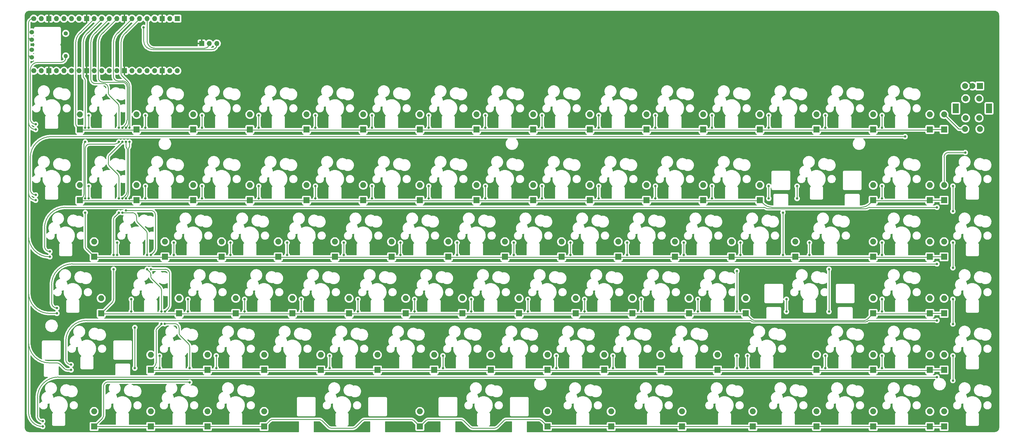
<source format=gtl>
%TF.GenerationSoftware,KiCad,Pcbnew,(6.0.2)*%
%TF.CreationDate,2022-08-29T12:15:15-07:00*%
%TF.ProjectId,tklc_v1_rgb,746b6c63-5f76-4315-9f72-67622e6b6963,rev?*%
%TF.SameCoordinates,Original*%
%TF.FileFunction,Copper,L1,Top*%
%TF.FilePolarity,Positive*%
%FSLAX46Y46*%
G04 Gerber Fmt 4.6, Leading zero omitted, Abs format (unit mm)*
G04 Created by KiCad (PCBNEW (6.0.2)) date 2022-08-29 12:15:15*
%MOMM*%
%LPD*%
G01*
G04 APERTURE LIST*
%TA.AperFunction,ComponentPad*%
%ADD10R,2.000000X2.000000*%
%TD*%
%TA.AperFunction,ComponentPad*%
%ADD11O,2.000000X2.000000*%
%TD*%
%TA.AperFunction,ComponentPad*%
%ADD12C,1.700000*%
%TD*%
%TA.AperFunction,ComponentPad*%
%ADD13O,1.700000X1.700000*%
%TD*%
%TA.AperFunction,ComponentPad*%
%ADD14R,1.700000X1.700000*%
%TD*%
%TA.AperFunction,ComponentPad*%
%ADD15C,1.524000*%
%TD*%
%TA.AperFunction,ComponentPad*%
%ADD16C,2.000000*%
%TD*%
%TA.AperFunction,ComponentPad*%
%ADD17R,2.000000X3.200000*%
%TD*%
%TA.AperFunction,ComponentPad*%
%ADD18C,1.400000*%
%TD*%
%TA.AperFunction,ComponentPad*%
%ADD19O,1.400000X1.400000*%
%TD*%
%TA.AperFunction,ViaPad*%
%ADD20C,0.800000*%
%TD*%
%TA.AperFunction,Conductor*%
%ADD21C,0.250000*%
%TD*%
G04 APERTURE END LIST*
D10*
%TO.P,D86,1,K*%
%TO.N,/row5*%
X247650000Y-219075000D03*
D11*
%TO.P,D86,2,A*%
%TO.N,Net-(D86-Pad2)*%
X247650000Y-213995000D03*
%TD*%
D10*
%TO.P,D76,1,K*%
%TO.N,/row4*%
X316706250Y-200025000D03*
D11*
%TO.P,D76,2,A*%
%TO.N,Net-(D76-Pad2)*%
X316706250Y-194945000D03*
%TD*%
D10*
%TO.P,D12,1,K*%
%TO.N,/row0*%
X278606250Y-119062500D03*
D11*
%TO.P,D12,2,A*%
%TO.N,Net-(D12-Pad2)*%
X278606250Y-113982500D03*
%TD*%
D10*
%TO.P,D64,1,K*%
%TO.N,/row3*%
X359568750Y-180975000D03*
D11*
%TO.P,D64,2,A*%
%TO.N,Net-(D64-Pad2)*%
X359568750Y-175895000D03*
%TD*%
D10*
%TO.P,D26,1,K*%
%TO.N,/row1*%
X221456250Y-142875000D03*
D11*
%TO.P,D26,2,A*%
%TO.N,Net-(D26-Pad2)*%
X221456250Y-137795000D03*
%TD*%
D10*
%TO.P,D43,1,K*%
%TO.N,/row2*%
X250031250Y-161925000D03*
D11*
%TO.P,D43,2,A*%
%TO.N,Net-(D43-Pad2)*%
X250031250Y-156845000D03*
%TD*%
D10*
%TO.P,D29,1,K*%
%TO.N,/row1*%
X278606250Y-142875000D03*
D11*
%TO.P,D29,2,A*%
%TO.N,Net-(D29-Pad2)*%
X278606250Y-137795000D03*
%TD*%
D10*
%TO.P,D92,1,K*%
%TO.N,/row5*%
X359568750Y-219075000D03*
D11*
%TO.P,D92,2,A*%
%TO.N,Net-(D92-Pad2)*%
X359568750Y-213995000D03*
%TD*%
D10*
%TO.P,D72,1,K*%
%TO.N,/row4*%
X226218750Y-200025000D03*
D11*
%TO.P,D72,2,A*%
%TO.N,Net-(D72-Pad2)*%
X226218750Y-194945000D03*
%TD*%
D10*
%TO.P,D25,1,K*%
%TO.N,/row1*%
X202406250Y-142875000D03*
D11*
%TO.P,D25,2,A*%
%TO.N,Net-(D25-Pad2)*%
X202406250Y-137795000D03*
%TD*%
D10*
%TO.P,D69,1,K*%
%TO.N,/row4*%
X169068750Y-200025000D03*
D11*
%TO.P,D69,2,A*%
%TO.N,Net-(D69-Pad2)*%
X169068750Y-194945000D03*
%TD*%
D10*
%TO.P,D15,1,K*%
%TO.N,/row0*%
X335756250Y-119062500D03*
D11*
%TO.P,D15,2,A*%
%TO.N,Net-(D15-Pad2)*%
X335756250Y-113982500D03*
%TD*%
D10*
%TO.P,D41,1,K*%
%TO.N,/row2*%
X211931250Y-161925000D03*
D11*
%TO.P,D41,2,A*%
%TO.N,Net-(D41-Pad2)*%
X211931250Y-156845000D03*
%TD*%
D10*
%TO.P,D1,1,K*%
%TO.N,/row0*%
X69056250Y-119062500D03*
D11*
%TO.P,D1,2,A*%
%TO.N,Net-(D1-Pad2)*%
X69056250Y-113982500D03*
%TD*%
D10*
%TO.P,D27,1,K*%
%TO.N,/row1*%
X240506250Y-142875000D03*
D11*
%TO.P,D27,2,A*%
%TO.N,Net-(D27-Pad2)*%
X240506250Y-137795000D03*
%TD*%
D10*
%TO.P,D70,1,K*%
%TO.N,/row4*%
X188118750Y-200025000D03*
D11*
%TO.P,D70,2,A*%
%TO.N,Net-(D70-Pad2)*%
X188118750Y-194945000D03*
%TD*%
D12*
%TO.P,WeAct RP2040-Pico,1,GP0*%
%TO.N,/col0*%
X53554900Y-99277576D03*
D13*
%TO.P,WeAct RP2040-Pico,2,GP1*%
%TO.N,/col1*%
X56094900Y-99277576D03*
D14*
%TO.P,WeAct RP2040-Pico,3,GND*%
%TO.N,GND*%
X58634900Y-99277576D03*
D13*
%TO.P,WeAct RP2040-Pico,4,GP2*%
%TO.N,/col2*%
X61174900Y-99277576D03*
%TO.P,WeAct RP2040-Pico,5,GP3*%
%TO.N,/col3*%
X63714900Y-99277576D03*
%TO.P,WeAct RP2040-Pico,6,GP4*%
%TO.N,/col4*%
X66254900Y-99277576D03*
%TO.P,WeAct RP2040-Pico,7,GP5*%
%TO.N,/col5*%
X68794900Y-99277576D03*
D14*
%TO.P,WeAct RP2040-Pico,8,GND*%
%TO.N,GND*%
X71334900Y-99277576D03*
D13*
%TO.P,WeAct RP2040-Pico,9,GP6*%
%TO.N,/col6*%
X73874900Y-99277576D03*
%TO.P,WeAct RP2040-Pico,10,GP7*%
%TO.N,/col7*%
X76414900Y-99277576D03*
%TO.P,WeAct RP2040-Pico,11,GP8*%
%TO.N,/col8*%
X78954900Y-99277576D03*
%TO.P,WeAct RP2040-Pico,12,GP9*%
%TO.N,/col15*%
X81494900Y-99277576D03*
D14*
%TO.P,WeAct RP2040-Pico,13,GND*%
%TO.N,GND*%
X84034900Y-99277576D03*
D13*
%TO.P,WeAct RP2040-Pico,14,GP10*%
%TO.N,/col14*%
X86574900Y-99277576D03*
%TO.P,WeAct RP2040-Pico,15,GP11*%
%TO.N,/col13*%
X89114900Y-99277576D03*
%TO.P,WeAct RP2040-Pico,16,GP12*%
%TO.N,/col12*%
X91654900Y-99277576D03*
%TO.P,WeAct RP2040-Pico,17,GP13*%
%TO.N,/col11*%
X94194900Y-99277576D03*
D14*
%TO.P,WeAct RP2040-Pico,18,GND*%
%TO.N,GND*%
X96734900Y-99277576D03*
D13*
%TO.P,WeAct RP2040-Pico,19,GP14*%
%TO.N,/col10*%
X99274900Y-99277576D03*
%TO.P,WeAct RP2040-Pico,20,GP15*%
%TO.N,/col9*%
X101814900Y-99277576D03*
D14*
%TO.P,WeAct RP2040-Pico,21,GP16*%
%TO.N,/col16*%
X101814900Y-81713576D03*
D13*
%TO.P,WeAct RP2040-Pico,22,GP17*%
%TO.N,Net-(R1-Pad1)*%
X99274900Y-81713576D03*
D14*
%TO.P,WeAct RP2040-Pico,23,GND*%
%TO.N,GND*%
X96734900Y-81713576D03*
D13*
%TO.P,WeAct RP2040-Pico,24,GP18*%
%TO.N,/LED_CONTROL*%
X94194900Y-81713576D03*
%TO.P,WeAct RP2040-Pico,25,GP19*%
%TO.N,/UART_CONNECT*%
X91654900Y-81713576D03*
%TO.P,WeAct RP2040-Pico,26,GP20*%
%TO.N,/row5*%
X89114900Y-81713576D03*
%TO.P,WeAct RP2040-Pico,27,GP21*%
%TO.N,/row4*%
X86574900Y-81713576D03*
D14*
%TO.P,WeAct RP2040-Pico,28,GND*%
%TO.N,GND*%
X84034900Y-81713576D03*
D13*
%TO.P,WeAct RP2040-Pico,29,GP22*%
%TO.N,/row3*%
X81494900Y-81713576D03*
%TO.P,WeAct RP2040-Pico,30,GP26*%
%TO.N,/row2*%
X78954900Y-81713576D03*
%TO.P,WeAct RP2040-Pico,31,GP27*%
%TO.N,/row1*%
X76414900Y-81713576D03*
%TO.P,WeAct RP2040-Pico,32,GP28*%
%TO.N,/row0*%
X73874900Y-81713576D03*
D14*
%TO.P,WeAct RP2040-Pico,33,GND*%
%TO.N,GND*%
X71334900Y-81713576D03*
D13*
%TO.P,WeAct RP2040-Pico,34,GP29*%
%TO.N,/EncoderB*%
X68794900Y-81713576D03*
%TO.P,WeAct RP2040-Pico,35,ADC_VREF*%
%TO.N,/ADC_VREF*%
X66254900Y-81713576D03*
%TO.P,WeAct RP2040-Pico,36,GP24*%
%TO.N,/EncoderA*%
X63714900Y-81713576D03*
%TO.P,WeAct RP2040-Pico,37,3V3*%
%TO.N,/3V3*%
X61174900Y-81713576D03*
D14*
%TO.P,WeAct RP2040-Pico,38,GND*%
%TO.N,GND*%
X58634900Y-81713576D03*
D13*
%TO.P,WeAct RP2040-Pico,39,VSYS*%
%TO.N,/VSYS*%
X56094900Y-81713576D03*
D12*
%TO.P,WeAct RP2040-Pico,40,VBUS*%
%TO.N,/RGB_PWR*%
X53554900Y-81713576D03*
%TD*%
D10*
%TO.P,D50,1,K*%
%TO.N,/row3*%
X76200000Y-180975000D03*
D11*
%TO.P,D50,2,A*%
%TO.N,Net-(D50-Pad2)*%
X76200000Y-175895000D03*
%TD*%
D10*
%TO.P,D39,1,K*%
%TO.N,/row2*%
X173831250Y-161925000D03*
D11*
%TO.P,D39,2,A*%
%TO.N,Net-(D39-Pad2)*%
X173831250Y-156845000D03*
%TD*%
D10*
%TO.P,D48,1,K*%
%TO.N,/row2*%
X354806250Y-161925000D03*
D11*
%TO.P,D48,2,A*%
%TO.N,Net-(D48-Pad2)*%
X354806250Y-156845000D03*
%TD*%
D10*
%TO.P,D90,1,K*%
%TO.N,/row5*%
X335756250Y-219075000D03*
D11*
%TO.P,D90,2,A*%
%TO.N,Net-(D90-Pad2)*%
X335756250Y-213995000D03*
%TD*%
D10*
%TO.P,D38,1,K*%
%TO.N,/row2*%
X154781250Y-161925000D03*
D11*
%TO.P,D38,2,A*%
%TO.N,Net-(D38-Pad2)*%
X154781250Y-156845000D03*
%TD*%
D10*
%TO.P,D11,1,K*%
%TO.N,/row0*%
X259556250Y-119062500D03*
D11*
%TO.P,D11,2,A*%
%TO.N,Net-(D11-Pad2)*%
X259556250Y-113982500D03*
%TD*%
D10*
%TO.P,D78,1,K*%
%TO.N,/row4*%
X354806250Y-200025000D03*
D11*
%TO.P,D78,2,A*%
%TO.N,Net-(D78-Pad2)*%
X354806250Y-194945000D03*
%TD*%
D10*
%TO.P,D13,1,K*%
%TO.N,/row0*%
X297656250Y-119062500D03*
D11*
%TO.P,D13,2,A*%
%TO.N,Net-(D13-Pad2)*%
X297656250Y-113982500D03*
%TD*%
D10*
%TO.P,D71,1,K*%
%TO.N,/row4*%
X207168750Y-200025000D03*
D11*
%TO.P,D71,2,A*%
%TO.N,Net-(D71-Pad2)*%
X207168750Y-194945000D03*
%TD*%
D10*
%TO.P,D14,1,K*%
%TO.N,/row0*%
X316706250Y-119062500D03*
D11*
%TO.P,D14,2,A*%
%TO.N,Net-(D14-Pad2)*%
X316706250Y-113982500D03*
%TD*%
D10*
%TO.P,D10,1,K*%
%TO.N,/row0*%
X240506250Y-119062500D03*
D11*
%TO.P,D10,2,A*%
%TO.N,Net-(D10-Pad2)*%
X240506250Y-113982500D03*
%TD*%
D10*
%TO.P,D7,1,K*%
%TO.N,/row0*%
X183356250Y-119062500D03*
D11*
%TO.P,D7,2,A*%
%TO.N,Net-(D7-Pad2)*%
X183356250Y-113982500D03*
%TD*%
D10*
%TO.P,D57,1,K*%
%TO.N,/row3*%
X216693750Y-180975000D03*
D11*
%TO.P,D57,2,A*%
%TO.N,Net-(D57-Pad2)*%
X216693750Y-175895000D03*
%TD*%
D10*
%TO.P,D17,1,K*%
%TO.N,/row0*%
X359569656Y-119062800D03*
D11*
%TO.P,D17,2,A*%
%TO.N,Net-(D17-Pad2)*%
X359569656Y-113982800D03*
%TD*%
D10*
%TO.P,D32,1,K*%
%TO.N,/row1*%
X354806250Y-142875000D03*
D11*
%TO.P,D32,2,A*%
%TO.N,Net-(D32-Pad2)*%
X354806250Y-137795000D03*
%TD*%
D10*
%TO.P,D73,1,K*%
%TO.N,/row4*%
X245268750Y-200025000D03*
D11*
%TO.P,D73,2,A*%
%TO.N,Net-(D73-Pad2)*%
X245268750Y-194945000D03*
%TD*%
D10*
%TO.P,D89,1,K*%
%TO.N,/row5*%
X316706250Y-219075000D03*
D11*
%TO.P,D89,2,A*%
%TO.N,Net-(D89-Pad2)*%
X316706250Y-213995000D03*
%TD*%
D10*
%TO.P,D31,1,K*%
%TO.N,/row1*%
X335756250Y-142875120D03*
D11*
%TO.P,D31,2,A*%
%TO.N,Net-(D31-Pad2)*%
X335756250Y-137795120D03*
%TD*%
D10*
%TO.P,D63,1,K*%
%TO.N,/row3*%
X354806250Y-180975000D03*
D11*
%TO.P,D63,2,A*%
%TO.N,Net-(D63-Pad2)*%
X354806250Y-175895000D03*
%TD*%
D10*
%TO.P,D74,1,K*%
%TO.N,/row4*%
X264318750Y-200025000D03*
D11*
%TO.P,D74,2,A*%
%TO.N,Net-(D74-Pad2)*%
X264318750Y-194945000D03*
%TD*%
D10*
%TO.P,D84,1,K*%
%TO.N,/row5*%
X183356250Y-219075000D03*
D11*
%TO.P,D84,2,A*%
%TO.N,Net-(D84-Pad2)*%
X183356250Y-213995000D03*
%TD*%
D10*
%TO.P,D52,1,K*%
%TO.N,/row3*%
X121443750Y-180975000D03*
D11*
%TO.P,D52,2,A*%
%TO.N,Net-(D52-Pad2)*%
X121443750Y-175895000D03*
%TD*%
D10*
%TO.P,D53,1,K*%
%TO.N,/row3*%
X140493750Y-180975000D03*
D11*
%TO.P,D53,2,A*%
%TO.N,Net-(D53-Pad2)*%
X140493750Y-175895000D03*
%TD*%
D10*
%TO.P,D45,1,K*%
%TO.N,/row2*%
X288131250Y-161925000D03*
D11*
%TO.P,D45,2,A*%
%TO.N,Net-(D45-Pad2)*%
X288131250Y-156845000D03*
%TD*%
D10*
%TO.P,D20,1,K*%
%TO.N,/row1*%
X107156250Y-142875000D03*
D11*
%TO.P,D20,2,A*%
%TO.N,Net-(D20-Pad2)*%
X107156250Y-137795000D03*
%TD*%
D10*
%TO.P,D61,1,K*%
%TO.N,/row3*%
X292893750Y-180975000D03*
D11*
%TO.P,D61,2,A*%
%TO.N,Net-(D61-Pad2)*%
X292893750Y-175895000D03*
%TD*%
D15*
%TO.P,C1,1*%
%TO.N,/RGB_PWR*%
X52866048Y-94734141D03*
%TO.P,C1,2*%
%TO.N,GND*%
X52866048Y-92194141D03*
%TD*%
D14*
%TO.P,UART Connector,1,Pin_1*%
%TO.N,GND*%
X109989157Y-90100072D03*
D13*
%TO.P,UART Connector,2,Pin_2*%
%TO.N,/UART_CONNECT*%
X112529157Y-90100072D03*
%TO.P,UART Connector,3,Pin_3*%
%TO.N,/3V3*%
X115069157Y-90100072D03*
%TD*%
D10*
%TO.P,D56,1,K*%
%TO.N,/row3*%
X197643750Y-180975000D03*
D11*
%TO.P,D56,2,A*%
%TO.N,Net-(D56-Pad2)*%
X197643750Y-175895000D03*
%TD*%
D10*
%TO.P,D8,1,K*%
%TO.N,/row0*%
X202406250Y-119062500D03*
D11*
%TO.P,D8,2,A*%
%TO.N,Net-(D8-Pad2)*%
X202406250Y-113982500D03*
%TD*%
D16*
%TO.P,SW17b1,1,1*%
%TO.N,/col16*%
X371343750Y-108668750D03*
X371343750Y-115168750D03*
%TO.P,SW17b1,2,2*%
%TO.N,Net-(D17-Pad2)*%
X366843750Y-108668750D03*
X366843750Y-115168750D03*
%TD*%
D10*
%TO.P,D6,1,K*%
%TO.N,/row0*%
X164306250Y-119062500D03*
D11*
%TO.P,D6,2,A*%
%TO.N,Net-(D6-Pad2)*%
X164306250Y-113982500D03*
%TD*%
D10*
%TO.P,D67,1,K*%
%TO.N,/row4*%
X130968750Y-200025000D03*
D11*
%TO.P,D67,2,A*%
%TO.N,Net-(D67-Pad2)*%
X130968750Y-194945000D03*
%TD*%
D10*
%TO.P,D68,1,K*%
%TO.N,/row4*%
X150018750Y-200025000D03*
D11*
%TO.P,D68,2,A*%
%TO.N,Net-(D68-Pad2)*%
X150018750Y-194945000D03*
%TD*%
D10*
%TO.P,D80,1,K*%
%TO.N,/row5*%
X73818750Y-219075000D03*
D11*
%TO.P,D80,2,A*%
%TO.N,Net-(D80-Pad2)*%
X73818750Y-213995000D03*
%TD*%
D10*
%TO.P,D42,1,K*%
%TO.N,/row2*%
X230981250Y-161925000D03*
D11*
%TO.P,D42,2,A*%
%TO.N,Net-(D42-Pad2)*%
X230981250Y-156845000D03*
%TD*%
D10*
%TO.P,D81,1,K*%
%TO.N,/row5*%
X92868750Y-219075000D03*
D11*
%TO.P,D81,2,A*%
%TO.N,Net-(D81-Pad2)*%
X92868750Y-213995000D03*
%TD*%
D10*
%TO.P,D4,1,K*%
%TO.N,/row0*%
X126206250Y-119062500D03*
D11*
%TO.P,D4,2,A*%
%TO.N,Net-(D4-Pad2)*%
X126206250Y-113982500D03*
%TD*%
D10*
%TO.P,D37,1,K*%
%TO.N,/row2*%
X135731250Y-161925000D03*
D11*
%TO.P,D37,2,A*%
%TO.N,Net-(D37-Pad2)*%
X135731250Y-156845000D03*
%TD*%
D10*
%TO.P,SW17,A,A*%
%TO.N,/EncoderA*%
X371593750Y-104418750D03*
D16*
%TO.P,SW17,B,B*%
%TO.N,/EncoderB*%
X366593750Y-104418750D03*
%TO.P,SW17,C,C*%
%TO.N,GND*%
X369093750Y-104418750D03*
D17*
%TO.P,SW17,MP*%
%TO.N,N/C*%
X363493750Y-111918750D03*
X374693750Y-111918750D03*
D16*
%TO.P,SW17,S1,S1*%
%TO.N,/col16*%
X371593750Y-118918750D03*
%TO.P,SW17,S2,S2*%
%TO.N,Net-(D17-Pad2)*%
X366593750Y-118918750D03*
%TD*%
D10*
%TO.P,D3,1,K*%
%TO.N,/row0*%
X107156250Y-119062500D03*
D11*
%TO.P,D3,2,A*%
%TO.N,Net-(D3-Pad2)*%
X107156250Y-113982500D03*
%TD*%
D10*
%TO.P,D85,1,K*%
%TO.N,/row5*%
X226218750Y-219075000D03*
D11*
%TO.P,D85,2,A*%
%TO.N,Net-(D85-Pad2)*%
X226218750Y-213995000D03*
%TD*%
D10*
%TO.P,D22,1,K*%
%TO.N,/row1*%
X145256250Y-142875000D03*
D11*
%TO.P,D22,2,A*%
%TO.N,Net-(D22-Pad2)*%
X145256250Y-137795000D03*
%TD*%
D10*
%TO.P,D58,1,K*%
%TO.N,/row3*%
X235743750Y-180975000D03*
D11*
%TO.P,D58,2,A*%
%TO.N,Net-(D58-Pad2)*%
X235743750Y-175895000D03*
%TD*%
D10*
%TO.P,D16,1,K*%
%TO.N,/row0*%
X354806250Y-119062500D03*
D11*
%TO.P,D16,2,A*%
%TO.N,Net-(D16-Pad2)*%
X354806250Y-113982500D03*
%TD*%
D10*
%TO.P,D55,1,K*%
%TO.N,/row3*%
X178593750Y-180975000D03*
D11*
%TO.P,D55,2,A*%
%TO.N,Net-(D55-Pad2)*%
X178593750Y-175895000D03*
%TD*%
D10*
%TO.P,D46,1,K*%
%TO.N,/row2*%
X309562500Y-161925000D03*
D11*
%TO.P,D46,2,A*%
%TO.N,Net-(D46-Pad2)*%
X309562500Y-156845000D03*
%TD*%
D10*
%TO.P,D65,1,K*%
%TO.N,/row4*%
X92868750Y-200025000D03*
D11*
%TO.P,D65,2,A*%
%TO.N,Net-(D65-Pad2)*%
X92868750Y-194945000D03*
%TD*%
D10*
%TO.P,D91,1,K*%
%TO.N,/row5*%
X354806250Y-219075000D03*
D11*
%TO.P,D91,2,A*%
%TO.N,Net-(D91-Pad2)*%
X354806250Y-213995000D03*
%TD*%
D18*
%TO.P,R1,1*%
%TO.N,Net-(R1-Pad1)*%
X64293804Y-86677576D03*
D19*
%TO.P,R1,2*%
%TO.N,/RGB_DATA*%
X64293804Y-94297576D03*
%TD*%
D10*
%TO.P,D82,1,K*%
%TO.N,/row5*%
X111918750Y-219075000D03*
D11*
%TO.P,D82,2,A*%
%TO.N,Net-(D82-Pad2)*%
X111918750Y-213995000D03*
%TD*%
D10*
%TO.P,D30,1,K*%
%TO.N,/row1*%
X297656250Y-142875000D03*
D11*
%TO.P,D30,2,A*%
%TO.N,Net-(D30-Pad2)*%
X297656250Y-137795000D03*
%TD*%
D10*
%TO.P,D24,1,K*%
%TO.N,/row1*%
X183356250Y-142875000D03*
D11*
%TO.P,D24,2,A*%
%TO.N,Net-(D24-Pad2)*%
X183356250Y-137795000D03*
%TD*%
D10*
%TO.P,D5,1,K*%
%TO.N,/row0*%
X145256250Y-119062500D03*
D11*
%TO.P,D5,2,A*%
%TO.N,Net-(D5-Pad2)*%
X145256250Y-113982500D03*
%TD*%
D10*
%TO.P,D35,1,K*%
%TO.N,/row2*%
X97631250Y-161925000D03*
D11*
%TO.P,D35,2,A*%
%TO.N,Net-(D35-Pad2)*%
X97631250Y-156845000D03*
%TD*%
D10*
%TO.P,D33,1,K*%
%TO.N,/row1*%
X359568750Y-142875000D03*
D11*
%TO.P,D33,2,A*%
%TO.N,Net-(D33-Pad2)*%
X359568750Y-137795000D03*
%TD*%
D10*
%TO.P,D62,1,K*%
%TO.N,/row3*%
X335756250Y-180975000D03*
D11*
%TO.P,D62,2,A*%
%TO.N,Net-(D62-Pad2)*%
X335756250Y-175895000D03*
%TD*%
D10*
%TO.P,D77,1,K*%
%TO.N,/row4*%
X335756250Y-200025000D03*
D11*
%TO.P,D77,2,A*%
%TO.N,Net-(D77-Pad2)*%
X335756250Y-194945000D03*
%TD*%
D10*
%TO.P,D88,1,K*%
%TO.N,/row5*%
X295275000Y-219075000D03*
D11*
%TO.P,D88,2,A*%
%TO.N,Net-(D88-Pad2)*%
X295275000Y-213995000D03*
%TD*%
D10*
%TO.P,D34,1,K*%
%TO.N,/row2*%
X73818750Y-161925000D03*
D11*
%TO.P,D34,2,A*%
%TO.N,Net-(D34-Pad2)*%
X73818750Y-156845000D03*
%TD*%
D10*
%TO.P,D54,1,K*%
%TO.N,/row3*%
X159543750Y-180975000D03*
D11*
%TO.P,D54,2,A*%
%TO.N,Net-(D54-Pad2)*%
X159543750Y-175895000D03*
%TD*%
D10*
%TO.P,D66,1,K*%
%TO.N,/row4*%
X111918750Y-200025000D03*
D11*
%TO.P,D66,2,A*%
%TO.N,Net-(D66-Pad2)*%
X111918750Y-194945000D03*
%TD*%
D10*
%TO.P,D18,1,K*%
%TO.N,/row1*%
X69056250Y-142875000D03*
D11*
%TO.P,D18,2,A*%
%TO.N,Net-(D18-Pad2)*%
X69056250Y-137795000D03*
%TD*%
D10*
%TO.P,D9,1,K*%
%TO.N,/row0*%
X221456250Y-119062500D03*
D11*
%TO.P,D9,2,A*%
%TO.N,Net-(D9-Pad2)*%
X221456250Y-113982500D03*
%TD*%
D10*
%TO.P,D40,1,K*%
%TO.N,/row2*%
X192881250Y-161925000D03*
D11*
%TO.P,D40,2,A*%
%TO.N,Net-(D40-Pad2)*%
X192881250Y-156845000D03*
%TD*%
D10*
%TO.P,D60,1,K*%
%TO.N,/row3*%
X273843750Y-180975000D03*
D11*
%TO.P,D60,2,A*%
%TO.N,Net-(D60-Pad2)*%
X273843750Y-175895000D03*
%TD*%
D10*
%TO.P,D19,1,K*%
%TO.N,/row1*%
X88106250Y-142875000D03*
D11*
%TO.P,D19,2,A*%
%TO.N,Net-(D19-Pad2)*%
X88106250Y-137795000D03*
%TD*%
D10*
%TO.P,D2,1,K*%
%TO.N,/row0*%
X88106250Y-119062500D03*
D11*
%TO.P,D2,2,A*%
%TO.N,Net-(D2-Pad2)*%
X88106250Y-113982500D03*
%TD*%
D10*
%TO.P,D28,1,K*%
%TO.N,/row1*%
X259556250Y-142875000D03*
D11*
%TO.P,D28,2,A*%
%TO.N,Net-(D28-Pad2)*%
X259556250Y-137795000D03*
%TD*%
D10*
%TO.P,D87,1,K*%
%TO.N,/row5*%
X271462500Y-219075000D03*
D11*
%TO.P,D87,2,A*%
%TO.N,Net-(D87-Pad2)*%
X271462500Y-213995000D03*
%TD*%
D10*
%TO.P,D59,1,K*%
%TO.N,/row3*%
X254793750Y-180975000D03*
D11*
%TO.P,D59,2,A*%
%TO.N,Net-(D59-Pad2)*%
X254793750Y-175895000D03*
%TD*%
D15*
%TO.P,C2,1*%
%TO.N,/RGB_PWR*%
X52866048Y-88781011D03*
%TO.P,C2,2*%
%TO.N,GND*%
X52866048Y-86241011D03*
%TD*%
D10*
%TO.P,D75,1,K*%
%TO.N,/row4*%
X283368750Y-200025000D03*
D11*
%TO.P,D75,2,A*%
%TO.N,Net-(D75-Pad2)*%
X283368750Y-194945000D03*
%TD*%
D10*
%TO.P,D21,1,K*%
%TO.N,/row1*%
X126206250Y-142875000D03*
D11*
%TO.P,D21,2,A*%
%TO.N,Net-(D21-Pad2)*%
X126206250Y-137795000D03*
%TD*%
D10*
%TO.P,D44,1,K*%
%TO.N,/row2*%
X269081250Y-161925000D03*
D11*
%TO.P,D44,2,A*%
%TO.N,Net-(D44-Pad2)*%
X269081250Y-156845000D03*
%TD*%
D10*
%TO.P,D83,1,K*%
%TO.N,/row5*%
X130968750Y-219075000D03*
D11*
%TO.P,D83,2,A*%
%TO.N,Net-(D83-Pad2)*%
X130968750Y-213995000D03*
%TD*%
D10*
%TO.P,D49,1,K*%
%TO.N,/row2*%
X359568750Y-161925000D03*
D11*
%TO.P,D49,2,A*%
%TO.N,Net-(D49-Pad2)*%
X359568750Y-156845000D03*
%TD*%
D10*
%TO.P,D36,1,K*%
%TO.N,/row2*%
X116681250Y-161925000D03*
D11*
%TO.P,D36,2,A*%
%TO.N,Net-(D36-Pad2)*%
X116681250Y-156845000D03*
%TD*%
D10*
%TO.P,D79,1,K*%
%TO.N,/row4*%
X359568750Y-200025000D03*
D11*
%TO.P,D79,2,A*%
%TO.N,Net-(D79-Pad2)*%
X359568750Y-194945000D03*
%TD*%
D10*
%TO.P,D23,1,K*%
%TO.N,/row1*%
X164306250Y-142875000D03*
D11*
%TO.P,D23,2,A*%
%TO.N,Net-(D23-Pad2)*%
X164306250Y-137795000D03*
%TD*%
D10*
%TO.P,D47,1,K*%
%TO.N,/row2*%
X335756250Y-161925000D03*
D11*
%TO.P,D47,2,A*%
%TO.N,Net-(D47-Pad2)*%
X335756250Y-156845000D03*
%TD*%
D10*
%TO.P,D51,1,K*%
%TO.N,/row3*%
X102393750Y-180975000D03*
D11*
%TO.P,D51,2,A*%
%TO.N,Net-(D51-Pad2)*%
X102393750Y-175895000D03*
%TD*%
D20*
%TO.N,GND*%
X91082889Y-192286099D03*
X311944012Y-139303242D03*
X340519036Y-139303242D03*
X340519036Y-177403274D03*
X309562760Y-177403274D03*
X200025168Y-215503306D03*
X152400128Y-215503306D03*
%TO.N,/row1*%
X70842247Y-123229791D03*
X70842247Y-118467287D03*
%TO.N,Net-(D33-Pad2)*%
X366712808Y-126801669D03*
%TO.N,/row2*%
X82153194Y-123229791D03*
X70842247Y-147042311D03*
X70842247Y-142279807D03*
X82153194Y-118467287D03*
%TO.N,/row3*%
X80367255Y-161329823D03*
X83343820Y-118467287D03*
X83343820Y-123229791D03*
X82153194Y-147042311D03*
X82153194Y-142279807D03*
X80367255Y-166092327D03*
%TO.N,/row4*%
X83343820Y-147042311D03*
X84534446Y-123229791D03*
X91678202Y-161329823D03*
X96440706Y-184485185D03*
X91678202Y-166092327D03*
X84534446Y-118467287D03*
X83343820Y-142279807D03*
X96440706Y-180379839D03*
%TO.N,/row5*%
X85725072Y-123229791D03*
X85725072Y-118467287D03*
X84534446Y-146317811D03*
X105965714Y-199429855D03*
X97631332Y-180379839D03*
X105965714Y-204192359D03*
X97602625Y-184485185D03*
X92868828Y-161329823D03*
X92868828Y-166092327D03*
X84534446Y-142279807D03*
%TO.N,/col1*%
X87511011Y-185737656D03*
X81557881Y-161329823D03*
X86320385Y-180379839D03*
X86320385Y-176212648D03*
X72032873Y-138112616D03*
X87511011Y-199429855D03*
X72032873Y-118467287D03*
X81557881Y-157162632D03*
X72032873Y-142279807D03*
X72032873Y-114300096D03*
%TO.N,/col2*%
X91082889Y-138112616D03*
X91082889Y-114300096D03*
X95845393Y-199429855D03*
X91082889Y-142279807D03*
X95845393Y-195262664D03*
X91082889Y-118467287D03*
X105370401Y-176212648D03*
X100607897Y-157162632D03*
X100607897Y-161329823D03*
X105370401Y-180379839D03*
%TO.N,/col3*%
X124420417Y-180379839D03*
X110132905Y-138112616D03*
X119657913Y-157162632D03*
X110132905Y-114300096D03*
X110132905Y-118467287D03*
X114895409Y-199429855D03*
X110132905Y-142279807D03*
X114895409Y-195262664D03*
X124420417Y-176212648D03*
X119657913Y-161329823D03*
%TO.N,/col4*%
X129182921Y-142279807D03*
X143470417Y-180379839D03*
X138707929Y-157162632D03*
X129182921Y-118467287D03*
X138707929Y-161329823D03*
X129182921Y-138112616D03*
X143470433Y-176212648D03*
X129182921Y-114300096D03*
%TO.N,/col5*%
X157757945Y-157162632D03*
X152995441Y-199429855D03*
X157757945Y-161329823D03*
X148232937Y-118467287D03*
X148232937Y-114300096D03*
X162520449Y-176212648D03*
X162520417Y-180379839D03*
X148232905Y-138112616D03*
X148232937Y-142279807D03*
X152995441Y-195262664D03*
%TO.N,/col6*%
X176807961Y-161329823D03*
X176807913Y-157162632D03*
X167282953Y-142279807D03*
X167282953Y-138112616D03*
X167282905Y-118467287D03*
X181570417Y-180379839D03*
X167282953Y-114300096D03*
X181570465Y-176212648D03*
%TO.N,/col7*%
X191095473Y-195262664D03*
X186332969Y-142279807D03*
X191095473Y-199429855D03*
X186332969Y-114300096D03*
X195857913Y-157162632D03*
X200620481Y-176212648D03*
X186332969Y-118467287D03*
X186332905Y-138112616D03*
X195857977Y-161329823D03*
X200620417Y-180379839D03*
%TO.N,/col8*%
X205382905Y-114300096D03*
X219670497Y-176212648D03*
X205382985Y-138112616D03*
X205382905Y-118467287D03*
X205382985Y-142279807D03*
X214907993Y-157162632D03*
X214907993Y-161329823D03*
X219670417Y-180379839D03*
%TO.N,/col9*%
X233957913Y-157162632D03*
X224433001Y-118467287D03*
X229195505Y-195262664D03*
X224433001Y-142279807D03*
X238720417Y-180379839D03*
X233958009Y-161329823D03*
X238720513Y-176212648D03*
X224433001Y-114300096D03*
X229195505Y-199429855D03*
X224432905Y-138112616D03*
%TO.N,/col10*%
X243483017Y-118467287D03*
X253007913Y-157162632D03*
X243482905Y-114300096D03*
X248245521Y-195262664D03*
X253008025Y-161329823D03*
X243483017Y-142279807D03*
X257770417Y-180379839D03*
X248245521Y-199429855D03*
X243482905Y-138112616D03*
X257770529Y-176212648D03*
%TO.N,/col11*%
X272058041Y-161329823D03*
X272057913Y-157162632D03*
X276820545Y-176212648D03*
X262533033Y-114300096D03*
X262532905Y-138112616D03*
X262533033Y-142279807D03*
X276820417Y-180379839D03*
X262533033Y-118467287D03*
%TO.N,/col12*%
X281583049Y-142279807D03*
X291107913Y-161329967D03*
X289917431Y-195262664D03*
X281583049Y-138112616D03*
X281582905Y-114300096D03*
X281582905Y-118467287D03*
X289917431Y-166687640D03*
X289917431Y-199429855D03*
X289917431Y-180379839D03*
X291107913Y-157162632D03*
%TO.N,/col13*%
X300633065Y-114300096D03*
X300633065Y-118467287D03*
X293489309Y-199429855D03*
X300633065Y-138112616D03*
X306586195Y-176212648D03*
X305395569Y-161329823D03*
X293489309Y-195262664D03*
X300633065Y-142279807D03*
X305395569Y-147042311D03*
X306586195Y-180379839D03*
%TO.N,/col14*%
X314325264Y-157162632D03*
X319683081Y-199429855D03*
X319683081Y-195262664D03*
X310158073Y-142279807D03*
X320873707Y-166092327D03*
X320873707Y-180379839D03*
X319683081Y-118467287D03*
X319683081Y-114300096D03*
X314325264Y-161329823D03*
X310158073Y-138112616D03*
%TO.N,/col15*%
X338733097Y-118467287D03*
X338733097Y-138112616D03*
X338733097Y-142279807D03*
X338733097Y-176212648D03*
X338733097Y-161329823D03*
X338733097Y-180379839D03*
X338733097Y-195262664D03*
X338733097Y-157162632D03*
X338733097Y-199429855D03*
X338733097Y-114300096D03*
%TO.N,GND*%
X183356404Y-147637624D03*
X61912552Y-177403274D03*
X369094060Y-204787672D03*
X300037752Y-185737656D03*
X60126613Y-163711075D03*
X211931428Y-128587608D03*
X307181508Y-204787672D03*
X192881412Y-104775088D03*
X304800256Y-128587608D03*
X288131492Y-104775088D03*
X261937720Y-204787672D03*
X322659646Y-147637624D03*
X121443852Y-204787672D03*
X88701637Y-104775088D03*
X254793964Y-185737656D03*
X230981444Y-128587608D03*
X121443852Y-185737656D03*
X52387544Y-219075184D03*
X283368988Y-166687640D03*
X89892263Y-200620481D03*
X307181508Y-104775088D03*
X83343820Y-176212648D03*
X178593900Y-185737656D03*
X154781380Y-128587608D03*
X197643916Y-185737656D03*
X157162632Y-204787672D03*
X88106324Y-126206356D03*
X154781380Y-104775088D03*
X54173483Y-201215794D03*
X111918844Y-166687640D03*
X64293804Y-147637624D03*
X369094060Y-128587608D03*
X73818812Y-139303242D03*
X77986003Y-172045457D03*
X76200064Y-152995441D03*
X221456436Y-147637624D03*
X101798523Y-166687640D03*
X192881412Y-128587608D03*
X188118908Y-166687640D03*
X345281540Y-166687608D03*
X77688347Y-90487576D03*
X54173483Y-163711075D03*
X83939133Y-185737656D03*
X86915698Y-90487576D03*
X103584462Y-84534446D03*
X116681348Y-128587608D03*
X369094060Y-147637624D03*
X59531300Y-105370401D03*
X102393836Y-158353258D03*
X285750240Y-204787672D03*
X83343820Y-205382985D03*
X269081476Y-128587608D03*
X164306388Y-147637624D03*
X97631332Y-128587608D03*
X85725072Y-142279807D03*
X296465874Y-146446998D03*
X54173483Y-149423563D03*
X135731364Y-128587608D03*
X240506452Y-147637624D03*
X75604751Y-126206356D03*
X54768796Y-139303242D03*
X97631332Y-104775088D03*
X207168924Y-166687640D03*
X235743948Y-185737656D03*
X145256372Y-147637624D03*
X264318972Y-166687640D03*
X288131492Y-128587608D03*
X173831396Y-104775088D03*
X309562760Y-165497014D03*
X250031460Y-104775088D03*
X345281540Y-128587608D03*
X57745361Y-144661059D03*
X59531300Y-158353258D03*
X54768796Y-115490722D03*
X159543884Y-185737656D03*
X345281540Y-104775088D03*
X173831396Y-128587608D03*
X91082889Y-185737656D03*
X326231524Y-204787672D03*
X273843980Y-185737656D03*
X107156340Y-147637624D03*
X369094060Y-185737608D03*
X61912552Y-204787672D03*
X140493868Y-185737656D03*
X216693932Y-185737656D03*
X326231524Y-185737656D03*
X111323531Y-185142343D03*
X204787672Y-204787672D03*
X64293804Y-90487576D03*
X345281540Y-185737656D03*
X211931428Y-104775088D03*
X54173483Y-182761091D03*
X126206356Y-147637624D03*
X345281540Y-204787608D03*
X345281540Y-147637624D03*
X116681348Y-196453290D03*
X64889117Y-182761091D03*
X259556468Y-147637624D03*
X73818812Y-115490722D03*
X328017463Y-166687640D03*
X326231524Y-104775088D03*
X169068892Y-166687640D03*
X116681348Y-104775088D03*
X150018876Y-166687640D03*
X135731364Y-104775088D03*
X130968860Y-166687640D03*
X230981444Y-104775088D03*
X369094060Y-166687640D03*
X53578170Y-83939133D03*
X202406420Y-147637624D03*
X250031460Y-128587608D03*
X226218940Y-166687640D03*
X238125200Y-204787672D03*
X269081476Y-104775088D03*
X102393836Y-205382985D03*
X245268956Y-166687640D03*
X66675056Y-196453290D03*
X316706516Y-128587608D03*
X278606484Y-147637624D03*
%TO.N,/col16*%
X362545617Y-146576185D03*
X362545617Y-195262664D03*
X362545617Y-203597046D03*
X362545617Y-138112616D03*
X362545617Y-165626201D03*
X362545617Y-184547030D03*
X362545617Y-157162632D03*
X362545617Y-176212648D03*
%TO.N,/RGB_DATA*%
X54173483Y-117276661D03*
%TO.N,/3V3*%
X90487576Y-84663633D03*
%TO.N,/RGB_PWR*%
X54173483Y-119062600D03*
X56554735Y-219075184D03*
X66079743Y-200025168D03*
X61317239Y-180975152D03*
X58935987Y-161925136D03*
X54173483Y-142875120D03*
%TO.N,Net-(SW16-Pad5)*%
X346472166Y-121443852D03*
X54173483Y-141089181D03*
%TO.N,Net-(SW33-Pad5)*%
X357187800Y-145256372D03*
X58935987Y-160139197D03*
%TO.N,Net-(SW49-Pad5)*%
X61317239Y-179189213D03*
X357187800Y-164306388D03*
%TO.N,Net-(SW64-Pad5)*%
X66079743Y-198239229D03*
X357187800Y-183356404D03*
%TO.N,Net-(SW79-Pad5)*%
X357187800Y-202406420D03*
X56554735Y-217289245D03*
%TD*%
D21*
%TO.N,/row5*%
X208333543Y-219670496D02*
G75*
G03*
X209394202Y-219231156I-1J1500001D01*
G01*
X211492088Y-217133272D02*
G75*
G02*
X212552748Y-216693932I1060661J-1060662D01*
G01*
X223216362Y-216693933D02*
G75*
G02*
X224277021Y-217133273I-1J-1500001D01*
G01*
X201241801Y-219670496D02*
G75*
G02*
X200181142Y-219231156I1J1500001D01*
G01*
X197022596Y-216693933D02*
G75*
G02*
X198083255Y-217133273I-1J-1500001D01*
G01*
X186358976Y-216693933D02*
G75*
G03*
X185298317Y-217133273I1J-1500001D01*
G01*
X224277022Y-217133272D02*
X226218750Y-219075000D01*
X209394203Y-219231157D02*
X211492088Y-217133272D01*
X186358976Y-216693932D02*
X197022596Y-216693932D01*
X198083256Y-217133272D02*
X200181141Y-219231157D01*
X212552748Y-216693932D02*
X223216362Y-216693932D01*
X183356588Y-219075000D02*
X185298316Y-217133272D01*
X201241801Y-219670497D02*
X208333543Y-219670497D01*
X133971432Y-216693933D02*
G75*
G03*
X132910773Y-217133273I1J-1500001D01*
G01*
X163867048Y-217133272D02*
G75*
G02*
X164927708Y-216693932I1060661J-1060662D01*
G01*
X180353862Y-216693933D02*
G75*
G02*
X181414521Y-217133273I-1J-1500001D01*
G01*
X149397556Y-216693933D02*
G75*
G02*
X150458215Y-217133273I-1J-1500001D01*
G01*
X161769163Y-219231157D02*
G75*
G02*
X160708503Y-219670497I-1060661J1060662D01*
G01*
X152556101Y-219231157D02*
G75*
G03*
X153616761Y-219670497I1060661J1060662D01*
G01*
X181414522Y-217133272D02*
X183356250Y-219075000D01*
X161769163Y-219231157D02*
X163867048Y-217133272D01*
X153616761Y-219670497D02*
X160708503Y-219670497D01*
X150458216Y-217133272D02*
X152556101Y-219231157D01*
X133971432Y-216693932D02*
X149397556Y-216693932D01*
X130969044Y-219075000D02*
X132910772Y-217133272D01*
X164927708Y-216693932D02*
X180353862Y-216693932D01*
%TO.N,/row0*%
X69185548Y-119191798D02*
X87976952Y-119191798D01*
X335626952Y-119191798D02*
X316835548Y-119191798D01*
X354676952Y-119191798D02*
X335885548Y-119191798D01*
X354806250Y-119062500D02*
X359569656Y-119062500D01*
X278476952Y-119191798D02*
X259685548Y-119191798D01*
X145385548Y-119191798D02*
X164176952Y-119191798D01*
X69084855Y-86503621D02*
X73874900Y-81713576D01*
X297526952Y-119191798D02*
X278735548Y-119191798D01*
X68059729Y-118065979D02*
X69056250Y-119062500D01*
X316576952Y-119191798D02*
X297785548Y-119191798D01*
X183485602Y-119191798D02*
X202276952Y-119191798D01*
X221326952Y-119191798D02*
X202535548Y-119191798D01*
X259426952Y-119191798D02*
X240635548Y-119191798D01*
X126076952Y-119191798D02*
X107285548Y-119191798D01*
X67620389Y-117005319D02*
X67620389Y-90039155D01*
X240376952Y-119191798D02*
X221585548Y-119191798D01*
X145126952Y-119191798D02*
X126335548Y-119191798D01*
X88235548Y-119191798D02*
X107026952Y-119191798D01*
X164435548Y-119191798D02*
X183226952Y-119191798D01*
X67620390Y-117005319D02*
G75*
G03*
X68059730Y-118065978I1500001J1D01*
G01*
X67620389Y-90039155D02*
G75*
G02*
X69084855Y-86503621I4999998J1D01*
G01*
%TO.N,Net-(D17-Pad2)*%
X359569656Y-113982800D02*
X364505606Y-118918750D01*
X364505606Y-118918750D02*
X366593750Y-118918750D01*
%TO.N,/row1*%
X202535568Y-143004318D02*
X221326932Y-143004318D01*
X70160389Y-90039155D02*
X70160389Y-101023179D01*
X70380761Y-140929169D02*
X70380761Y-124312597D01*
X301721506Y-145256372D02*
X331691198Y-145256372D01*
X69941421Y-141989829D02*
X69056250Y-142875000D01*
X240635568Y-143004318D02*
X259426932Y-143004318D01*
X145385568Y-143004318D02*
X164176932Y-143004318D01*
X70842247Y-123229791D02*
X70820101Y-123251937D01*
X259685568Y-143004318D02*
X278476932Y-143004318D01*
X70842247Y-118467287D02*
X70842247Y-102533465D01*
X354806250Y-142875000D02*
X359568750Y-142875000D01*
X221585568Y-143004318D02*
X240376932Y-143004318D01*
X278735568Y-143004318D02*
X297526932Y-143004318D01*
X70453282Y-101730286D02*
X70549354Y-101826358D01*
X335885448Y-143004318D02*
X354676932Y-143004318D01*
X298846936Y-144065686D02*
X297656250Y-142875000D01*
X164435568Y-143004318D02*
X183226932Y-143004318D01*
X107285568Y-143004318D02*
X126076932Y-143004318D01*
X126335568Y-143004318D02*
X145126932Y-143004318D01*
X69185568Y-143004318D02*
X87976932Y-143004318D01*
X183485568Y-143004318D02*
X202276932Y-143004318D01*
X334565624Y-144065746D02*
X335756250Y-142875120D01*
X71624855Y-86503621D02*
X76414900Y-81713576D01*
X88235568Y-143004318D02*
X107026932Y-143004318D01*
X69941421Y-141989829D02*
G75*
G03*
X70380761Y-140929169I-1060662J1060661D01*
G01*
X70160389Y-90039155D02*
G75*
G02*
X71624855Y-86503621I4999998J1D01*
G01*
X301721506Y-145256372D02*
G75*
G02*
X298846936Y-144065686I2J4065260D01*
G01*
X70842246Y-102533465D02*
G75*
G03*
X70549353Y-101826359I-999993J3D01*
G01*
X331691198Y-145256371D02*
G75*
G03*
X334565623Y-144065745I-2J4065057D01*
G01*
X70453282Y-101730286D02*
G75*
G02*
X70160389Y-101023179I707106J707106D01*
G01*
X70380762Y-124312597D02*
G75*
G02*
X70820102Y-123251938I1500001J-1D01*
G01*
%TO.N,Net-(D33-Pad2)*%
X359568750Y-128301667D02*
X359568750Y-137795000D01*
X366712808Y-126801669D02*
X361068748Y-126801669D01*
X359568750Y-128301667D02*
G75*
G02*
X361068748Y-126801669I1499997J1D01*
G01*
%TO.N,/row2*%
X154910584Y-162054334D02*
X173701916Y-162054334D01*
X97760584Y-162054334D02*
X116551916Y-162054334D01*
X230851916Y-162054334D02*
X212060584Y-162054334D01*
X249901916Y-162054334D02*
X231110584Y-162054334D01*
X72342247Y-123954302D02*
X80807363Y-123954302D01*
X73948084Y-162054334D02*
X97501916Y-162054334D01*
X78581316Y-105084462D02*
X78581316Y-106535020D01*
X72700389Y-102084462D02*
X72700389Y-90039155D01*
X81868023Y-123514962D02*
X82153194Y-123229791D01*
X74200389Y-103584462D02*
X77081316Y-103584462D01*
X211801916Y-162054334D02*
X193010584Y-162054334D01*
X135860584Y-162054334D02*
X154651916Y-162054334D01*
X309691834Y-162054334D02*
X335626916Y-162054334D01*
X309433022Y-162054478D02*
X288260728Y-162054478D01*
X335885584Y-162054334D02*
X354676916Y-162054334D01*
X82153194Y-118467287D02*
X82153194Y-111349538D01*
X70842247Y-158327177D02*
X70842247Y-147042311D01*
X269210584Y-162054334D02*
X288001916Y-162054334D01*
X135601916Y-162054334D02*
X116810584Y-162054334D01*
X71281587Y-159387837D02*
X73818750Y-161925000D01*
X79020656Y-107595680D02*
X81713854Y-110288878D01*
X359568750Y-161925000D02*
X354806250Y-161925000D01*
X192751916Y-162054334D02*
X173960584Y-162054334D01*
X250160584Y-162054334D02*
X268951916Y-162054334D01*
X70842247Y-125454302D02*
X70842247Y-142279807D01*
X74164855Y-86503621D02*
X78954900Y-81713576D01*
X78581317Y-106535020D02*
G75*
G03*
X79020657Y-107595679I1500001J1D01*
G01*
X72700389Y-102084462D02*
G75*
G03*
X74200389Y-103584462I1500001J1D01*
G01*
X72342247Y-123954302D02*
G75*
G03*
X70842247Y-125454302I1J-1500001D01*
G01*
X80807363Y-123954301D02*
G75*
G03*
X81868022Y-123514961I-1J1500001D01*
G01*
X77081316Y-103584462D02*
G75*
G02*
X78581316Y-105084462I-1J-1500001D01*
G01*
X70842248Y-158327177D02*
G75*
G03*
X71281588Y-159387836I1500001J1D01*
G01*
X81713854Y-110288878D02*
G75*
G02*
X82153194Y-111349538I-1060662J-1060661D01*
G01*
X72700389Y-90039155D02*
G75*
G02*
X74164855Y-86503621I4999998J1D01*
G01*
%TO.N,/row3*%
X76329350Y-181104350D02*
X102264400Y-181104350D01*
X335885600Y-181104350D02*
X354676900Y-181104350D01*
X235873100Y-181104350D02*
X254664400Y-181104350D01*
X79020656Y-131408200D02*
X81713854Y-134101398D01*
X294835908Y-182917064D02*
X292893844Y-180975000D01*
X84910771Y-104634942D02*
X84910771Y-115792334D01*
X333814186Y-182917064D02*
X335756250Y-180975000D01*
X82153194Y-135162058D02*
X82153194Y-142279807D01*
X102523100Y-181104350D02*
X121314400Y-181104350D01*
X75240389Y-90039155D02*
X75240389Y-101634942D01*
X121573100Y-181104350D02*
X140364400Y-181104350D01*
X178723100Y-181104350D02*
X197514400Y-181104350D01*
X197773100Y-181104350D02*
X216564400Y-181104350D01*
X140623100Y-181104350D02*
X159414400Y-181104350D01*
X76704855Y-86503621D02*
X81494900Y-81713576D01*
X82153194Y-147042311D02*
X80806595Y-148388910D01*
X79927915Y-177247085D02*
X76200000Y-180975000D01*
X354806250Y-180975000D02*
X359568750Y-180975000D01*
X83343820Y-118467287D02*
X84127295Y-117683811D01*
X79020656Y-127552955D02*
X83343820Y-123229791D01*
X254923100Y-181104350D02*
X273714400Y-181104350D01*
X159673100Y-181104350D02*
X178464400Y-181104350D01*
X76740389Y-103134942D02*
X83410771Y-103134942D01*
X80367255Y-176186425D02*
X80367255Y-166092327D01*
X78581316Y-128613615D02*
X78581316Y-130347540D01*
X80367255Y-161329823D02*
X80367255Y-149449570D01*
X273973100Y-181104350D02*
X292764400Y-181104350D01*
X216823100Y-181104350D02*
X235614400Y-181104350D01*
X295896568Y-183356404D02*
X332753526Y-183356404D01*
X81713854Y-134101398D02*
G75*
G02*
X82153194Y-135162058I-1060662J-1060661D01*
G01*
X76704855Y-86503621D02*
G75*
G03*
X75240389Y-90039155I3535532J-3535533D01*
G01*
X83410771Y-103134942D02*
G75*
G02*
X84910771Y-104634942I-1J-1500001D01*
G01*
X79927915Y-177247085D02*
G75*
G03*
X80367255Y-176186425I-1060662J1060661D01*
G01*
X80806595Y-148388910D02*
G75*
G03*
X80367255Y-149449570I1060662J-1060661D01*
G01*
X84127295Y-117683811D02*
G75*
G03*
X84910771Y-115792334I-1891478J1891478D01*
G01*
X78581317Y-130347540D02*
G75*
G03*
X79020657Y-131408199I1500001J1D01*
G01*
X332753526Y-183356403D02*
G75*
G03*
X333814185Y-182917063I-1J1500001D01*
G01*
X75240389Y-101634942D02*
G75*
G03*
X76740389Y-103134942I1500001J1D01*
G01*
X79020656Y-127552955D02*
G75*
G03*
X78581316Y-128613615I1060662J-1060661D01*
G01*
X295896568Y-183356403D02*
G75*
G02*
X294835909Y-182917063I1J1500001D01*
G01*
%TO.N,/row4*%
X91678202Y-154160429D02*
X91678202Y-161329823D01*
X91238862Y-153099769D02*
X88545664Y-150406571D01*
X354806250Y-200025000D02*
X359568750Y-200025000D01*
X92868828Y-168344277D02*
X92868828Y-167904273D01*
X207298116Y-200154366D02*
X226089384Y-200154366D01*
X316835616Y-200154366D02*
X335626884Y-200154366D01*
X92998116Y-200154366D02*
X111789384Y-200154366D01*
X188248116Y-200154366D02*
X207039384Y-200154366D01*
X94215427Y-198678323D02*
X92868750Y-200025000D01*
X81784855Y-86503621D02*
X86574900Y-81713576D01*
X83343820Y-142279807D02*
X84471431Y-141152196D01*
X94654767Y-197617663D02*
X94654767Y-186954289D01*
X150148116Y-200154366D02*
X168939384Y-200154366D01*
X131098116Y-200154366D02*
X149889384Y-200154366D01*
X226348116Y-200154366D02*
X245139384Y-200154366D01*
X245398116Y-200154366D02*
X264189384Y-200154366D01*
X81820389Y-102685422D02*
X83410771Y-102685422D01*
X84534446Y-123229791D02*
X84534446Y-124808623D01*
X169198116Y-200154366D02*
X187989384Y-200154366D01*
X88106324Y-149345911D02*
X88106324Y-148542311D01*
X96440706Y-180379839D02*
X96440706Y-173158795D01*
X112048116Y-200154366D02*
X130839384Y-200154366D01*
X83343820Y-147042311D02*
X86606324Y-147042311D01*
X264448116Y-200154366D02*
X283239384Y-200154366D01*
X283498116Y-200154366D02*
X316576884Y-200154366D01*
X95094107Y-185893629D02*
X96440706Y-184547030D01*
X85360291Y-117057481D02*
X85360291Y-104634942D01*
X92429488Y-166843613D02*
X91678202Y-166092327D01*
X96001366Y-172098135D02*
X93308168Y-169404937D01*
X84947368Y-118054364D02*
X84534446Y-118467287D01*
X84680892Y-125162176D02*
X84764324Y-125245608D01*
X335885616Y-200154366D02*
X354676884Y-200154366D01*
X80320389Y-90039155D02*
X80320389Y-101185422D01*
X84910771Y-140091536D02*
X84910771Y-125599162D01*
X84764324Y-125245608D02*
G75*
G02*
X84910771Y-125599162I-353550J-353553D01*
G01*
X85360291Y-104634942D02*
G75*
G03*
X83410771Y-102685422I-1949519J1D01*
G01*
X84471431Y-141152196D02*
G75*
G03*
X84910771Y-140091536I-1060662J1060661D01*
G01*
X84534447Y-124808623D02*
G75*
G03*
X84680892Y-125162176I500001J0D01*
G01*
X80320389Y-101185422D02*
G75*
G03*
X81820389Y-102685422I1500001J1D01*
G01*
X86606324Y-147042311D02*
G75*
G02*
X88106324Y-148542311I-1J-1500001D01*
G01*
X81784855Y-86503621D02*
G75*
G03*
X80320389Y-90039155I3535532J-3535533D01*
G01*
X94654768Y-186954289D02*
G75*
G02*
X95094108Y-185893630I1500001J-1D01*
G01*
X93308168Y-169404937D02*
G75*
G02*
X92868828Y-168344277I1060662J1060661D01*
G01*
X96440705Y-173158795D02*
G75*
G03*
X96001365Y-172098136I-1500001J-1D01*
G01*
X84947368Y-118054364D02*
G75*
G03*
X85360291Y-117057481I-996891J996887D01*
G01*
X94215427Y-198678323D02*
G75*
G03*
X94654767Y-197617663I-1060662J1060661D01*
G01*
X92868827Y-167904273D02*
G75*
G03*
X92429487Y-166843614I-1500001J-1D01*
G01*
X91238862Y-153099769D02*
G75*
G02*
X91678202Y-154160429I-1060662J-1060661D01*
G01*
X88545664Y-150406571D02*
G75*
G02*
X88106324Y-149345911I1060662J1060661D01*
G01*
%TO.N,/row5*%
X335756250Y-219075000D02*
X316706250Y-219075000D01*
X102833176Y-188506597D02*
X105526374Y-191199795D01*
X84324855Y-86503620D02*
X89114900Y-81713576D01*
X92935771Y-146317811D02*
X84534446Y-146317811D01*
X93996431Y-160202220D02*
X92868828Y-161329823D01*
X85809811Y-118322628D02*
X85809811Y-104478919D01*
X82860389Y-90039154D02*
X82860389Y-100293174D01*
X354806250Y-219075000D02*
X335756250Y-219075000D01*
X85725072Y-118467287D02*
X85767441Y-118424917D01*
X85725072Y-123229791D02*
X85725072Y-124764959D01*
X92868828Y-166092327D02*
X97698271Y-166092327D01*
X105965714Y-199429855D02*
X105965714Y-192260455D01*
X354806250Y-219075000D02*
X359568750Y-219075000D01*
X98758931Y-179252240D02*
X97631332Y-180379839D01*
X271462500Y-219075000D02*
X247650000Y-219075000D01*
X85177335Y-102951986D02*
X83102125Y-100876776D01*
X85360291Y-125543954D02*
X85360291Y-140286011D01*
X85506738Y-125190400D02*
X85578626Y-125118512D01*
X105745159Y-204063161D02*
X78514229Y-204063161D01*
X97717584Y-184417843D02*
X100893836Y-184417843D01*
X226218750Y-219075000D02*
X247650000Y-219075000D01*
X76574889Y-216318861D02*
X73818750Y-219075000D01*
X105965714Y-204192359D02*
X105901115Y-204127760D01*
X271462500Y-219075000D02*
X295275000Y-219075000D01*
X97636296Y-184451514D02*
X97602625Y-184485185D01*
X295275000Y-219075000D02*
X316706250Y-219075000D01*
X99198271Y-167592327D02*
X99198271Y-178191580D01*
X102393836Y-187445937D02*
X102393836Y-185917843D01*
X77014229Y-205563161D02*
X77014229Y-215258201D01*
X94435771Y-147817811D02*
X94435771Y-159141560D01*
X130968750Y-219075000D02*
X73818750Y-219075000D01*
X85767441Y-118424917D02*
G75*
G03*
X85809811Y-118322628I-102294J102292D01*
G01*
X82860389Y-100293174D02*
G75*
G03*
X83102125Y-100876776I825337J0D01*
G01*
X85809811Y-104478919D02*
G75*
G03*
X85177335Y-102951986I-2159409J0D01*
G01*
X99198270Y-178191580D02*
G75*
G02*
X98758930Y-179252239I-1500001J1D01*
G01*
X77014228Y-215258201D02*
G75*
G02*
X76574888Y-216318860I-1500001J1D01*
G01*
X105745159Y-204063162D02*
G75*
G02*
X105901114Y-204127761I2J-220550D01*
G01*
X102393836Y-185917843D02*
G75*
G03*
X100893836Y-184417843I-1500001J-1D01*
G01*
X92935771Y-146317811D02*
G75*
G02*
X94435771Y-147817811I-1J-1500001D01*
G01*
X94435770Y-159141560D02*
G75*
G02*
X93996430Y-160202219I-1500001J1D01*
G01*
X85506738Y-125190400D02*
G75*
G03*
X85360291Y-125543954I353550J-353553D01*
G01*
X78514229Y-204063161D02*
G75*
G03*
X77014229Y-205563161I1J-1500001D01*
G01*
X102393837Y-187445937D02*
G75*
G03*
X102833177Y-188506596I1500001J1D01*
G01*
X85360290Y-140286011D02*
G75*
G02*
X84534445Y-142279806I-2819687J2D01*
G01*
X97636296Y-184451514D02*
G75*
G02*
X97717584Y-184417843I81284J-81277D01*
G01*
X97698271Y-166092327D02*
G75*
G02*
X99198271Y-167592327I-1J-1500001D01*
G01*
X85578626Y-125118512D02*
G75*
G03*
X85725072Y-124764959I-353556J353553D01*
G01*
X84324855Y-86503620D02*
G75*
G03*
X82860389Y-90039154I3535532J-3535533D01*
G01*
X105526374Y-191199795D02*
G75*
G02*
X105965714Y-192260455I-1060662J-1060661D01*
G01*
%TO.N,/col1*%
X87511011Y-199429855D02*
X87511011Y-185737656D01*
X81557881Y-161329823D02*
X81557881Y-157162632D01*
X72032873Y-142279807D02*
X72032873Y-138112616D01*
X72032873Y-118467287D02*
X72032873Y-114300096D01*
X86320385Y-176212648D02*
X86320385Y-180379839D01*
%TO.N,/col2*%
X100607897Y-161329823D02*
X100607897Y-157162632D01*
X91082889Y-118467287D02*
X91082889Y-114300096D01*
X95845393Y-199429855D02*
X95845393Y-195262664D01*
X91082889Y-142279807D02*
X91082889Y-138112616D01*
X105370401Y-180379839D02*
X105370401Y-176212648D01*
%TO.N,/col3*%
X110132905Y-114300096D02*
X110132905Y-118467287D01*
X110132905Y-138112616D02*
X110132905Y-142279807D01*
X124420417Y-180379839D02*
X124420417Y-176212648D01*
X114895409Y-199429855D02*
X114895409Y-195262664D01*
X119657913Y-161329823D02*
X119657913Y-157162632D01*
%TO.N,/col4*%
X138707921Y-161329815D02*
X138707929Y-161329823D01*
X129182913Y-118467279D02*
X129182921Y-118467287D01*
X129182905Y-118467259D02*
X129182905Y-114300123D01*
X138707921Y-157162640D02*
X138707929Y-157162632D01*
X143470425Y-176212656D02*
X143470433Y-176212648D01*
X129182921Y-142279807D02*
X129182921Y-138112616D01*
X143470417Y-176212675D02*
X143470417Y-180379839D01*
X138707913Y-157162659D02*
X138707913Y-161329795D01*
X129182913Y-114300104D02*
X129182921Y-114300096D01*
X129182913Y-118467279D02*
G75*
G02*
X129182905Y-118467259I24J21D01*
G01*
X138707914Y-157162659D02*
G75*
G02*
X138707921Y-157162641I22J2D01*
G01*
X138707921Y-161329815D02*
G75*
G02*
X138707913Y-161329795I24J21D01*
G01*
X129182906Y-114300123D02*
G75*
G02*
X129182913Y-114300105I22J2D01*
G01*
X143470417Y-176212675D02*
G75*
G02*
X143470425Y-176212656I23J1D01*
G01*
%TO.N,/col5*%
X157757929Y-161329807D02*
X157757945Y-161329823D01*
X148232921Y-114300112D02*
X148232937Y-114300096D01*
X157757913Y-157162686D02*
X157757913Y-161329768D01*
X157757929Y-157162648D02*
X157757945Y-157162632D01*
X162520417Y-176212702D02*
X162520417Y-180379839D01*
X162520433Y-176212664D02*
X162520449Y-176212648D01*
X148232937Y-141655457D02*
X148232937Y-142279807D01*
X148232905Y-138112616D02*
X148232905Y-141655380D01*
X152995441Y-195262664D02*
X152995441Y-199429855D01*
X148232905Y-118467232D02*
X148232905Y-114300150D01*
X148232921Y-118467271D02*
X148232937Y-118467287D01*
X162520417Y-176212702D02*
G75*
G02*
X162520433Y-176212664I50J1D01*
G01*
X148232921Y-118467271D02*
G75*
G02*
X148232905Y-118467232I38J38D01*
G01*
X148232921Y-141655419D02*
G75*
G02*
X148232905Y-141655380I38J38D01*
G01*
X157757929Y-161329807D02*
G75*
G02*
X157757913Y-161329768I38J38D01*
G01*
X157757913Y-157162686D02*
G75*
G02*
X157757929Y-157162648I50J1D01*
G01*
X148232905Y-114300150D02*
G75*
G02*
X148232921Y-114300112I50J1D01*
G01*
X148232937Y-141655457D02*
G75*
G03*
X148232921Y-141655419I-62J-4D01*
G01*
%TO.N,/col6*%
X167282905Y-118467287D02*
X167282905Y-114300177D01*
X176807913Y-157162632D02*
X176807913Y-161329741D01*
X167282953Y-114300096D02*
X167282929Y-114300120D01*
X167282953Y-138112616D02*
X167282953Y-142279807D01*
X181570417Y-176807985D02*
X181570417Y-176807961D01*
X181570417Y-176808033D02*
X181570417Y-180379839D01*
X176807961Y-161329823D02*
X176807937Y-161329799D01*
X181570417Y-176808033D02*
X181570417Y-176807985D01*
X181570465Y-176212648D02*
X181570465Y-176807927D01*
X181570441Y-176807985D02*
G75*
G02*
X181570417Y-176807985I-12J8D01*
G01*
X181570441Y-176807985D02*
G75*
G03*
X181570465Y-176807927I-70J63D01*
G01*
X181570417Y-176808033D02*
G75*
G02*
X181570441Y-176807985I69J-5D01*
G01*
X167282905Y-114300177D02*
G75*
G02*
X167282929Y-114300120I77J1D01*
G01*
X176807937Y-161329799D02*
G75*
G02*
X176807913Y-161329741I57J58D01*
G01*
%TO.N,/col7*%
X191095473Y-195262664D02*
X191095473Y-199429855D01*
X200620417Y-176807993D02*
X200620417Y-176807961D01*
X200620417Y-176808057D02*
X200620417Y-180379839D01*
X186332969Y-142279807D02*
X186332969Y-141655512D01*
X200620417Y-176808057D02*
X200620417Y-176807993D01*
X195857977Y-161329823D02*
X195857945Y-161329791D01*
X186332905Y-114300205D02*
X186332905Y-118467177D01*
X186332969Y-118467287D02*
X186332937Y-118467255D01*
X195857913Y-157162632D02*
X195857913Y-161329713D01*
X186332969Y-114300096D02*
X186332937Y-114300128D01*
X200620439Y-176808002D02*
X200620449Y-176807993D01*
X200620481Y-176212648D02*
X200620481Y-176807915D01*
X186332905Y-138112616D02*
X186332905Y-141655357D01*
X186332969Y-141655512D02*
G75*
G03*
X186332937Y-141655435I-115J-3D01*
G01*
X195857945Y-161329791D02*
G75*
G02*
X195857913Y-161329713I76J77D01*
G01*
X200620418Y-176808057D02*
G75*
G02*
X200620440Y-176808003I70J4D01*
G01*
X200620449Y-176807993D02*
G75*
G03*
X200620481Y-176807915I-88J82D01*
G01*
X186332937Y-141655435D02*
G75*
G02*
X186332905Y-141655357I76J77D01*
G01*
X200620440Y-176808003D02*
G75*
G02*
X200620417Y-176807993I-10J9D01*
G01*
X186332937Y-118467255D02*
G75*
G02*
X186332905Y-118467177I76J77D01*
G01*
X186332906Y-114300205D02*
G75*
G02*
X186332938Y-114300129I103J2D01*
G01*
%TO.N,/col8*%
X205382905Y-114300096D02*
X205382905Y-118467287D01*
X214907993Y-157162632D02*
X214907953Y-157162672D01*
X219670417Y-176212784D02*
X219670417Y-180379839D01*
X214907953Y-161329783D02*
X214907993Y-161329823D01*
X219670457Y-176212688D02*
X219670497Y-176212648D01*
X205382985Y-142279807D02*
X205382985Y-138112616D01*
X214907913Y-161329686D02*
X214907913Y-157162768D01*
X214907953Y-161329783D02*
G75*
G02*
X214907913Y-161329686I95J96D01*
G01*
X219670418Y-176212784D02*
G75*
G02*
X219670458Y-176212689I130J2D01*
G01*
X214907914Y-157162768D02*
G75*
G02*
X214907954Y-157162673I130J2D01*
G01*
%TO.N,/col9*%
X224432905Y-138112616D02*
X224432905Y-141655335D01*
X224433001Y-141655566D02*
X224433001Y-142279807D01*
X233957961Y-161329775D02*
X233958009Y-161329823D01*
X224433001Y-118467287D02*
X224432953Y-118467239D01*
X224433001Y-114300096D02*
X224432953Y-114300144D01*
X238720417Y-180379839D02*
X238720417Y-176212811D01*
X224432905Y-118467123D02*
X224432905Y-114300259D01*
X233957913Y-161329659D02*
X233957913Y-157162632D01*
X238720513Y-176212648D02*
X238720465Y-176212696D01*
X229195505Y-199429855D02*
X229195505Y-195262664D01*
X238720417Y-176212811D02*
G75*
G02*
X238720465Y-176212696I154J3D01*
G01*
X224432905Y-114300259D02*
G75*
G02*
X224432953Y-114300144I154J3D01*
G01*
X233957961Y-161329775D02*
G75*
G02*
X233957913Y-161329659I114J115D01*
G01*
X224432953Y-141655451D02*
G75*
G02*
X224432905Y-141655335I114J115D01*
G01*
X224433001Y-141655566D02*
G75*
G03*
X224432953Y-141655451I-164J-1D01*
G01*
X224432953Y-118467239D02*
G75*
G02*
X224432905Y-118467123I114J115D01*
G01*
%TO.N,/col10*%
X248245521Y-199429855D02*
X248245521Y-195262664D01*
X243482905Y-138112616D02*
X243482905Y-141655323D01*
X257770417Y-176808017D02*
X257770417Y-176807961D01*
X243483017Y-142279807D02*
X243483017Y-141655594D01*
X253007913Y-161329631D02*
X253007913Y-157162632D01*
X257770417Y-180379839D02*
X257770417Y-176808129D01*
X257770472Y-176808016D02*
X257770456Y-176808033D01*
X257770417Y-176808129D02*
X257770417Y-176808017D01*
X243483017Y-118467287D02*
X243482961Y-118467231D01*
X243482905Y-114300096D02*
X243482905Y-118467095D01*
X257770529Y-176212648D02*
X257770529Y-176807881D01*
X253007969Y-161329767D02*
X253008025Y-161329823D01*
X243482961Y-118467231D02*
G75*
G02*
X243482905Y-118467095I134J135D01*
G01*
X253007969Y-161329767D02*
G75*
G02*
X253007913Y-161329631I134J134D01*
G01*
X243483016Y-141655594D02*
G75*
G03*
X243482960Y-141655460I-190J0D01*
G01*
X257770456Y-176808033D02*
G75*
G02*
X257770417Y-176808017I-16J16D01*
G01*
X243482961Y-141655459D02*
G75*
G02*
X243482905Y-141655323I134J134D01*
G01*
X257770472Y-176808016D02*
G75*
G03*
X257770529Y-176807881I-134J136D01*
G01*
X257770417Y-176808129D02*
G75*
G02*
X257770456Y-176808033I135J1D01*
G01*
%TO.N,/col11*%
X272057977Y-161329759D02*
X272058041Y-161329823D01*
X272057913Y-161329604D02*
X272057913Y-157162632D01*
X276820417Y-180379839D02*
X276820417Y-176212866D01*
X262533033Y-142279807D02*
X262533033Y-141655621D01*
X262532905Y-138112616D02*
X262532905Y-141655312D01*
X262532905Y-118467068D02*
X262532905Y-114300314D01*
X262533033Y-114300096D02*
X262532969Y-114300160D01*
X262533033Y-118467287D02*
X262532969Y-118467223D01*
X276820545Y-176212648D02*
X276820481Y-176212712D01*
X272057977Y-161329759D02*
G75*
G02*
X272057913Y-161329604I153J154D01*
G01*
X262532969Y-118467223D02*
G75*
G02*
X262532905Y-118467068I153J154D01*
G01*
X262532906Y-114300314D02*
G75*
G02*
X262532970Y-114300161I207J4D01*
G01*
X262533032Y-141655621D02*
G75*
G03*
X262532968Y-141655468I-217J0D01*
G01*
X262532969Y-141655467D02*
G75*
G02*
X262532905Y-141655312I153J154D01*
G01*
X276820418Y-176212866D02*
G75*
G02*
X276820482Y-176212713I207J4D01*
G01*
%TO.N,/col12*%
X281582905Y-118467287D02*
X281582905Y-114300096D01*
X289917431Y-166687640D02*
X289917431Y-180379839D01*
X291107913Y-157162632D02*
X291107913Y-161329967D01*
X289917431Y-199429855D02*
X289917431Y-195262664D01*
X281583049Y-138112616D02*
X281583049Y-142279807D01*
%TO.N,/col13*%
X306586195Y-180379839D02*
X306586195Y-176212648D01*
X300633065Y-142279807D02*
X300633065Y-138112616D01*
X293489309Y-195262664D02*
X293489309Y-199429855D01*
X305395569Y-147042311D02*
X305395569Y-161329823D01*
X300633065Y-114300096D02*
X300633065Y-118467287D01*
%TO.N,/col14*%
X310158073Y-142279807D02*
X310158073Y-138112616D01*
X320873707Y-180379839D02*
X320873707Y-166092327D01*
X314325264Y-157162632D02*
X314325264Y-161329823D01*
X319683081Y-195262664D02*
X319683081Y-199429855D01*
X319683081Y-118467287D02*
X319683081Y-114300096D01*
%TO.N,/col15*%
X338733097Y-195262664D02*
X338733097Y-199429855D01*
X338733097Y-161329823D02*
X338733097Y-157162632D01*
X338733097Y-138112616D02*
X338733097Y-142279807D01*
X338733097Y-180379839D02*
X338733097Y-176212648D01*
X338733097Y-114300096D02*
X338733097Y-118467287D01*
%TO.N,/col16*%
X362545617Y-176212648D02*
X362545617Y-184547030D01*
X362545617Y-157162632D02*
X362545617Y-165626201D01*
X362545617Y-195262664D02*
X362545617Y-203597046D01*
X362545617Y-138112616D02*
X362545617Y-146576185D01*
%TO.N,/RGB_DATA*%
X62793804Y-96440706D02*
X54880389Y-96440706D01*
X52380389Y-98940706D02*
X52380389Y-115483576D01*
X64293804Y-94297576D02*
X64293804Y-94940706D01*
X54173483Y-117276661D02*
G75*
G02*
X52380389Y-115483576I-9J1793085D01*
G01*
X52380389Y-98940706D02*
G75*
G02*
X54880389Y-96440706I2500000J0D01*
G01*
X64293804Y-94940706D02*
G75*
G02*
X62793804Y-96440706I-1500001J1D01*
G01*
%TO.N,/UART_CONNECT*%
X91654900Y-89102648D02*
X91654900Y-81713576D01*
X91666172Y-89404295D02*
X91675278Y-89479282D01*
X93853819Y-91657822D02*
X93928806Y-91666928D01*
X111029157Y-91678202D02*
X94230453Y-91678202D01*
X94230453Y-91678202D02*
G75*
G02*
X94079354Y-91677119I68J10550576D01*
G01*
X92498530Y-91047857D02*
G75*
G02*
X92285245Y-90834572I1656586J1869871D01*
G01*
X94079354Y-91677118D02*
G75*
G02*
X93928806Y-91666927I20332J1417441D01*
G01*
X93269156Y-91513717D02*
G75*
G02*
X92994098Y-91389923I885830J2335699D01*
G01*
X91666173Y-89404295D02*
G75*
G02*
X91655984Y-89253747I1407297J170864D01*
G01*
X91819386Y-90063946D02*
G75*
G02*
X91729650Y-89775972I2335054J885598D01*
G01*
X92735969Y-91233877D02*
G75*
G02*
X92498531Y-91047856I1419034J2055805D01*
G01*
X92994098Y-91389923D02*
G75*
G02*
X92735968Y-91233878I1160846J2211796D01*
G01*
X91943178Y-90339003D02*
G75*
G02*
X91819385Y-90063946I2211762J1160818D01*
G01*
X93853819Y-91657821D02*
G75*
G02*
X93557129Y-91603452I301059J2479570D01*
G01*
X91729649Y-89775972D02*
G75*
G02*
X91675278Y-89479282I2425301J597784D01*
G01*
X93557129Y-91603452D02*
G75*
G02*
X93269156Y-91513716I597705J2425040D01*
G01*
X91655983Y-89253747D02*
G75*
G02*
X91654900Y-89102648I10510914J150890D01*
G01*
X112529157Y-90178202D02*
G75*
G02*
X111029157Y-91678202I-1500001J1D01*
G01*
X92285245Y-90834572D02*
G75*
G02*
X92099223Y-90597133I1869426J1656194D01*
G01*
X92099224Y-90597133D02*
G75*
G02*
X91943179Y-90339003I2055591J1418880D01*
G01*
%TO.N,/3V3*%
X90487576Y-84663633D02*
X90487576Y-89178202D01*
X113569157Y-92127722D02*
X93437096Y-92127722D01*
X90487576Y-89178202D02*
G75*
G03*
X93437096Y-92127722I2949519J-1D01*
G01*
X115069157Y-90627722D02*
G75*
G02*
X113569157Y-92127722I-1500001J1D01*
G01*
%TO.N,/RGB_PWR*%
X51779537Y-116668666D02*
X51779537Y-83226270D01*
X58935987Y-161925136D02*
X58792237Y-161925136D01*
X58792232Y-180975152D02*
X61317239Y-180975152D01*
X51792231Y-116681360D02*
X51779537Y-116668666D01*
X58792231Y-197643916D02*
X61291232Y-197643916D01*
X51792231Y-83213576D02*
X51779537Y-83226270D01*
X51792231Y-214312678D02*
X51792231Y-116681360D01*
X66079743Y-200025168D02*
X64915124Y-200025168D01*
X63854464Y-199585828D02*
X62351892Y-198083256D01*
X61291232Y-197643917D02*
G75*
G02*
X62351891Y-198083257I-1J-1500001D01*
G01*
X51779537Y-93734141D02*
G75*
G03*
X52779537Y-94734141I999999J-1D01*
G01*
X64915124Y-200025167D02*
G75*
G02*
X63854465Y-199585827I1J1500001D01*
G01*
X51792231Y-116681360D02*
G75*
G03*
X54173483Y-119062600I2381238J-2D01*
G01*
X51792231Y-154925136D02*
G75*
G03*
X58792237Y-161925136I7000000J0D01*
G01*
X51792231Y-173975152D02*
G75*
G03*
X58792232Y-180975152I7000000J0D01*
G01*
X51792231Y-190643916D02*
G75*
G03*
X58792231Y-197643916I7000002J2D01*
G01*
X51792231Y-140493861D02*
G75*
G03*
X54173483Y-142875120I2381260J1D01*
G01*
X51792231Y-214312678D02*
G75*
G03*
X56554735Y-219075184I4762507J1D01*
G01*
X53292231Y-81713576D02*
G75*
G03*
X51792231Y-83213576I1J-1500001D01*
G01*
X52779537Y-88781011D02*
G75*
G02*
X51779537Y-87781011I-1J999999D01*
G01*
%TO.N,Net-(SW16-Pad5)*%
X59387544Y-121443852D02*
X346472166Y-121443852D01*
X52387544Y-139303249D02*
X52387544Y-128443852D01*
X54173483Y-141089181D02*
G75*
G02*
X52387544Y-139303249I-8J1785931D01*
G01*
X52387544Y-128443852D02*
G75*
G02*
X59387544Y-121443852I7000002J-2D01*
G01*
%TO.N,Net-(SW33-Pad5)*%
X333401967Y-145705892D02*
X300169283Y-145705892D01*
X334487204Y-145256372D02*
X357187800Y-145256372D01*
X64150048Y-145256372D02*
X299084045Y-145256372D01*
X57150048Y-152256372D02*
X57150048Y-158353265D01*
X300169283Y-145705892D02*
G75*
G02*
X299626664Y-145481132I4J767389D01*
G01*
X333944586Y-145481132D02*
G75*
G02*
X334487204Y-145256372I542617J-542614D01*
G01*
X57150048Y-152256372D02*
G75*
G02*
X64150048Y-145256372I7000002J-2D01*
G01*
X299084045Y-145256373D02*
G75*
G02*
X299626663Y-145481133I1J-767377D01*
G01*
X58935987Y-160139197D02*
G75*
G02*
X57150048Y-158353265I-8J1785931D01*
G01*
X333401967Y-145705892D02*
G75*
G03*
X333944586Y-145481132I-4J767389D01*
G01*
%TO.N,Net-(SW49-Pad5)*%
X66531300Y-164306388D02*
X357187800Y-164306388D01*
X59531300Y-171306388D02*
X59531300Y-177403274D01*
X59531300Y-171306388D02*
G75*
G02*
X66531300Y-164306388I7000002J-2D01*
G01*
X59531300Y-177403274D02*
G75*
G03*
X61317239Y-179189213I1785938J-1D01*
G01*
%TO.N,Net-(SW64-Pad5)*%
X294785976Y-183502850D02*
X294942603Y-183659477D01*
X333707490Y-183659478D02*
X333864117Y-183502851D01*
X64293804Y-190356404D02*
X64293804Y-196453296D01*
X333353937Y-183805924D02*
X295296157Y-183805924D01*
X294432423Y-183356404D02*
X71293804Y-183356404D01*
X357187800Y-183356404D02*
X334217671Y-183356404D01*
X333353937Y-183805923D02*
G75*
G03*
X333707490Y-183659478I0J500001D01*
G01*
X294432423Y-183356405D02*
G75*
G02*
X294785976Y-183502850I0J-500001D01*
G01*
X333864117Y-183502851D02*
G75*
G02*
X334217671Y-183356404I353553J-353550D01*
G01*
X295296157Y-183805924D02*
G75*
G02*
X294942603Y-183659477I-1J499997D01*
G01*
X66079743Y-198239229D02*
G75*
G02*
X64293804Y-196453296I-5J1785934D01*
G01*
X64293804Y-190356404D02*
G75*
G02*
X71293804Y-183356404I7000002J-2D01*
G01*
%TO.N,Net-(SW79-Pad5)*%
X61768796Y-202406420D02*
X357187800Y-202406420D01*
X54768796Y-209406420D02*
X54768796Y-215503306D01*
X54768796Y-209406420D02*
G75*
G02*
X61768796Y-202406420I7000002J-2D01*
G01*
X54768796Y-215503306D02*
G75*
G03*
X56554735Y-217289245I1785938J-1D01*
G01*
%TD*%
%TA.AperFunction,Conductor*%
%TO.N,GND*%
G36*
X376588800Y-79090749D02*
G01*
X376603609Y-79093055D01*
X376603611Y-79093055D01*
X376612480Y-79094436D01*
X376621382Y-79093272D01*
X376621384Y-79093272D01*
X376627709Y-79092445D01*
X376653032Y-79091702D01*
X376816876Y-79103420D01*
X376822093Y-79103793D01*
X376839887Y-79106351D01*
X377030290Y-79147771D01*
X377047538Y-79152836D01*
X377230108Y-79220932D01*
X377246460Y-79228399D01*
X377311770Y-79264060D01*
X377417484Y-79321784D01*
X377432597Y-79331497D01*
X377542265Y-79413593D01*
X377588592Y-79448273D01*
X377602178Y-79460046D01*
X377739954Y-79597822D01*
X377751727Y-79611408D01*
X377868502Y-79767402D01*
X377878219Y-79782521D01*
X377971601Y-79953540D01*
X377979068Y-79969892D01*
X378047164Y-80152462D01*
X378052230Y-80169712D01*
X378093649Y-80360113D01*
X378096207Y-80377908D01*
X378104577Y-80494934D01*
X378107791Y-80539879D01*
X378107047Y-80557783D01*
X378106945Y-80566108D01*
X378105564Y-80574980D01*
X378106728Y-80583882D01*
X378106728Y-80583885D01*
X378109686Y-80606501D01*
X378110750Y-80622839D01*
X378110750Y-219406922D01*
X378109250Y-219426306D01*
X378105564Y-219449980D01*
X378106728Y-219458882D01*
X378106728Y-219458884D01*
X378107555Y-219465209D01*
X378108298Y-219490537D01*
X378096207Y-219659593D01*
X378093649Y-219677387D01*
X378092004Y-219684949D01*
X378053398Y-219862421D01*
X378052230Y-219867788D01*
X378047164Y-219885038D01*
X377979068Y-220067608D01*
X377971601Y-220083960D01*
X377964428Y-220097097D01*
X377878550Y-220254373D01*
X377878219Y-220254979D01*
X377868502Y-220270098D01*
X377810766Y-220347225D01*
X377751727Y-220426092D01*
X377739954Y-220439678D01*
X377602178Y-220577454D01*
X377588591Y-220589227D01*
X377432598Y-220706002D01*
X377417484Y-220715716D01*
X377311770Y-220773440D01*
X377246460Y-220809101D01*
X377230108Y-220816568D01*
X377047538Y-220884664D01*
X377030290Y-220889729D01*
X376877389Y-220922991D01*
X376839887Y-220931149D01*
X376822092Y-220933707D01*
X376777936Y-220936865D01*
X376660119Y-220945291D01*
X376642217Y-220944547D01*
X376633892Y-220944445D01*
X376625020Y-220943064D01*
X376616118Y-220944228D01*
X376616115Y-220944228D01*
X376593491Y-220947187D01*
X376577153Y-220948251D01*
X219421500Y-220948251D01*
X219353379Y-220928249D01*
X219306886Y-220874593D01*
X219295500Y-220822251D01*
X219295500Y-217453432D01*
X219315502Y-217385311D01*
X219369158Y-217338818D01*
X219421500Y-217327432D01*
X223166344Y-217327432D01*
X223182790Y-217328510D01*
X223202148Y-217331059D01*
X223202152Y-217331059D01*
X223209679Y-217332050D01*
X223217232Y-217331216D01*
X223217234Y-217331216D01*
X223225038Y-217330355D01*
X223248749Y-217329982D01*
X223342025Y-217337323D01*
X223361554Y-217340416D01*
X223474486Y-217367529D01*
X223493288Y-217373639D01*
X223600580Y-217418080D01*
X223618198Y-217427057D01*
X223717226Y-217487742D01*
X223733212Y-217499355D01*
X223799075Y-217555607D01*
X223811135Y-217568317D01*
X223811141Y-217568311D01*
X223816454Y-217573737D01*
X223821079Y-217579764D01*
X223827007Y-217584513D01*
X223848517Y-217601746D01*
X223858831Y-217610985D01*
X224673345Y-218425499D01*
X224707371Y-218487811D01*
X224710250Y-218514594D01*
X224710250Y-220123134D01*
X224717005Y-220185316D01*
X224768135Y-220321705D01*
X224855489Y-220438261D01*
X224972045Y-220525615D01*
X225108434Y-220576745D01*
X225170616Y-220583500D01*
X227266884Y-220583500D01*
X227329066Y-220576745D01*
X227465455Y-220525615D01*
X227582011Y-220438261D01*
X227669365Y-220321705D01*
X227720495Y-220185316D01*
X227727250Y-220123134D01*
X227727250Y-219834500D01*
X227747252Y-219766379D01*
X227800908Y-219719886D01*
X227853250Y-219708500D01*
X246015500Y-219708500D01*
X246083621Y-219728502D01*
X246130114Y-219782158D01*
X246141500Y-219834500D01*
X246141500Y-220123134D01*
X246148255Y-220185316D01*
X246199385Y-220321705D01*
X246286739Y-220438261D01*
X246403295Y-220525615D01*
X246539684Y-220576745D01*
X246601866Y-220583500D01*
X248698134Y-220583500D01*
X248760316Y-220576745D01*
X248896705Y-220525615D01*
X249013261Y-220438261D01*
X249100615Y-220321705D01*
X249151745Y-220185316D01*
X249158500Y-220123134D01*
X249158500Y-219834500D01*
X249178502Y-219766379D01*
X249232158Y-219719886D01*
X249284500Y-219708500D01*
X269828000Y-219708500D01*
X269896121Y-219728502D01*
X269942614Y-219782158D01*
X269954000Y-219834500D01*
X269954000Y-220123134D01*
X269960755Y-220185316D01*
X270011885Y-220321705D01*
X270099239Y-220438261D01*
X270215795Y-220525615D01*
X270352184Y-220576745D01*
X270414366Y-220583500D01*
X272510634Y-220583500D01*
X272572816Y-220576745D01*
X272709205Y-220525615D01*
X272825761Y-220438261D01*
X272913115Y-220321705D01*
X272964245Y-220185316D01*
X272971000Y-220123134D01*
X272971000Y-219834500D01*
X272991002Y-219766379D01*
X273044658Y-219719886D01*
X273097000Y-219708500D01*
X293640500Y-219708500D01*
X293708621Y-219728502D01*
X293755114Y-219782158D01*
X293766500Y-219834500D01*
X293766500Y-220123134D01*
X293773255Y-220185316D01*
X293824385Y-220321705D01*
X293911739Y-220438261D01*
X294028295Y-220525615D01*
X294164684Y-220576745D01*
X294226866Y-220583500D01*
X296323134Y-220583500D01*
X296385316Y-220576745D01*
X296521705Y-220525615D01*
X296638261Y-220438261D01*
X296725615Y-220321705D01*
X296776745Y-220185316D01*
X296783500Y-220123134D01*
X296783500Y-219834500D01*
X296803502Y-219766379D01*
X296857158Y-219719886D01*
X296909500Y-219708500D01*
X315071750Y-219708500D01*
X315139871Y-219728502D01*
X315186364Y-219782158D01*
X315197750Y-219834500D01*
X315197750Y-220123134D01*
X315204505Y-220185316D01*
X315255635Y-220321705D01*
X315342989Y-220438261D01*
X315459545Y-220525615D01*
X315595934Y-220576745D01*
X315658116Y-220583500D01*
X317754384Y-220583500D01*
X317816566Y-220576745D01*
X317952955Y-220525615D01*
X318069511Y-220438261D01*
X318156865Y-220321705D01*
X318207995Y-220185316D01*
X318214750Y-220123134D01*
X318214750Y-219834500D01*
X318234752Y-219766379D01*
X318288408Y-219719886D01*
X318340750Y-219708500D01*
X334121750Y-219708500D01*
X334189871Y-219728502D01*
X334236364Y-219782158D01*
X334247750Y-219834500D01*
X334247750Y-220123134D01*
X334254505Y-220185316D01*
X334305635Y-220321705D01*
X334392989Y-220438261D01*
X334509545Y-220525615D01*
X334645934Y-220576745D01*
X334708116Y-220583500D01*
X336804384Y-220583500D01*
X336866566Y-220576745D01*
X337002955Y-220525615D01*
X337119511Y-220438261D01*
X337206865Y-220321705D01*
X337257995Y-220185316D01*
X337264750Y-220123134D01*
X337264750Y-219834500D01*
X337284752Y-219766379D01*
X337338408Y-219719886D01*
X337390750Y-219708500D01*
X353171750Y-219708500D01*
X353239871Y-219728502D01*
X353286364Y-219782158D01*
X353297750Y-219834500D01*
X353297750Y-220123134D01*
X353304505Y-220185316D01*
X353355635Y-220321705D01*
X353442989Y-220438261D01*
X353559545Y-220525615D01*
X353695934Y-220576745D01*
X353758116Y-220583500D01*
X355854384Y-220583500D01*
X355916566Y-220576745D01*
X356052955Y-220525615D01*
X356169511Y-220438261D01*
X356256865Y-220321705D01*
X356307995Y-220185316D01*
X356314750Y-220123134D01*
X356314750Y-219834500D01*
X356334752Y-219766379D01*
X356388408Y-219719886D01*
X356440750Y-219708500D01*
X357934250Y-219708500D01*
X358002371Y-219728502D01*
X358048864Y-219782158D01*
X358060250Y-219834500D01*
X358060250Y-220123134D01*
X358067005Y-220185316D01*
X358118135Y-220321705D01*
X358205489Y-220438261D01*
X358322045Y-220525615D01*
X358458434Y-220576745D01*
X358520616Y-220583500D01*
X360616884Y-220583500D01*
X360679066Y-220576745D01*
X360815455Y-220525615D01*
X360932011Y-220438261D01*
X361019365Y-220321705D01*
X361070495Y-220185316D01*
X361077250Y-220123134D01*
X361077250Y-218026866D01*
X361070495Y-217964684D01*
X361019365Y-217828295D01*
X360932011Y-217711739D01*
X360815455Y-217624385D01*
X360679066Y-217573255D01*
X360616884Y-217566500D01*
X358520616Y-217566500D01*
X358458434Y-217573255D01*
X358322045Y-217624385D01*
X358205489Y-217711739D01*
X358118135Y-217828295D01*
X358067005Y-217964684D01*
X358060250Y-218026866D01*
X358060250Y-218315500D01*
X358040248Y-218383621D01*
X357986592Y-218430114D01*
X357934250Y-218441500D01*
X356440750Y-218441500D01*
X356372629Y-218421498D01*
X356326136Y-218367842D01*
X356314750Y-218315500D01*
X356314750Y-218026866D01*
X356307995Y-217964684D01*
X356256865Y-217828295D01*
X356169511Y-217711739D01*
X356052955Y-217624385D01*
X355916566Y-217573255D01*
X355854384Y-217566500D01*
X353758116Y-217566500D01*
X353695934Y-217573255D01*
X353559545Y-217624385D01*
X353442989Y-217711739D01*
X353355635Y-217828295D01*
X353304505Y-217964684D01*
X353297750Y-218026866D01*
X353297750Y-218315500D01*
X353277748Y-218383621D01*
X353224092Y-218430114D01*
X353171750Y-218441500D01*
X347615399Y-218441500D01*
X347547278Y-218421498D01*
X347500785Y-218367842D01*
X347489401Y-218314729D01*
X347489581Y-218285395D01*
X347489726Y-218261598D01*
X347489342Y-218260254D01*
X347489250Y-218258909D01*
X347489250Y-214939952D01*
X347489252Y-214939182D01*
X347489554Y-214889796D01*
X347489726Y-214861598D01*
X347487260Y-214852969D01*
X347487259Y-214852964D01*
X347481611Y-214833202D01*
X347478033Y-214816441D01*
X347475120Y-214796098D01*
X347475117Y-214796088D01*
X347473845Y-214787205D01*
X347463229Y-214763855D01*
X347456786Y-214746343D01*
X347452204Y-214730313D01*
X347449738Y-214721685D01*
X347433976Y-214696702D01*
X347425846Y-214681636D01*
X347413617Y-214654740D01*
X347396876Y-214635311D01*
X347385771Y-214620303D01*
X347376880Y-214606211D01*
X347372090Y-214598619D01*
X347349953Y-214579068D01*
X347337909Y-214566876D01*
X347324489Y-214551301D01*
X347324487Y-214551300D01*
X347318631Y-214544503D01*
X347311103Y-214539624D01*
X347311100Y-214539621D01*
X347297111Y-214530554D01*
X347282237Y-214519264D01*
X347269752Y-214508238D01*
X347263022Y-214502294D01*
X347254893Y-214498477D01*
X347247395Y-214493552D01*
X347249066Y-214491008D01*
X347207292Y-214454034D01*
X347188008Y-214385707D01*
X347208726Y-214317800D01*
X347229283Y-214293766D01*
X347463640Y-214080890D01*
X347466290Y-214078483D01*
X347539502Y-213995000D01*
X353293085Y-213995000D01*
X353311715Y-214231711D01*
X353312869Y-214236518D01*
X353312870Y-214236524D01*
X353338573Y-214343584D01*
X353367145Y-214462594D01*
X353369038Y-214467165D01*
X353369039Y-214467167D01*
X353455627Y-214676209D01*
X353458010Y-214681963D01*
X353460596Y-214686183D01*
X353579491Y-214880202D01*
X353579495Y-214880208D01*
X353582074Y-214884416D01*
X353736281Y-215064969D01*
X353916834Y-215219176D01*
X353921042Y-215221755D01*
X353921048Y-215221759D01*
X354069922Y-215312989D01*
X354119287Y-215343240D01*
X354123857Y-215345133D01*
X354123861Y-215345135D01*
X354321935Y-215427179D01*
X354338656Y-215434105D01*
X354392830Y-215447111D01*
X354564726Y-215488380D01*
X354564732Y-215488381D01*
X354569539Y-215489535D01*
X354806250Y-215508165D01*
X355042961Y-215489535D01*
X355047768Y-215488381D01*
X355047774Y-215488380D01*
X355219670Y-215447111D01*
X355273844Y-215434105D01*
X355290565Y-215427179D01*
X355488639Y-215345135D01*
X355488643Y-215345133D01*
X355493213Y-215343240D01*
X355542578Y-215312989D01*
X355691452Y-215221759D01*
X355691458Y-215221755D01*
X355695666Y-215219176D01*
X355876219Y-215064969D01*
X356030426Y-214884416D01*
X356033005Y-214880208D01*
X356033009Y-214880202D01*
X356151904Y-214686183D01*
X356154490Y-214681963D01*
X356156874Y-214676209D01*
X356243461Y-214467167D01*
X356243462Y-214467165D01*
X356245355Y-214462594D01*
X356273927Y-214343584D01*
X356299630Y-214236524D01*
X356299631Y-214236518D01*
X356300785Y-214231711D01*
X356319415Y-213995000D01*
X358055585Y-213995000D01*
X358074215Y-214231711D01*
X358075369Y-214236518D01*
X358075370Y-214236524D01*
X358101073Y-214343584D01*
X358129645Y-214462594D01*
X358131538Y-214467165D01*
X358131539Y-214467167D01*
X358218127Y-214676209D01*
X358220510Y-214681963D01*
X358223096Y-214686183D01*
X358341991Y-214880202D01*
X358341995Y-214880208D01*
X358344574Y-214884416D01*
X358498781Y-215064969D01*
X358679334Y-215219176D01*
X358683542Y-215221755D01*
X358683548Y-215221759D01*
X358832422Y-215312989D01*
X358881787Y-215343240D01*
X358886357Y-215345133D01*
X358886361Y-215345135D01*
X359084435Y-215427179D01*
X359101156Y-215434105D01*
X359155330Y-215447111D01*
X359327226Y-215488380D01*
X359327232Y-215488381D01*
X359332039Y-215489535D01*
X359568750Y-215508165D01*
X359805461Y-215489535D01*
X359810268Y-215488381D01*
X359810274Y-215488380D01*
X359982170Y-215447111D01*
X360036344Y-215434105D01*
X360053065Y-215427179D01*
X360251139Y-215345135D01*
X360251143Y-215345133D01*
X360255713Y-215343240D01*
X360305078Y-215312989D01*
X360453952Y-215221759D01*
X360453958Y-215221755D01*
X360458166Y-215219176D01*
X360638719Y-215064969D01*
X360792926Y-214884416D01*
X360795505Y-214880208D01*
X360795509Y-214880202D01*
X360914404Y-214686183D01*
X360916990Y-214681963D01*
X360919374Y-214676209D01*
X361005961Y-214467167D01*
X361005962Y-214467165D01*
X361007855Y-214462594D01*
X361036427Y-214343584D01*
X361062130Y-214236524D01*
X361062131Y-214236518D01*
X361063285Y-214231711D01*
X361081915Y-213995000D01*
X361063285Y-213758289D01*
X361007855Y-213527406D01*
X360922794Y-213322048D01*
X360918885Y-213312611D01*
X360918883Y-213312607D01*
X360916990Y-213308037D01*
X360866680Y-213225939D01*
X360795509Y-213109798D01*
X360795505Y-213109792D01*
X360792926Y-213105584D01*
X360638719Y-212925031D01*
X360458166Y-212770824D01*
X360453958Y-212768245D01*
X360453952Y-212768241D01*
X360259933Y-212649346D01*
X360255713Y-212646760D01*
X360251143Y-212644867D01*
X360251139Y-212644865D01*
X360040917Y-212557789D01*
X360040915Y-212557788D01*
X360036344Y-212555895D01*
X359956141Y-212536640D01*
X359810274Y-212501620D01*
X359810268Y-212501619D01*
X359805461Y-212500465D01*
X359568750Y-212481835D01*
X359332039Y-212500465D01*
X359327232Y-212501619D01*
X359327226Y-212501620D01*
X359181359Y-212536640D01*
X359101156Y-212555895D01*
X359096585Y-212557788D01*
X359096583Y-212557789D01*
X358886361Y-212644865D01*
X358886357Y-212644867D01*
X358881787Y-212646760D01*
X358877567Y-212649346D01*
X358683548Y-212768241D01*
X358683542Y-212768245D01*
X358679334Y-212770824D01*
X358498781Y-212925031D01*
X358344574Y-213105584D01*
X358341995Y-213109792D01*
X358341991Y-213109798D01*
X358270820Y-213225939D01*
X358220510Y-213308037D01*
X358218617Y-213312607D01*
X358218615Y-213312611D01*
X358214706Y-213322048D01*
X358129645Y-213527406D01*
X358074215Y-213758289D01*
X358055585Y-213995000D01*
X356319415Y-213995000D01*
X356300785Y-213758289D01*
X356245355Y-213527406D01*
X356160294Y-213322048D01*
X356156385Y-213312611D01*
X356156383Y-213312607D01*
X356154490Y-213308037D01*
X356104180Y-213225939D01*
X356033009Y-213109798D01*
X356033005Y-213109792D01*
X356030426Y-213105584D01*
X355876219Y-212925031D01*
X355695666Y-212770824D01*
X355691458Y-212768245D01*
X355691452Y-212768241D01*
X355497433Y-212649346D01*
X355493213Y-212646760D01*
X355488643Y-212644867D01*
X355488639Y-212644865D01*
X355278417Y-212557789D01*
X355278415Y-212557788D01*
X355273844Y-212555895D01*
X355193641Y-212536640D01*
X355047774Y-212501620D01*
X355047768Y-212501619D01*
X355042961Y-212500465D01*
X354806250Y-212481835D01*
X354569539Y-212500465D01*
X354564732Y-212501619D01*
X354564726Y-212501620D01*
X354418859Y-212536640D01*
X354338656Y-212555895D01*
X354334085Y-212557788D01*
X354334083Y-212557789D01*
X354123861Y-212644865D01*
X354123857Y-212644867D01*
X354119287Y-212646760D01*
X354115067Y-212649346D01*
X353921048Y-212768241D01*
X353921042Y-212768245D01*
X353916834Y-212770824D01*
X353736281Y-212925031D01*
X353582074Y-213105584D01*
X353579495Y-213109792D01*
X353579491Y-213109798D01*
X353508320Y-213225939D01*
X353458010Y-213308037D01*
X353456117Y-213312607D01*
X353456115Y-213312611D01*
X353452206Y-213322048D01*
X353367145Y-213527406D01*
X353311715Y-213758289D01*
X353293085Y-213995000D01*
X347539502Y-213995000D01*
X347695318Y-213817326D01*
X347893310Y-213531922D01*
X347986073Y-213359281D01*
X348056030Y-213229085D01*
X348056033Y-213229079D01*
X348057720Y-213225939D01*
X348175761Y-212930070D01*
X348185112Y-212906631D01*
X348185113Y-212906629D01*
X348186436Y-212903312D01*
X348277801Y-212568187D01*
X348315227Y-212325024D01*
X348330100Y-212228396D01*
X348330100Y-212228392D01*
X348330642Y-212224873D01*
X348344279Y-211877785D01*
X348343392Y-211865843D01*
X348974289Y-211865843D01*
X348983098Y-212100466D01*
X348984193Y-212105684D01*
X349009941Y-212228396D01*
X349031312Y-212330251D01*
X349117552Y-212548627D01*
X349121962Y-212555895D01*
X349192646Y-212672377D01*
X349239354Y-212749350D01*
X349393235Y-212926682D01*
X349397367Y-212930070D01*
X349570666Y-213072167D01*
X349570672Y-213072171D01*
X349574794Y-213075551D01*
X349579430Y-213078190D01*
X349579433Y-213078192D01*
X349627554Y-213105584D01*
X349778840Y-213191701D01*
X349999539Y-213271811D01*
X350004788Y-213272760D01*
X350004791Y-213272761D01*
X350085865Y-213287421D01*
X350230580Y-213313590D01*
X350234719Y-213313785D01*
X350234726Y-213313786D01*
X350253690Y-213314680D01*
X350253699Y-213314680D01*
X350255179Y-213314750D01*
X350420200Y-213314750D01*
X350501549Y-213307847D01*
X350589887Y-213300352D01*
X350589891Y-213300351D01*
X350595198Y-213299901D01*
X350600353Y-213298563D01*
X350600359Y-213298562D01*
X350778073Y-213252436D01*
X350822456Y-213240917D01*
X350827322Y-213238725D01*
X350827325Y-213238724D01*
X351031667Y-213146674D01*
X351031670Y-213146673D01*
X351036528Y-213144484D01*
X351231291Y-213013362D01*
X351244568Y-213000697D01*
X351318604Y-212930070D01*
X351401177Y-212851299D01*
X351541328Y-212662929D01*
X351550513Y-212644865D01*
X351645319Y-212458394D01*
X351645319Y-212458393D01*
X351647737Y-212453638D01*
X351717361Y-212229410D01*
X351734452Y-212100466D01*
X351747511Y-212001940D01*
X351747511Y-212001937D01*
X351748211Y-211996657D01*
X351743300Y-211865843D01*
X362626789Y-211865843D01*
X362635598Y-212100466D01*
X362636693Y-212105684D01*
X362662441Y-212228396D01*
X362683812Y-212330251D01*
X362770052Y-212548627D01*
X362774462Y-212555895D01*
X362845146Y-212672377D01*
X362891854Y-212749350D01*
X363045735Y-212926682D01*
X363049867Y-212930070D01*
X363223166Y-213072167D01*
X363223172Y-213072171D01*
X363227294Y-213075551D01*
X363231930Y-213078190D01*
X363231933Y-213078192D01*
X363280054Y-213105584D01*
X363431340Y-213191701D01*
X363652039Y-213271811D01*
X363657288Y-213272760D01*
X363657291Y-213272761D01*
X363738365Y-213287421D01*
X363883080Y-213313590D01*
X363887219Y-213313785D01*
X363887226Y-213313786D01*
X363906190Y-213314680D01*
X363906199Y-213314680D01*
X363907679Y-213314750D01*
X364072700Y-213314750D01*
X364154049Y-213307847D01*
X364242387Y-213300352D01*
X364242391Y-213300351D01*
X364247698Y-213299901D01*
X364252853Y-213298563D01*
X364252859Y-213298562D01*
X364430573Y-213252436D01*
X364474956Y-213240917D01*
X364479822Y-213238725D01*
X364479825Y-213238724D01*
X364684167Y-213146674D01*
X364684170Y-213146673D01*
X364689028Y-213144484D01*
X364883791Y-213013362D01*
X364897068Y-213000697D01*
X364971104Y-212930070D01*
X365053677Y-212851299D01*
X365193828Y-212662929D01*
X365203013Y-212644865D01*
X365297819Y-212458394D01*
X365297819Y-212458393D01*
X365300237Y-212453638D01*
X365369861Y-212229410D01*
X365386952Y-212100466D01*
X365400011Y-212001940D01*
X365400011Y-212001937D01*
X365400711Y-211996657D01*
X365391902Y-211762034D01*
X365379440Y-211702642D01*
X365346123Y-211543852D01*
X365351710Y-211473076D01*
X365394675Y-211416555D01*
X365460648Y-211392285D01*
X365494105Y-211389946D01*
X365559578Y-211385368D01*
X365559584Y-211385367D01*
X365563962Y-211385061D01*
X365838720Y-211326659D01*
X365907259Y-211301713D01*
X365978111Y-211297210D01*
X366040151Y-211331728D01*
X366073681Y-211394308D01*
X366074886Y-211439281D01*
X366044900Y-211634101D01*
X366044899Y-211634113D01*
X366044358Y-211637627D01*
X366030721Y-211984715D01*
X366032001Y-212001940D01*
X366049284Y-212234505D01*
X366056463Y-212331116D01*
X366121253Y-212672377D01*
X366122311Y-212675786D01*
X366122313Y-212675792D01*
X366146406Y-212753384D01*
X366224258Y-213004109D01*
X366225699Y-213007383D01*
X366225699Y-213007384D01*
X366360944Y-213314750D01*
X366364155Y-213322048D01*
X366539144Y-213622107D01*
X366746976Y-213900427D01*
X366749420Y-213903025D01*
X366749425Y-213903031D01*
X366916739Y-214080890D01*
X366984979Y-214153431D01*
X367145052Y-214288944D01*
X367184119Y-214348222D01*
X367184935Y-214419214D01*
X367147241Y-214479378D01*
X367131526Y-214491257D01*
X367125412Y-214495167D01*
X367117240Y-214498883D01*
X367097811Y-214515624D01*
X367082803Y-214526729D01*
X367061119Y-214540410D01*
X367055177Y-214547138D01*
X367041569Y-214562546D01*
X367029377Y-214574590D01*
X367007003Y-214593869D01*
X367002124Y-214601397D01*
X367002121Y-214601400D01*
X366993054Y-214615389D01*
X366981764Y-214630263D01*
X366964794Y-214649478D01*
X366952240Y-214676216D01*
X366943926Y-214691185D01*
X366927857Y-214715977D01*
X366925285Y-214724577D01*
X366920511Y-214740540D01*
X366913849Y-214757986D01*
X366902951Y-214781198D01*
X366898408Y-214810378D01*
X366894624Y-214827099D01*
X366888736Y-214846786D01*
X366888735Y-214846789D01*
X366886163Y-214855391D01*
X366886108Y-214864366D01*
X366886108Y-214864367D01*
X366885953Y-214889796D01*
X366885920Y-214890578D01*
X366885750Y-214891673D01*
X366885750Y-214922548D01*
X366885748Y-214923318D01*
X366885274Y-215000902D01*
X366885658Y-215002246D01*
X366885750Y-215003591D01*
X366885750Y-218322548D01*
X366885748Y-218323318D01*
X366885274Y-218400902D01*
X366887740Y-218409531D01*
X366887741Y-218409536D01*
X366893389Y-218429298D01*
X366896967Y-218446059D01*
X366899880Y-218466402D01*
X366899883Y-218466412D01*
X366901155Y-218475295D01*
X366911771Y-218498645D01*
X366918214Y-218516157D01*
X366925262Y-218540815D01*
X366941024Y-218565798D01*
X366949154Y-218580864D01*
X366961383Y-218607760D01*
X366978124Y-218627189D01*
X366989229Y-218642197D01*
X367002910Y-218663881D01*
X367009638Y-218669823D01*
X367025046Y-218683431D01*
X367037090Y-218695623D01*
X367056369Y-218717997D01*
X367063897Y-218722876D01*
X367063900Y-218722879D01*
X367077889Y-218731946D01*
X367092763Y-218743236D01*
X367111978Y-218760206D01*
X367120104Y-218764021D01*
X367120105Y-218764022D01*
X367125771Y-218766682D01*
X367138716Y-218772760D01*
X367153685Y-218781074D01*
X367178477Y-218797143D01*
X367195400Y-218802204D01*
X367203040Y-218804489D01*
X367220486Y-218811151D01*
X367243698Y-218822049D01*
X367272880Y-218826593D01*
X367289599Y-218830376D01*
X367309286Y-218836264D01*
X367309289Y-218836265D01*
X367317891Y-218838837D01*
X367326866Y-218838892D01*
X367326867Y-218838892D01*
X367333560Y-218838933D01*
X367352306Y-218839047D01*
X367353078Y-218839080D01*
X367354173Y-218839250D01*
X367385048Y-218839250D01*
X367385818Y-218839252D01*
X367459466Y-218839702D01*
X367459467Y-218839702D01*
X367463402Y-218839726D01*
X367464746Y-218839342D01*
X367466091Y-218839250D01*
X370785048Y-218839250D01*
X370785819Y-218839252D01*
X370863402Y-218839726D01*
X370872031Y-218837260D01*
X370872036Y-218837259D01*
X370891798Y-218831611D01*
X370908559Y-218828033D01*
X370928902Y-218825120D01*
X370928912Y-218825117D01*
X370937795Y-218823845D01*
X370961145Y-218813229D01*
X370978657Y-218806786D01*
X370994687Y-218802204D01*
X371003315Y-218799738D01*
X371010906Y-218794949D01*
X371015164Y-218792262D01*
X371028298Y-218783976D01*
X371043364Y-218775846D01*
X371070260Y-218763617D01*
X371089689Y-218746876D01*
X371104697Y-218735771D01*
X371118789Y-218726880D01*
X371126381Y-218722090D01*
X371145932Y-218699953D01*
X371158124Y-218687909D01*
X371173699Y-218674489D01*
X371173700Y-218674487D01*
X371180497Y-218668631D01*
X371185376Y-218661103D01*
X371185379Y-218661100D01*
X371194446Y-218647111D01*
X371205736Y-218632237D01*
X371216762Y-218619752D01*
X371222706Y-218613022D01*
X371235260Y-218586284D01*
X371243574Y-218571315D01*
X371259643Y-218546523D01*
X371266989Y-218521959D01*
X371273651Y-218504514D01*
X371280733Y-218489429D01*
X371284549Y-218481302D01*
X371289093Y-218452120D01*
X371292876Y-218435401D01*
X371298764Y-218415714D01*
X371298765Y-218415711D01*
X371301337Y-218407109D01*
X371301547Y-218372694D01*
X371301580Y-218371922D01*
X371301750Y-218370827D01*
X371301750Y-218339952D01*
X371301752Y-218339182D01*
X371302202Y-218265534D01*
X371302202Y-218265533D01*
X371302226Y-218261598D01*
X371301842Y-218260254D01*
X371301750Y-218258909D01*
X371301750Y-214939952D01*
X371301752Y-214939182D01*
X371302054Y-214889796D01*
X371302226Y-214861598D01*
X371299760Y-214852969D01*
X371299759Y-214852964D01*
X371294111Y-214833202D01*
X371290533Y-214816441D01*
X371287620Y-214796098D01*
X371287617Y-214796088D01*
X371286345Y-214787205D01*
X371275729Y-214763855D01*
X371269286Y-214746343D01*
X371264704Y-214730313D01*
X371262238Y-214721685D01*
X371246476Y-214696702D01*
X371238346Y-214681636D01*
X371226117Y-214654740D01*
X371209376Y-214635311D01*
X371198271Y-214620303D01*
X371189380Y-214606211D01*
X371184590Y-214598619D01*
X371162453Y-214579068D01*
X371150409Y-214566876D01*
X371136989Y-214551301D01*
X371136987Y-214551300D01*
X371131131Y-214544503D01*
X371123603Y-214539624D01*
X371123600Y-214539621D01*
X371109611Y-214530554D01*
X371094737Y-214519264D01*
X371082252Y-214508238D01*
X371075522Y-214502294D01*
X371067393Y-214498477D01*
X371059895Y-214493552D01*
X371061566Y-214491008D01*
X371019792Y-214454034D01*
X371000508Y-214385707D01*
X371021226Y-214317800D01*
X371041783Y-214293766D01*
X371276140Y-214080890D01*
X371278790Y-214078483D01*
X371507818Y-213817326D01*
X371705810Y-213531922D01*
X371798573Y-213359281D01*
X371868530Y-213229085D01*
X371868533Y-213229079D01*
X371870220Y-213225939D01*
X371988261Y-212930070D01*
X371997612Y-212906631D01*
X371997613Y-212906629D01*
X371998936Y-212903312D01*
X372090301Y-212568187D01*
X372127727Y-212325024D01*
X372142600Y-212228396D01*
X372142600Y-212228392D01*
X372143142Y-212224873D01*
X372156779Y-211877785D01*
X372155892Y-211865843D01*
X372786789Y-211865843D01*
X372795598Y-212100466D01*
X372796693Y-212105684D01*
X372822441Y-212228396D01*
X372843812Y-212330251D01*
X372930052Y-212548627D01*
X372934462Y-212555895D01*
X373005146Y-212672377D01*
X373051854Y-212749350D01*
X373205735Y-212926682D01*
X373209867Y-212930070D01*
X373383166Y-213072167D01*
X373383172Y-213072171D01*
X373387294Y-213075551D01*
X373391930Y-213078190D01*
X373391933Y-213078192D01*
X373440054Y-213105584D01*
X373591340Y-213191701D01*
X373812039Y-213271811D01*
X373817288Y-213272760D01*
X373817291Y-213272761D01*
X373898365Y-213287421D01*
X374043080Y-213313590D01*
X374047219Y-213313785D01*
X374047226Y-213313786D01*
X374066190Y-213314680D01*
X374066199Y-213314680D01*
X374067679Y-213314750D01*
X374232700Y-213314750D01*
X374314049Y-213307847D01*
X374402387Y-213300352D01*
X374402391Y-213300351D01*
X374407698Y-213299901D01*
X374412853Y-213298563D01*
X374412859Y-213298562D01*
X374590573Y-213252436D01*
X374634956Y-213240917D01*
X374639822Y-213238725D01*
X374639825Y-213238724D01*
X374844167Y-213146674D01*
X374844170Y-213146673D01*
X374849028Y-213144484D01*
X375043791Y-213013362D01*
X375057068Y-213000697D01*
X375131104Y-212930070D01*
X375213677Y-212851299D01*
X375353828Y-212662929D01*
X375363013Y-212644865D01*
X375457819Y-212458394D01*
X375457819Y-212458393D01*
X375460237Y-212453638D01*
X375529861Y-212229410D01*
X375546952Y-212100466D01*
X375560011Y-212001940D01*
X375560011Y-212001937D01*
X375560711Y-211996657D01*
X375551902Y-211762034D01*
X375534108Y-211677228D01*
X375504785Y-211537476D01*
X375504784Y-211537473D01*
X375503688Y-211532249D01*
X375417448Y-211313873D01*
X375366909Y-211230587D01*
X375298414Y-211117711D01*
X375298412Y-211117708D01*
X375295646Y-211113150D01*
X375141765Y-210935818D01*
X375131688Y-210927556D01*
X374964334Y-210790333D01*
X374964328Y-210790329D01*
X374960206Y-210786949D01*
X374955570Y-210784310D01*
X374955567Y-210784308D01*
X374760803Y-210673442D01*
X374756160Y-210670799D01*
X374535461Y-210590689D01*
X374530212Y-210589740D01*
X374530209Y-210589739D01*
X374449135Y-210575079D01*
X374304420Y-210548910D01*
X374300281Y-210548715D01*
X374300274Y-210548714D01*
X374281310Y-210547820D01*
X374281301Y-210547820D01*
X374279821Y-210547750D01*
X374114800Y-210547750D01*
X374033451Y-210554653D01*
X373945113Y-210562148D01*
X373945109Y-210562149D01*
X373939802Y-210562599D01*
X373934647Y-210563937D01*
X373934641Y-210563938D01*
X373756927Y-210610064D01*
X373712544Y-210621583D01*
X373707678Y-210623775D01*
X373707675Y-210623776D01*
X373503333Y-210715826D01*
X373503330Y-210715827D01*
X373498472Y-210718016D01*
X373303709Y-210849138D01*
X373299852Y-210852817D01*
X373299850Y-210852819D01*
X373229595Y-210919840D01*
X373133823Y-211011201D01*
X372993672Y-211199571D01*
X372991256Y-211204322D01*
X372991254Y-211204326D01*
X372929821Y-211325156D01*
X372887263Y-211408862D01*
X372817639Y-211633090D01*
X372816938Y-211638379D01*
X372799842Y-211767366D01*
X372786789Y-211865843D01*
X372155892Y-211865843D01*
X372138595Y-211633090D01*
X372131302Y-211534946D01*
X372131301Y-211534941D01*
X372131037Y-211531384D01*
X372066247Y-211190123D01*
X372058662Y-211165693D01*
X372012019Y-211015479D01*
X371963242Y-210858391D01*
X371879898Y-210668977D01*
X371824789Y-210543733D01*
X371824787Y-210543728D01*
X371823345Y-210540452D01*
X371648356Y-210240393D01*
X371440524Y-209962073D01*
X371438080Y-209959475D01*
X371438075Y-209959469D01*
X371204971Y-209711673D01*
X371204967Y-209711670D01*
X371202521Y-209709069D01*
X371020990Y-209555391D01*
X370940130Y-209486937D01*
X370940126Y-209486934D01*
X370937408Y-209484633D01*
X370906333Y-209463869D01*
X370651569Y-209293642D01*
X370651567Y-209293641D01*
X370648592Y-209291653D01*
X370604578Y-209268984D01*
X370342969Y-209134246D01*
X370342964Y-209134244D01*
X370339786Y-209132607D01*
X370336445Y-209131341D01*
X370336440Y-209131339D01*
X370018305Y-209010809D01*
X370018306Y-209010809D01*
X370014961Y-209009542D01*
X370011497Y-209008662D01*
X370011493Y-209008661D01*
X369681760Y-208924919D01*
X369681751Y-208924917D01*
X369678293Y-208924039D01*
X369501546Y-208899985D01*
X369337102Y-208877605D01*
X369337095Y-208877604D01*
X369334109Y-208877198D01*
X369220903Y-208872750D01*
X369005769Y-208872750D01*
X368865754Y-208880701D01*
X368750520Y-208887244D01*
X368750513Y-208887245D01*
X368746952Y-208887447D01*
X368649670Y-208904163D01*
X368408131Y-208945666D01*
X368408122Y-208945668D01*
X368404613Y-208946271D01*
X368401188Y-208947269D01*
X368401185Y-208947270D01*
X368183342Y-209010766D01*
X368071134Y-209043472D01*
X368067828Y-209044858D01*
X368067826Y-209044859D01*
X368011408Y-209068517D01*
X367750802Y-209177798D01*
X367495127Y-209320983D01*
X367475214Y-209332135D01*
X367406006Y-209347969D01*
X367339224Y-209323872D01*
X367296071Y-209267495D01*
X367287725Y-209226599D01*
X367286279Y-209185190D01*
X367286278Y-209185184D01*
X367286125Y-209180792D01*
X367284265Y-209170238D01*
X367244666Y-208945666D01*
X367237348Y-208904163D01*
X367150547Y-208637015D01*
X367147500Y-208630766D01*
X367086070Y-208504819D01*
X367027410Y-208384548D01*
X367004281Y-208350258D01*
X366976252Y-208308702D01*
X366954742Y-208241042D01*
X366973227Y-208172494D01*
X367025837Y-208124821D01*
X367045295Y-208117387D01*
X367048720Y-208116659D01*
X367052851Y-208115155D01*
X367052856Y-208115154D01*
X367308531Y-208022096D01*
X367308535Y-208022094D01*
X367312676Y-208020587D01*
X367560692Y-207888714D01*
X367598016Y-207861597D01*
X367784379Y-207726197D01*
X367784382Y-207726194D01*
X367787942Y-207723608D01*
X367831319Y-207681720D01*
X367986837Y-207531537D01*
X367990002Y-207528481D01*
X368162938Y-207307132D01*
X368165134Y-207303328D01*
X368165139Y-207303321D01*
X368301185Y-207067681D01*
X368303386Y-207063869D01*
X368408612Y-206803426D01*
X368414208Y-206780983D01*
X369621572Y-206780983D01*
X369621725Y-206785371D01*
X369621725Y-206785377D01*
X369630100Y-207025189D01*
X369631375Y-207061708D01*
X369632137Y-207066031D01*
X369632138Y-207066038D01*
X369652938Y-207184000D01*
X369680152Y-207338337D01*
X369766953Y-207605485D01*
X369890090Y-207857952D01*
X369892545Y-207861591D01*
X369892548Y-207861597D01*
X369965640Y-207969960D01*
X370047165Y-208090826D01*
X370050110Y-208094097D01*
X370050111Y-208094098D01*
X370142635Y-208196856D01*
X370235121Y-208299572D01*
X370450300Y-208480129D01*
X370688514Y-208628981D01*
X370945125Y-208743232D01*
X371060088Y-208776197D01*
X371121011Y-208793666D01*
X371215140Y-208820657D01*
X371219490Y-208821268D01*
X371219493Y-208821269D01*
X371322440Y-208835737D01*
X371493302Y-208859750D01*
X371703896Y-208859750D01*
X371706082Y-208859597D01*
X371706086Y-208859597D01*
X371909577Y-208845368D01*
X371909582Y-208845367D01*
X371913962Y-208845061D01*
X372155755Y-208793666D01*
X372226546Y-208799068D01*
X372262941Y-208820390D01*
X372310300Y-208860129D01*
X372548514Y-209008981D01*
X372805125Y-209123232D01*
X372849332Y-209135908D01*
X373037082Y-209189744D01*
X373075140Y-209200657D01*
X373079490Y-209201268D01*
X373079493Y-209201269D01*
X373181586Y-209215617D01*
X373353302Y-209239750D01*
X373563896Y-209239750D01*
X373566082Y-209239597D01*
X373566086Y-209239597D01*
X373769577Y-209225368D01*
X373769582Y-209225367D01*
X373773962Y-209225061D01*
X374048720Y-209166659D01*
X374052849Y-209165156D01*
X374052853Y-209165155D01*
X374308531Y-209072096D01*
X374308535Y-209072094D01*
X374312676Y-209070587D01*
X374560692Y-208938714D01*
X374578234Y-208925969D01*
X374784379Y-208776197D01*
X374784382Y-208776194D01*
X374787942Y-208773608D01*
X374819398Y-208743232D01*
X374935859Y-208630766D01*
X374990002Y-208578481D01*
X375162938Y-208357132D01*
X375165134Y-208353328D01*
X375165139Y-208353321D01*
X375301185Y-208117681D01*
X375303386Y-208113869D01*
X375408612Y-207853426D01*
X375409678Y-207849151D01*
X375475503Y-207585143D01*
X375475504Y-207585138D01*
X375476567Y-207580874D01*
X375479394Y-207553983D01*
X375505469Y-207305886D01*
X375505469Y-207305883D01*
X375505928Y-207301517D01*
X375502090Y-207191597D01*
X375496279Y-207025189D01*
X375496278Y-207025183D01*
X375496125Y-207020792D01*
X375480345Y-206931296D01*
X375461040Y-206821816D01*
X375447348Y-206744163D01*
X375360547Y-206477015D01*
X375337672Y-206430113D01*
X375303437Y-206359922D01*
X375237410Y-206224548D01*
X375234955Y-206220909D01*
X375234952Y-206220903D01*
X375157863Y-206106614D01*
X375080335Y-205991674D01*
X374892379Y-205782928D01*
X374677200Y-205602371D01*
X374438986Y-205453519D01*
X374182375Y-205339268D01*
X374027362Y-205294819D01*
X373916587Y-205263055D01*
X373916586Y-205263055D01*
X373912360Y-205261843D01*
X373908010Y-205261232D01*
X373908007Y-205261231D01*
X373805060Y-205246763D01*
X373634198Y-205222750D01*
X373423604Y-205222750D01*
X373421418Y-205222903D01*
X373421414Y-205222903D01*
X373217923Y-205237132D01*
X373217918Y-205237133D01*
X373213538Y-205237439D01*
X373120382Y-205257240D01*
X372974733Y-205288199D01*
X372971745Y-205288834D01*
X372900954Y-205283432D01*
X372864559Y-205262110D01*
X372817200Y-205222371D01*
X372578986Y-205073519D01*
X372322375Y-204959268D01*
X372133722Y-204905173D01*
X372056587Y-204883055D01*
X372056586Y-204883055D01*
X372052360Y-204881843D01*
X372048010Y-204881232D01*
X372048007Y-204881231D01*
X371941865Y-204866314D01*
X371774198Y-204842750D01*
X371563604Y-204842750D01*
X371561418Y-204842903D01*
X371561414Y-204842903D01*
X371357923Y-204857132D01*
X371357918Y-204857133D01*
X371353538Y-204857439D01*
X371078780Y-204915841D01*
X371074651Y-204917344D01*
X371074647Y-204917345D01*
X370818969Y-205010404D01*
X370818965Y-205010406D01*
X370814824Y-205011913D01*
X370566808Y-205143786D01*
X370563249Y-205146372D01*
X370563247Y-205146373D01*
X370358928Y-205294819D01*
X370339558Y-205308892D01*
X370336394Y-205311948D01*
X370336391Y-205311950D01*
X370306252Y-205341055D01*
X370137498Y-205504019D01*
X369964562Y-205725368D01*
X369962366Y-205729172D01*
X369962361Y-205729179D01*
X369868088Y-205892465D01*
X369824114Y-205968631D01*
X369718888Y-206229074D01*
X369717823Y-206233347D01*
X369717822Y-206233349D01*
X369656025Y-206481204D01*
X369650933Y-206501626D01*
X369650474Y-206505994D01*
X369650473Y-206505999D01*
X369622031Y-206776614D01*
X369621572Y-206780983D01*
X368414208Y-206780983D01*
X368429448Y-206719859D01*
X368475503Y-206535143D01*
X368475504Y-206535138D01*
X368476567Y-206530874D01*
X368479182Y-206505999D01*
X368505469Y-206255886D01*
X368505469Y-206255883D01*
X368505928Y-206251517D01*
X368505215Y-206231093D01*
X368496279Y-205975189D01*
X368496278Y-205975183D01*
X368496125Y-205970792D01*
X368472358Y-205835999D01*
X368448110Y-205698486D01*
X368447348Y-205694163D01*
X368360547Y-205427015D01*
X368237410Y-205174548D01*
X368234955Y-205170909D01*
X368234952Y-205170903D01*
X368129108Y-205013983D01*
X368080335Y-204941674D01*
X367892379Y-204732928D01*
X367881245Y-204723585D01*
X367697778Y-204569638D01*
X367677200Y-204552371D01*
X367438986Y-204403519D01*
X367182375Y-204289268D01*
X366912360Y-204211843D01*
X366908010Y-204211232D01*
X366908007Y-204211231D01*
X366790523Y-204194720D01*
X366634198Y-204172750D01*
X366423604Y-204172750D01*
X366421418Y-204172903D01*
X366421414Y-204172903D01*
X366217923Y-204187132D01*
X366217918Y-204187133D01*
X366213538Y-204187439D01*
X365938780Y-204245841D01*
X365934651Y-204247344D01*
X365934647Y-204247345D01*
X365678969Y-204340404D01*
X365678965Y-204340406D01*
X365674824Y-204341913D01*
X365426808Y-204473786D01*
X365423249Y-204476372D01*
X365423247Y-204476373D01*
X365207822Y-204632888D01*
X365199558Y-204638892D01*
X365196394Y-204641948D01*
X365196391Y-204641950D01*
X365178471Y-204659255D01*
X364997498Y-204834019D01*
X364824562Y-205055368D01*
X364822366Y-205059172D01*
X364822361Y-205059179D01*
X364726512Y-205225196D01*
X364684114Y-205298631D01*
X364578888Y-205559074D01*
X364577823Y-205563347D01*
X364577822Y-205563349D01*
X364523075Y-205782928D01*
X364510933Y-205831626D01*
X364510474Y-205835994D01*
X364510473Y-205835999D01*
X364491633Y-206015258D01*
X364481572Y-206110983D01*
X364481725Y-206115371D01*
X364481725Y-206115377D01*
X364485696Y-206229074D01*
X364491375Y-206391708D01*
X364492137Y-206396031D01*
X364492138Y-206396038D01*
X364515914Y-206530874D01*
X364540152Y-206668337D01*
X364626953Y-206935485D01*
X364750090Y-207187952D01*
X364752549Y-207191597D01*
X364801248Y-207263798D01*
X364822758Y-207331458D01*
X364804273Y-207400006D01*
X364751663Y-207447679D01*
X364732205Y-207455113D01*
X364728780Y-207455841D01*
X364724649Y-207457345D01*
X364724644Y-207457346D01*
X364468969Y-207550404D01*
X364468965Y-207550406D01*
X364464824Y-207551913D01*
X364216808Y-207683786D01*
X363989558Y-207848892D01*
X363986394Y-207851948D01*
X363986391Y-207851950D01*
X363897614Y-207937681D01*
X363787498Y-208044019D01*
X363614562Y-208265368D01*
X363612366Y-208269172D01*
X363612361Y-208269179D01*
X363506289Y-208452902D01*
X363474114Y-208508631D01*
X363368888Y-208769074D01*
X363367823Y-208773347D01*
X363367822Y-208773349D01*
X363308617Y-209010809D01*
X363300933Y-209041626D01*
X363300474Y-209045994D01*
X363300473Y-209045999D01*
X363272160Y-209315389D01*
X363271572Y-209320983D01*
X363271725Y-209325371D01*
X363271725Y-209325377D01*
X363281129Y-209594661D01*
X363281375Y-209601708D01*
X363282137Y-209606031D01*
X363282138Y-209606038D01*
X363300765Y-209711673D01*
X363330152Y-209878337D01*
X363416953Y-210145485D01*
X363540090Y-210397952D01*
X363542549Y-210401597D01*
X363575084Y-210449833D01*
X363596594Y-210517493D01*
X363578110Y-210586041D01*
X363522376Y-210635173D01*
X363343333Y-210715826D01*
X363343330Y-210715827D01*
X363338472Y-210718016D01*
X363143709Y-210849138D01*
X363139852Y-210852817D01*
X363139850Y-210852819D01*
X363069595Y-210919840D01*
X362973823Y-211011201D01*
X362833672Y-211199571D01*
X362831256Y-211204322D01*
X362831254Y-211204326D01*
X362769821Y-211325156D01*
X362727263Y-211408862D01*
X362657639Y-211633090D01*
X362656938Y-211638379D01*
X362639842Y-211767366D01*
X362626789Y-211865843D01*
X351743300Y-211865843D01*
X351739402Y-211762034D01*
X351721608Y-211677228D01*
X351692285Y-211537476D01*
X351692284Y-211537473D01*
X351691188Y-211532249D01*
X351604948Y-211313873D01*
X351554409Y-211230587D01*
X351485914Y-211117711D01*
X351485912Y-211117708D01*
X351483146Y-211113150D01*
X351329265Y-210935818D01*
X351319188Y-210927556D01*
X351151834Y-210790333D01*
X351151828Y-210790329D01*
X351147706Y-210786949D01*
X351143070Y-210784310D01*
X351143067Y-210784308D01*
X350948303Y-210673442D01*
X350943660Y-210670799D01*
X350722961Y-210590689D01*
X350717712Y-210589740D01*
X350717709Y-210589739D01*
X350636635Y-210575079D01*
X350491920Y-210548910D01*
X350487781Y-210548715D01*
X350487774Y-210548714D01*
X350468810Y-210547820D01*
X350468801Y-210547820D01*
X350467321Y-210547750D01*
X350302300Y-210547750D01*
X350220951Y-210554653D01*
X350132613Y-210562148D01*
X350132609Y-210562149D01*
X350127302Y-210562599D01*
X350122147Y-210563937D01*
X350122141Y-210563938D01*
X349944427Y-210610064D01*
X349900044Y-210621583D01*
X349895178Y-210623775D01*
X349895175Y-210623776D01*
X349690833Y-210715826D01*
X349690830Y-210715827D01*
X349685972Y-210718016D01*
X349491209Y-210849138D01*
X349487352Y-210852817D01*
X349487350Y-210852819D01*
X349417095Y-210919840D01*
X349321323Y-211011201D01*
X349181172Y-211199571D01*
X349178756Y-211204322D01*
X349178754Y-211204326D01*
X349117321Y-211325156D01*
X349074763Y-211408862D01*
X349005139Y-211633090D01*
X349004438Y-211638379D01*
X348987342Y-211767366D01*
X348974289Y-211865843D01*
X348343392Y-211865843D01*
X348326095Y-211633090D01*
X348318802Y-211534946D01*
X348318801Y-211534941D01*
X348318537Y-211531384D01*
X348253747Y-211190123D01*
X348246162Y-211165693D01*
X348199519Y-211015479D01*
X348150742Y-210858391D01*
X348067398Y-210668977D01*
X348012289Y-210543733D01*
X348012287Y-210543728D01*
X348010845Y-210540452D01*
X347835856Y-210240393D01*
X347628024Y-209962073D01*
X347625580Y-209959475D01*
X347625575Y-209959469D01*
X347392471Y-209711673D01*
X347392467Y-209711670D01*
X347390021Y-209709069D01*
X347208490Y-209555391D01*
X347127630Y-209486937D01*
X347127626Y-209486934D01*
X347124908Y-209484633D01*
X347093833Y-209463869D01*
X346839069Y-209293642D01*
X346839067Y-209293641D01*
X346836092Y-209291653D01*
X346792078Y-209268984D01*
X346530469Y-209134246D01*
X346530464Y-209134244D01*
X346527286Y-209132607D01*
X346523945Y-209131341D01*
X346523940Y-209131339D01*
X346205805Y-209010809D01*
X346205806Y-209010809D01*
X346202461Y-209009542D01*
X346198997Y-209008662D01*
X346198993Y-209008661D01*
X345869260Y-208924919D01*
X345869251Y-208924917D01*
X345865793Y-208924039D01*
X345689046Y-208899985D01*
X345524602Y-208877605D01*
X345524595Y-208877604D01*
X345521609Y-208877198D01*
X345408403Y-208872750D01*
X345193269Y-208872750D01*
X345053254Y-208880701D01*
X344938020Y-208887244D01*
X344938013Y-208887245D01*
X344934452Y-208887447D01*
X344837170Y-208904163D01*
X344595631Y-208945666D01*
X344595622Y-208945668D01*
X344592113Y-208946271D01*
X344588688Y-208947269D01*
X344588685Y-208947270D01*
X344370842Y-209010766D01*
X344258634Y-209043472D01*
X344255328Y-209044858D01*
X344255326Y-209044859D01*
X344198908Y-209068517D01*
X343938302Y-209177798D01*
X343682627Y-209320983D01*
X343662714Y-209332135D01*
X343593506Y-209347969D01*
X343526724Y-209323872D01*
X343483571Y-209267495D01*
X343475225Y-209226599D01*
X343473779Y-209185190D01*
X343473778Y-209185184D01*
X343473625Y-209180792D01*
X343471765Y-209170238D01*
X343432166Y-208945666D01*
X343424848Y-208904163D01*
X343338047Y-208637015D01*
X343335000Y-208630766D01*
X343273570Y-208504819D01*
X343214910Y-208384548D01*
X343191781Y-208350258D01*
X343163752Y-208308702D01*
X343142242Y-208241042D01*
X343160727Y-208172494D01*
X343213337Y-208124821D01*
X343232795Y-208117387D01*
X343236220Y-208116659D01*
X343240351Y-208115155D01*
X343240356Y-208115154D01*
X343496031Y-208022096D01*
X343496035Y-208022094D01*
X343500176Y-208020587D01*
X343748192Y-207888714D01*
X343785516Y-207861597D01*
X343971879Y-207726197D01*
X343971882Y-207726194D01*
X343975442Y-207723608D01*
X344018819Y-207681720D01*
X344174337Y-207531537D01*
X344177502Y-207528481D01*
X344350438Y-207307132D01*
X344352634Y-207303328D01*
X344352639Y-207303321D01*
X344488685Y-207067681D01*
X344490886Y-207063869D01*
X344596112Y-206803426D01*
X344601708Y-206780983D01*
X345809072Y-206780983D01*
X345809225Y-206785371D01*
X345809225Y-206785377D01*
X345817600Y-207025189D01*
X345818875Y-207061708D01*
X345819637Y-207066031D01*
X345819638Y-207066038D01*
X345840438Y-207184000D01*
X345867652Y-207338337D01*
X345954453Y-207605485D01*
X346077590Y-207857952D01*
X346080045Y-207861591D01*
X346080048Y-207861597D01*
X346153140Y-207969960D01*
X346234665Y-208090826D01*
X346237610Y-208094097D01*
X346237611Y-208094098D01*
X346330135Y-208196856D01*
X346422621Y-208299572D01*
X346637800Y-208480129D01*
X346876014Y-208628981D01*
X347132625Y-208743232D01*
X347247588Y-208776197D01*
X347308511Y-208793666D01*
X347402640Y-208820657D01*
X347406990Y-208821268D01*
X347406993Y-208821269D01*
X347509940Y-208835737D01*
X347680802Y-208859750D01*
X347891396Y-208859750D01*
X347893582Y-208859597D01*
X347893586Y-208859597D01*
X348097077Y-208845368D01*
X348097082Y-208845367D01*
X348101462Y-208845061D01*
X348343255Y-208793666D01*
X348414046Y-208799068D01*
X348450441Y-208820390D01*
X348497800Y-208860129D01*
X348736014Y-209008981D01*
X348992625Y-209123232D01*
X349036832Y-209135908D01*
X349224582Y-209189744D01*
X349262640Y-209200657D01*
X349266990Y-209201268D01*
X349266993Y-209201269D01*
X349369086Y-209215617D01*
X349540802Y-209239750D01*
X349751396Y-209239750D01*
X349753582Y-209239597D01*
X349753586Y-209239597D01*
X349957077Y-209225368D01*
X349957082Y-209225367D01*
X349961462Y-209225061D01*
X350236220Y-209166659D01*
X350240349Y-209165156D01*
X350240353Y-209165155D01*
X350496031Y-209072096D01*
X350496035Y-209072094D01*
X350500176Y-209070587D01*
X350748192Y-208938714D01*
X350765734Y-208925969D01*
X350971879Y-208776197D01*
X350971882Y-208776194D01*
X350975442Y-208773608D01*
X351006898Y-208743232D01*
X351123359Y-208630766D01*
X351177502Y-208578481D01*
X351350438Y-208357132D01*
X351352634Y-208353328D01*
X351352639Y-208353321D01*
X351488685Y-208117681D01*
X351490886Y-208113869D01*
X351596112Y-207853426D01*
X351597178Y-207849151D01*
X351663003Y-207585143D01*
X351663004Y-207585138D01*
X351664067Y-207580874D01*
X351666894Y-207553983D01*
X351692969Y-207305886D01*
X351692969Y-207305883D01*
X351693428Y-207301517D01*
X351689590Y-207191597D01*
X351683779Y-207025189D01*
X351683778Y-207025183D01*
X351683625Y-207020792D01*
X351667845Y-206931296D01*
X351648540Y-206821816D01*
X351634848Y-206744163D01*
X351548047Y-206477015D01*
X351525172Y-206430113D01*
X351490937Y-206359922D01*
X351424910Y-206224548D01*
X351422455Y-206220909D01*
X351422452Y-206220903D01*
X351345363Y-206106614D01*
X351267835Y-205991674D01*
X351079879Y-205782928D01*
X350864700Y-205602371D01*
X350626486Y-205453519D01*
X350369875Y-205339268D01*
X350214862Y-205294819D01*
X350104087Y-205263055D01*
X350104086Y-205263055D01*
X350099860Y-205261843D01*
X350095510Y-205261232D01*
X350095507Y-205261231D01*
X349992560Y-205246763D01*
X349821698Y-205222750D01*
X349611104Y-205222750D01*
X349608918Y-205222903D01*
X349608914Y-205222903D01*
X349405423Y-205237132D01*
X349405418Y-205237133D01*
X349401038Y-205237439D01*
X349307882Y-205257240D01*
X349162233Y-205288199D01*
X349159245Y-205288834D01*
X349088454Y-205283432D01*
X349052059Y-205262110D01*
X349004700Y-205222371D01*
X348766486Y-205073519D01*
X348509875Y-204959268D01*
X348321222Y-204905173D01*
X348244087Y-204883055D01*
X348244086Y-204883055D01*
X348239860Y-204881843D01*
X348235510Y-204881232D01*
X348235507Y-204881231D01*
X348129365Y-204866314D01*
X347961698Y-204842750D01*
X347751104Y-204842750D01*
X347748918Y-204842903D01*
X347748914Y-204842903D01*
X347545423Y-204857132D01*
X347545418Y-204857133D01*
X347541038Y-204857439D01*
X347266280Y-204915841D01*
X347262151Y-204917344D01*
X347262147Y-204917345D01*
X347006469Y-205010404D01*
X347006465Y-205010406D01*
X347002324Y-205011913D01*
X346754308Y-205143786D01*
X346750749Y-205146372D01*
X346750747Y-205146373D01*
X346546428Y-205294819D01*
X346527058Y-205308892D01*
X346523894Y-205311948D01*
X346523891Y-205311950D01*
X346493752Y-205341055D01*
X346324998Y-205504019D01*
X346152062Y-205725368D01*
X346149866Y-205729172D01*
X346149861Y-205729179D01*
X346055588Y-205892465D01*
X346011614Y-205968631D01*
X345906388Y-206229074D01*
X345905323Y-206233347D01*
X345905322Y-206233349D01*
X345843525Y-206481204D01*
X345838433Y-206501626D01*
X345837974Y-206505994D01*
X345837973Y-206505999D01*
X345809531Y-206776614D01*
X345809072Y-206780983D01*
X344601708Y-206780983D01*
X344616948Y-206719859D01*
X344663003Y-206535143D01*
X344663004Y-206535138D01*
X344664067Y-206530874D01*
X344666682Y-206505999D01*
X344692969Y-206255886D01*
X344692969Y-206255883D01*
X344693428Y-206251517D01*
X344692715Y-206231093D01*
X344683779Y-205975189D01*
X344683778Y-205975183D01*
X344683625Y-205970792D01*
X344659858Y-205835999D01*
X344635610Y-205698486D01*
X344634848Y-205694163D01*
X344548047Y-205427015D01*
X344424910Y-205174548D01*
X344422455Y-205170909D01*
X344422452Y-205170903D01*
X344316608Y-205013983D01*
X344267835Y-204941674D01*
X344079879Y-204732928D01*
X344068745Y-204723585D01*
X343885278Y-204569638D01*
X343864700Y-204552371D01*
X343626486Y-204403519D01*
X343369875Y-204289268D01*
X343099860Y-204211843D01*
X343095510Y-204211232D01*
X343095507Y-204211231D01*
X342978023Y-204194720D01*
X342821698Y-204172750D01*
X342611104Y-204172750D01*
X342608918Y-204172903D01*
X342608914Y-204172903D01*
X342405423Y-204187132D01*
X342405418Y-204187133D01*
X342401038Y-204187439D01*
X342126280Y-204245841D01*
X342122151Y-204247344D01*
X342122147Y-204247345D01*
X341866469Y-204340404D01*
X341866465Y-204340406D01*
X341862324Y-204341913D01*
X341614308Y-204473786D01*
X341610749Y-204476372D01*
X341610747Y-204476373D01*
X341395322Y-204632888D01*
X341387058Y-204638892D01*
X341383894Y-204641948D01*
X341383891Y-204641950D01*
X341365971Y-204659255D01*
X341184998Y-204834019D01*
X341012062Y-205055368D01*
X341009866Y-205059172D01*
X341009861Y-205059179D01*
X340914012Y-205225196D01*
X340871614Y-205298631D01*
X340766388Y-205559074D01*
X340765323Y-205563347D01*
X340765322Y-205563349D01*
X340710575Y-205782928D01*
X340698433Y-205831626D01*
X340697974Y-205835994D01*
X340697973Y-205835999D01*
X340679133Y-206015258D01*
X340669072Y-206110983D01*
X340669225Y-206115371D01*
X340669225Y-206115377D01*
X340673196Y-206229074D01*
X340678875Y-206391708D01*
X340679637Y-206396031D01*
X340679638Y-206396038D01*
X340703414Y-206530874D01*
X340727652Y-206668337D01*
X340814453Y-206935485D01*
X340937590Y-207187952D01*
X340940049Y-207191597D01*
X340988748Y-207263798D01*
X341010258Y-207331458D01*
X340991773Y-207400006D01*
X340939163Y-207447679D01*
X340919705Y-207455113D01*
X340916280Y-207455841D01*
X340912149Y-207457345D01*
X340912144Y-207457346D01*
X340656469Y-207550404D01*
X340656465Y-207550406D01*
X340652324Y-207551913D01*
X340404308Y-207683786D01*
X340177058Y-207848892D01*
X340173894Y-207851948D01*
X340173891Y-207851950D01*
X340085114Y-207937681D01*
X339974998Y-208044019D01*
X339802062Y-208265368D01*
X339799866Y-208269172D01*
X339799861Y-208269179D01*
X339693789Y-208452902D01*
X339661614Y-208508631D01*
X339556388Y-208769074D01*
X339555323Y-208773347D01*
X339555322Y-208773349D01*
X339496117Y-209010809D01*
X339488433Y-209041626D01*
X339487974Y-209045994D01*
X339487973Y-209045999D01*
X339459660Y-209315389D01*
X339459072Y-209320983D01*
X339459225Y-209325371D01*
X339459225Y-209325377D01*
X339468629Y-209594661D01*
X339468875Y-209601708D01*
X339469637Y-209606031D01*
X339469638Y-209606038D01*
X339488265Y-209711673D01*
X339517652Y-209878337D01*
X339604453Y-210145485D01*
X339727590Y-210397952D01*
X339730049Y-210401597D01*
X339762584Y-210449833D01*
X339784094Y-210517493D01*
X339765610Y-210586041D01*
X339709876Y-210635173D01*
X339530833Y-210715826D01*
X339530830Y-210715827D01*
X339525972Y-210718016D01*
X339331209Y-210849138D01*
X339327352Y-210852817D01*
X339327350Y-210852819D01*
X339257095Y-210919840D01*
X339161323Y-211011201D01*
X339021172Y-211199571D01*
X339018756Y-211204322D01*
X339018754Y-211204326D01*
X338957321Y-211325156D01*
X338914763Y-211408862D01*
X338845139Y-211633090D01*
X338844438Y-211638379D01*
X338827342Y-211767366D01*
X338814289Y-211865843D01*
X338823098Y-212100466D01*
X338824193Y-212105684D01*
X338849941Y-212228396D01*
X338871312Y-212330251D01*
X338957552Y-212548627D01*
X338961962Y-212555895D01*
X339032646Y-212672377D01*
X339079354Y-212749350D01*
X339233235Y-212926682D01*
X339237367Y-212930070D01*
X339410666Y-213072167D01*
X339410672Y-213072171D01*
X339414794Y-213075551D01*
X339419430Y-213078190D01*
X339419433Y-213078192D01*
X339467554Y-213105584D01*
X339618840Y-213191701D01*
X339839539Y-213271811D01*
X339844788Y-213272760D01*
X339844791Y-213272761D01*
X339925865Y-213287421D01*
X340070580Y-213313590D01*
X340074719Y-213313785D01*
X340074726Y-213313786D01*
X340093690Y-213314680D01*
X340093699Y-213314680D01*
X340095179Y-213314750D01*
X340260200Y-213314750D01*
X340341549Y-213307847D01*
X340429887Y-213300352D01*
X340429891Y-213300351D01*
X340435198Y-213299901D01*
X340440353Y-213298563D01*
X340440359Y-213298562D01*
X340618073Y-213252436D01*
X340662456Y-213240917D01*
X340667322Y-213238725D01*
X340667325Y-213238724D01*
X340871667Y-213146674D01*
X340871670Y-213146673D01*
X340876528Y-213144484D01*
X341071291Y-213013362D01*
X341084568Y-213000697D01*
X341158604Y-212930070D01*
X341241177Y-212851299D01*
X341381328Y-212662929D01*
X341390513Y-212644865D01*
X341485319Y-212458394D01*
X341485319Y-212458393D01*
X341487737Y-212453638D01*
X341557361Y-212229410D01*
X341574452Y-212100466D01*
X341587511Y-212001940D01*
X341587511Y-212001937D01*
X341588211Y-211996657D01*
X341579402Y-211762034D01*
X341566940Y-211702642D01*
X341533623Y-211543852D01*
X341539210Y-211473076D01*
X341582175Y-211416555D01*
X341648148Y-211392285D01*
X341681605Y-211389946D01*
X341747078Y-211385368D01*
X341747084Y-211385367D01*
X341751462Y-211385061D01*
X342026220Y-211326659D01*
X342094759Y-211301713D01*
X342165611Y-211297210D01*
X342227651Y-211331728D01*
X342261181Y-211394308D01*
X342262386Y-211439281D01*
X342232400Y-211634101D01*
X342232399Y-211634113D01*
X342231858Y-211637627D01*
X342218221Y-211984715D01*
X342219501Y-212001940D01*
X342236784Y-212234505D01*
X342243963Y-212331116D01*
X342308753Y-212672377D01*
X342309811Y-212675786D01*
X342309813Y-212675792D01*
X342333906Y-212753384D01*
X342411758Y-213004109D01*
X342413199Y-213007383D01*
X342413199Y-213007384D01*
X342548444Y-213314750D01*
X342551655Y-213322048D01*
X342726644Y-213622107D01*
X342934476Y-213900427D01*
X342936920Y-213903025D01*
X342936925Y-213903031D01*
X343104239Y-214080890D01*
X343172479Y-214153431D01*
X343332552Y-214288944D01*
X343371619Y-214348222D01*
X343372435Y-214419214D01*
X343334741Y-214479378D01*
X343319026Y-214491257D01*
X343312912Y-214495167D01*
X343304740Y-214498883D01*
X343285311Y-214515624D01*
X343270303Y-214526729D01*
X343248619Y-214540410D01*
X343242677Y-214547138D01*
X343229069Y-214562546D01*
X343216877Y-214574590D01*
X343194503Y-214593869D01*
X343189624Y-214601397D01*
X343189621Y-214601400D01*
X343180554Y-214615389D01*
X343169264Y-214630263D01*
X343152294Y-214649478D01*
X343139740Y-214676216D01*
X343131426Y-214691185D01*
X343115357Y-214715977D01*
X343112785Y-214724577D01*
X343108011Y-214740540D01*
X343101349Y-214757986D01*
X343090451Y-214781198D01*
X343085908Y-214810378D01*
X343082124Y-214827099D01*
X343076236Y-214846786D01*
X343076235Y-214846789D01*
X343073663Y-214855391D01*
X343073608Y-214864366D01*
X343073608Y-214864367D01*
X343073453Y-214889796D01*
X343073420Y-214890578D01*
X343073250Y-214891673D01*
X343073250Y-214922548D01*
X343073248Y-214923318D01*
X343072774Y-215000902D01*
X343073158Y-215002246D01*
X343073250Y-215003591D01*
X343073250Y-218315500D01*
X343053248Y-218383621D01*
X342999592Y-218430114D01*
X342947250Y-218441500D01*
X337390750Y-218441500D01*
X337322629Y-218421498D01*
X337276136Y-218367842D01*
X337264750Y-218315500D01*
X337264750Y-218026866D01*
X337257995Y-217964684D01*
X337206865Y-217828295D01*
X337119511Y-217711739D01*
X337002955Y-217624385D01*
X336866566Y-217573255D01*
X336804384Y-217566500D01*
X334708116Y-217566500D01*
X334645934Y-217573255D01*
X334509545Y-217624385D01*
X334392989Y-217711739D01*
X334305635Y-217828295D01*
X334254505Y-217964684D01*
X334247750Y-218026866D01*
X334247750Y-218315500D01*
X334227748Y-218383621D01*
X334174092Y-218430114D01*
X334121750Y-218441500D01*
X328565399Y-218441500D01*
X328497278Y-218421498D01*
X328450785Y-218367842D01*
X328439401Y-218314729D01*
X328439581Y-218285395D01*
X328439726Y-218261598D01*
X328439342Y-218260254D01*
X328439250Y-218258909D01*
X328439250Y-214939952D01*
X328439252Y-214939182D01*
X328439554Y-214889796D01*
X328439726Y-214861598D01*
X328437260Y-214852969D01*
X328437259Y-214852964D01*
X328431611Y-214833202D01*
X328428033Y-214816441D01*
X328425120Y-214796098D01*
X328425117Y-214796088D01*
X328423845Y-214787205D01*
X328413229Y-214763855D01*
X328406786Y-214746343D01*
X328402204Y-214730313D01*
X328399738Y-214721685D01*
X328383976Y-214696702D01*
X328375846Y-214681636D01*
X328363617Y-214654740D01*
X328346876Y-214635311D01*
X328335771Y-214620303D01*
X328326880Y-214606211D01*
X328322090Y-214598619D01*
X328299953Y-214579068D01*
X328287909Y-214566876D01*
X328274489Y-214551301D01*
X328274487Y-214551300D01*
X328268631Y-214544503D01*
X328261103Y-214539624D01*
X328261100Y-214539621D01*
X328247111Y-214530554D01*
X328232237Y-214519264D01*
X328219752Y-214508238D01*
X328213022Y-214502294D01*
X328204893Y-214498477D01*
X328197395Y-214493552D01*
X328199066Y-214491008D01*
X328157292Y-214454034D01*
X328138008Y-214385707D01*
X328158726Y-214317800D01*
X328179283Y-214293766D01*
X328413640Y-214080890D01*
X328416290Y-214078483D01*
X328489502Y-213995000D01*
X334243085Y-213995000D01*
X334261715Y-214231711D01*
X334262869Y-214236518D01*
X334262870Y-214236524D01*
X334288573Y-214343584D01*
X334317145Y-214462594D01*
X334319038Y-214467165D01*
X334319039Y-214467167D01*
X334405627Y-214676209D01*
X334408010Y-214681963D01*
X334410596Y-214686183D01*
X334529491Y-214880202D01*
X334529495Y-214880208D01*
X334532074Y-214884416D01*
X334686281Y-215064969D01*
X334866834Y-215219176D01*
X334871042Y-215221755D01*
X334871048Y-215221759D01*
X335019922Y-215312989D01*
X335069287Y-215343240D01*
X335073857Y-215345133D01*
X335073861Y-215345135D01*
X335271935Y-215427179D01*
X335288656Y-215434105D01*
X335342830Y-215447111D01*
X335514726Y-215488380D01*
X335514732Y-215488381D01*
X335519539Y-215489535D01*
X335756250Y-215508165D01*
X335992961Y-215489535D01*
X335997768Y-215488381D01*
X335997774Y-215488380D01*
X336169670Y-215447111D01*
X336223844Y-215434105D01*
X336240565Y-215427179D01*
X336438639Y-215345135D01*
X336438643Y-215345133D01*
X336443213Y-215343240D01*
X336492578Y-215312989D01*
X336641452Y-215221759D01*
X336641458Y-215221755D01*
X336645666Y-215219176D01*
X336826219Y-215064969D01*
X336980426Y-214884416D01*
X336983005Y-214880208D01*
X336983009Y-214880202D01*
X337101904Y-214686183D01*
X337104490Y-214681963D01*
X337106874Y-214676209D01*
X337193461Y-214467167D01*
X337193462Y-214467165D01*
X337195355Y-214462594D01*
X337223927Y-214343584D01*
X337249630Y-214236524D01*
X337249631Y-214236518D01*
X337250785Y-214231711D01*
X337269415Y-213995000D01*
X337250785Y-213758289D01*
X337195355Y-213527406D01*
X337110294Y-213322048D01*
X337106385Y-213312611D01*
X337106383Y-213312607D01*
X337104490Y-213308037D01*
X337054180Y-213225939D01*
X336983009Y-213109798D01*
X336983005Y-213109792D01*
X336980426Y-213105584D01*
X336826219Y-212925031D01*
X336645666Y-212770824D01*
X336641458Y-212768245D01*
X336641452Y-212768241D01*
X336447433Y-212649346D01*
X336443213Y-212646760D01*
X336438643Y-212644867D01*
X336438639Y-212644865D01*
X336228417Y-212557789D01*
X336228415Y-212557788D01*
X336223844Y-212555895D01*
X336143641Y-212536640D01*
X335997774Y-212501620D01*
X335997768Y-212501619D01*
X335992961Y-212500465D01*
X335756250Y-212481835D01*
X335519539Y-212500465D01*
X335514732Y-212501619D01*
X335514726Y-212501620D01*
X335368859Y-212536640D01*
X335288656Y-212555895D01*
X335284085Y-212557788D01*
X335284083Y-212557789D01*
X335073861Y-212644865D01*
X335073857Y-212644867D01*
X335069287Y-212646760D01*
X335065067Y-212649346D01*
X334871048Y-212768241D01*
X334871042Y-212768245D01*
X334866834Y-212770824D01*
X334686281Y-212925031D01*
X334532074Y-213105584D01*
X334529495Y-213109792D01*
X334529491Y-213109798D01*
X334458320Y-213225939D01*
X334408010Y-213308037D01*
X334406117Y-213312607D01*
X334406115Y-213312611D01*
X334402206Y-213322048D01*
X334317145Y-213527406D01*
X334261715Y-213758289D01*
X334243085Y-213995000D01*
X328489502Y-213995000D01*
X328645318Y-213817326D01*
X328843310Y-213531922D01*
X328936073Y-213359281D01*
X329006030Y-213229085D01*
X329006033Y-213229079D01*
X329007720Y-213225939D01*
X329125761Y-212930070D01*
X329135112Y-212906631D01*
X329135113Y-212906629D01*
X329136436Y-212903312D01*
X329227801Y-212568187D01*
X329265227Y-212325024D01*
X329280100Y-212228396D01*
X329280100Y-212228392D01*
X329280642Y-212224873D01*
X329294279Y-211877785D01*
X329293392Y-211865843D01*
X329924289Y-211865843D01*
X329933098Y-212100466D01*
X329934193Y-212105684D01*
X329959941Y-212228396D01*
X329981312Y-212330251D01*
X330067552Y-212548627D01*
X330071962Y-212555895D01*
X330142646Y-212672377D01*
X330189354Y-212749350D01*
X330343235Y-212926682D01*
X330347367Y-212930070D01*
X330520666Y-213072167D01*
X330520672Y-213072171D01*
X330524794Y-213075551D01*
X330529430Y-213078190D01*
X330529433Y-213078192D01*
X330577554Y-213105584D01*
X330728840Y-213191701D01*
X330949539Y-213271811D01*
X330954788Y-213272760D01*
X330954791Y-213272761D01*
X331035865Y-213287421D01*
X331180580Y-213313590D01*
X331184719Y-213313785D01*
X331184726Y-213313786D01*
X331203690Y-213314680D01*
X331203699Y-213314680D01*
X331205179Y-213314750D01*
X331370200Y-213314750D01*
X331451549Y-213307847D01*
X331539887Y-213300352D01*
X331539891Y-213300351D01*
X331545198Y-213299901D01*
X331550353Y-213298563D01*
X331550359Y-213298562D01*
X331728073Y-213252436D01*
X331772456Y-213240917D01*
X331777322Y-213238725D01*
X331777325Y-213238724D01*
X331981667Y-213146674D01*
X331981670Y-213146673D01*
X331986528Y-213144484D01*
X332181291Y-213013362D01*
X332194568Y-213000697D01*
X332268604Y-212930070D01*
X332351177Y-212851299D01*
X332491328Y-212662929D01*
X332500513Y-212644865D01*
X332595319Y-212458394D01*
X332595319Y-212458393D01*
X332597737Y-212453638D01*
X332667361Y-212229410D01*
X332684452Y-212100466D01*
X332697511Y-212001940D01*
X332697511Y-212001937D01*
X332698211Y-211996657D01*
X332689402Y-211762034D01*
X332671608Y-211677228D01*
X332642285Y-211537476D01*
X332642284Y-211537473D01*
X332641188Y-211532249D01*
X332554948Y-211313873D01*
X332504409Y-211230587D01*
X332435914Y-211117711D01*
X332435912Y-211117708D01*
X332433146Y-211113150D01*
X332279265Y-210935818D01*
X332269188Y-210927556D01*
X332101834Y-210790333D01*
X332101828Y-210790329D01*
X332097706Y-210786949D01*
X332093070Y-210784310D01*
X332093067Y-210784308D01*
X331898303Y-210673442D01*
X331893660Y-210670799D01*
X331672961Y-210590689D01*
X331667712Y-210589740D01*
X331667709Y-210589739D01*
X331586635Y-210575079D01*
X331441920Y-210548910D01*
X331437781Y-210548715D01*
X331437774Y-210548714D01*
X331418810Y-210547820D01*
X331418801Y-210547820D01*
X331417321Y-210547750D01*
X331252300Y-210547750D01*
X331170951Y-210554653D01*
X331082613Y-210562148D01*
X331082609Y-210562149D01*
X331077302Y-210562599D01*
X331072147Y-210563937D01*
X331072141Y-210563938D01*
X330894427Y-210610064D01*
X330850044Y-210621583D01*
X330845178Y-210623775D01*
X330845175Y-210623776D01*
X330640833Y-210715826D01*
X330640830Y-210715827D01*
X330635972Y-210718016D01*
X330441209Y-210849138D01*
X330437352Y-210852817D01*
X330437350Y-210852819D01*
X330367095Y-210919840D01*
X330271323Y-211011201D01*
X330131172Y-211199571D01*
X330128756Y-211204322D01*
X330128754Y-211204326D01*
X330067321Y-211325156D01*
X330024763Y-211408862D01*
X329955139Y-211633090D01*
X329954438Y-211638379D01*
X329937342Y-211767366D01*
X329924289Y-211865843D01*
X329293392Y-211865843D01*
X329276095Y-211633090D01*
X329268802Y-211534946D01*
X329268801Y-211534941D01*
X329268537Y-211531384D01*
X329203747Y-211190123D01*
X329196162Y-211165693D01*
X329149519Y-211015479D01*
X329100742Y-210858391D01*
X329017398Y-210668977D01*
X328962289Y-210543733D01*
X328962287Y-210543728D01*
X328960845Y-210540452D01*
X328785856Y-210240393D01*
X328578024Y-209962073D01*
X328575580Y-209959475D01*
X328575575Y-209959469D01*
X328342471Y-209711673D01*
X328342467Y-209711670D01*
X328340021Y-209709069D01*
X328158490Y-209555391D01*
X328077630Y-209486937D01*
X328077626Y-209486934D01*
X328074908Y-209484633D01*
X328043833Y-209463869D01*
X327789069Y-209293642D01*
X327789067Y-209293641D01*
X327786092Y-209291653D01*
X327742078Y-209268984D01*
X327480469Y-209134246D01*
X327480464Y-209134244D01*
X327477286Y-209132607D01*
X327473945Y-209131341D01*
X327473940Y-209131339D01*
X327155805Y-209010809D01*
X327155806Y-209010809D01*
X327152461Y-209009542D01*
X327148997Y-209008662D01*
X327148993Y-209008661D01*
X326819260Y-208924919D01*
X326819251Y-208924917D01*
X326815793Y-208924039D01*
X326639046Y-208899985D01*
X326474602Y-208877605D01*
X326474595Y-208877604D01*
X326471609Y-208877198D01*
X326358403Y-208872750D01*
X326143269Y-208872750D01*
X326003254Y-208880701D01*
X325888020Y-208887244D01*
X325888013Y-208887245D01*
X325884452Y-208887447D01*
X325787170Y-208904163D01*
X325545631Y-208945666D01*
X325545622Y-208945668D01*
X325542113Y-208946271D01*
X325538688Y-208947269D01*
X325538685Y-208947270D01*
X325320842Y-209010766D01*
X325208634Y-209043472D01*
X325205328Y-209044858D01*
X325205326Y-209044859D01*
X325148908Y-209068517D01*
X324888302Y-209177798D01*
X324632627Y-209320983D01*
X324612714Y-209332135D01*
X324543506Y-209347969D01*
X324476724Y-209323872D01*
X324433571Y-209267495D01*
X324425225Y-209226599D01*
X324423779Y-209185190D01*
X324423778Y-209185184D01*
X324423625Y-209180792D01*
X324421765Y-209170238D01*
X324382166Y-208945666D01*
X324374848Y-208904163D01*
X324288047Y-208637015D01*
X324285000Y-208630766D01*
X324223570Y-208504819D01*
X324164910Y-208384548D01*
X324141781Y-208350258D01*
X324113752Y-208308702D01*
X324092242Y-208241042D01*
X324110727Y-208172494D01*
X324163337Y-208124821D01*
X324182795Y-208117387D01*
X324186220Y-208116659D01*
X324190351Y-208115155D01*
X324190356Y-208115154D01*
X324446031Y-208022096D01*
X324446035Y-208022094D01*
X324450176Y-208020587D01*
X324698192Y-207888714D01*
X324735516Y-207861597D01*
X324921879Y-207726197D01*
X324921882Y-207726194D01*
X324925442Y-207723608D01*
X324968819Y-207681720D01*
X325124337Y-207531537D01*
X325127502Y-207528481D01*
X325300438Y-207307132D01*
X325302634Y-207303328D01*
X325302639Y-207303321D01*
X325438685Y-207067681D01*
X325440886Y-207063869D01*
X325546112Y-206803426D01*
X325551708Y-206780983D01*
X326759072Y-206780983D01*
X326759225Y-206785371D01*
X326759225Y-206785377D01*
X326767600Y-207025189D01*
X326768875Y-207061708D01*
X326769637Y-207066031D01*
X326769638Y-207066038D01*
X326790438Y-207184000D01*
X326817652Y-207338337D01*
X326904453Y-207605485D01*
X327027590Y-207857952D01*
X327030045Y-207861591D01*
X327030048Y-207861597D01*
X327103140Y-207969960D01*
X327184665Y-208090826D01*
X327187610Y-208094097D01*
X327187611Y-208094098D01*
X327280135Y-208196856D01*
X327372621Y-208299572D01*
X327587800Y-208480129D01*
X327826014Y-208628981D01*
X328082625Y-208743232D01*
X328197588Y-208776197D01*
X328258511Y-208793666D01*
X328352640Y-208820657D01*
X328356990Y-208821268D01*
X328356993Y-208821269D01*
X328459940Y-208835737D01*
X328630802Y-208859750D01*
X328841396Y-208859750D01*
X328843582Y-208859597D01*
X328843586Y-208859597D01*
X329047077Y-208845368D01*
X329047082Y-208845367D01*
X329051462Y-208845061D01*
X329293255Y-208793666D01*
X329364046Y-208799068D01*
X329400441Y-208820390D01*
X329447800Y-208860129D01*
X329686014Y-209008981D01*
X329942625Y-209123232D01*
X329986832Y-209135908D01*
X330174582Y-209189744D01*
X330212640Y-209200657D01*
X330216990Y-209201268D01*
X330216993Y-209201269D01*
X330319086Y-209215617D01*
X330490802Y-209239750D01*
X330701396Y-209239750D01*
X330703582Y-209239597D01*
X330703586Y-209239597D01*
X330907077Y-209225368D01*
X330907082Y-209225367D01*
X330911462Y-209225061D01*
X331186220Y-209166659D01*
X331190349Y-209165156D01*
X331190353Y-209165155D01*
X331446031Y-209072096D01*
X331446035Y-209072094D01*
X331450176Y-209070587D01*
X331698192Y-208938714D01*
X331715734Y-208925969D01*
X331921879Y-208776197D01*
X331921882Y-208776194D01*
X331925442Y-208773608D01*
X331956898Y-208743232D01*
X332073359Y-208630766D01*
X332127502Y-208578481D01*
X332300438Y-208357132D01*
X332302634Y-208353328D01*
X332302639Y-208353321D01*
X332438685Y-208117681D01*
X332440886Y-208113869D01*
X332546112Y-207853426D01*
X332547178Y-207849151D01*
X332613003Y-207585143D01*
X332613004Y-207585138D01*
X332614067Y-207580874D01*
X332616894Y-207553983D01*
X332642969Y-207305886D01*
X332642969Y-207305883D01*
X332643428Y-207301517D01*
X332639590Y-207191597D01*
X332633779Y-207025189D01*
X332633778Y-207025183D01*
X332633625Y-207020792D01*
X332617845Y-206931296D01*
X332598540Y-206821816D01*
X332584848Y-206744163D01*
X332498047Y-206477015D01*
X332475172Y-206430113D01*
X332440937Y-206359922D01*
X332374910Y-206224548D01*
X332372455Y-206220909D01*
X332372452Y-206220903D01*
X332295363Y-206106614D01*
X332217835Y-205991674D01*
X332029879Y-205782928D01*
X331814700Y-205602371D01*
X331576486Y-205453519D01*
X331319875Y-205339268D01*
X331164862Y-205294819D01*
X331054087Y-205263055D01*
X331054086Y-205263055D01*
X331049860Y-205261843D01*
X331045510Y-205261232D01*
X331045507Y-205261231D01*
X330942560Y-205246763D01*
X330771698Y-205222750D01*
X330561104Y-205222750D01*
X330558918Y-205222903D01*
X330558914Y-205222903D01*
X330355423Y-205237132D01*
X330355418Y-205237133D01*
X330351038Y-205237439D01*
X330257882Y-205257240D01*
X330112233Y-205288199D01*
X330109245Y-205288834D01*
X330038454Y-205283432D01*
X330002059Y-205262110D01*
X329954700Y-205222371D01*
X329716486Y-205073519D01*
X329459875Y-204959268D01*
X329271222Y-204905173D01*
X329194087Y-204883055D01*
X329194086Y-204883055D01*
X329189860Y-204881843D01*
X329185510Y-204881232D01*
X329185507Y-204881231D01*
X329079365Y-204866314D01*
X328911698Y-204842750D01*
X328701104Y-204842750D01*
X328698918Y-204842903D01*
X328698914Y-204842903D01*
X328495423Y-204857132D01*
X328495418Y-204857133D01*
X328491038Y-204857439D01*
X328216280Y-204915841D01*
X328212151Y-204917344D01*
X328212147Y-204917345D01*
X327956469Y-205010404D01*
X327956465Y-205010406D01*
X327952324Y-205011913D01*
X327704308Y-205143786D01*
X327700749Y-205146372D01*
X327700747Y-205146373D01*
X327496428Y-205294819D01*
X327477058Y-205308892D01*
X327473894Y-205311948D01*
X327473891Y-205311950D01*
X327443752Y-205341055D01*
X327274998Y-205504019D01*
X327102062Y-205725368D01*
X327099866Y-205729172D01*
X327099861Y-205729179D01*
X327005588Y-205892465D01*
X326961614Y-205968631D01*
X326856388Y-206229074D01*
X326855323Y-206233347D01*
X326855322Y-206233349D01*
X326793525Y-206481204D01*
X326788433Y-206501626D01*
X326787974Y-206505994D01*
X326787973Y-206505999D01*
X326759531Y-206776614D01*
X326759072Y-206780983D01*
X325551708Y-206780983D01*
X325566948Y-206719859D01*
X325613003Y-206535143D01*
X325613004Y-206535138D01*
X325614067Y-206530874D01*
X325616682Y-206505999D01*
X325642969Y-206255886D01*
X325642969Y-206255883D01*
X325643428Y-206251517D01*
X325642715Y-206231093D01*
X325633779Y-205975189D01*
X325633778Y-205975183D01*
X325633625Y-205970792D01*
X325609858Y-205835999D01*
X325585610Y-205698486D01*
X325584848Y-205694163D01*
X325498047Y-205427015D01*
X325374910Y-205174548D01*
X325372455Y-205170909D01*
X325372452Y-205170903D01*
X325266608Y-205013983D01*
X325217835Y-204941674D01*
X325029879Y-204732928D01*
X325018745Y-204723585D01*
X324835278Y-204569638D01*
X324814700Y-204552371D01*
X324576486Y-204403519D01*
X324319875Y-204289268D01*
X324049860Y-204211843D01*
X324045510Y-204211232D01*
X324045507Y-204211231D01*
X323928023Y-204194720D01*
X323771698Y-204172750D01*
X323561104Y-204172750D01*
X323558918Y-204172903D01*
X323558914Y-204172903D01*
X323355423Y-204187132D01*
X323355418Y-204187133D01*
X323351038Y-204187439D01*
X323076280Y-204245841D01*
X323072151Y-204247344D01*
X323072147Y-204247345D01*
X322816469Y-204340404D01*
X322816465Y-204340406D01*
X322812324Y-204341913D01*
X322564308Y-204473786D01*
X322560749Y-204476372D01*
X322560747Y-204476373D01*
X322345322Y-204632888D01*
X322337058Y-204638892D01*
X322333894Y-204641948D01*
X322333891Y-204641950D01*
X322315971Y-204659255D01*
X322134998Y-204834019D01*
X321962062Y-205055368D01*
X321959866Y-205059172D01*
X321959861Y-205059179D01*
X321864012Y-205225196D01*
X321821614Y-205298631D01*
X321716388Y-205559074D01*
X321715323Y-205563347D01*
X321715322Y-205563349D01*
X321660575Y-205782928D01*
X321648433Y-205831626D01*
X321647974Y-205835994D01*
X321647973Y-205835999D01*
X321629133Y-206015258D01*
X321619072Y-206110983D01*
X321619225Y-206115371D01*
X321619225Y-206115377D01*
X321623196Y-206229074D01*
X321628875Y-206391708D01*
X321629637Y-206396031D01*
X321629638Y-206396038D01*
X321653414Y-206530874D01*
X321677652Y-206668337D01*
X321764453Y-206935485D01*
X321887590Y-207187952D01*
X321890049Y-207191597D01*
X321938748Y-207263798D01*
X321960258Y-207331458D01*
X321941773Y-207400006D01*
X321889163Y-207447679D01*
X321869705Y-207455113D01*
X321866280Y-207455841D01*
X321862149Y-207457345D01*
X321862144Y-207457346D01*
X321606469Y-207550404D01*
X321606465Y-207550406D01*
X321602324Y-207551913D01*
X321354308Y-207683786D01*
X321127058Y-207848892D01*
X321123894Y-207851948D01*
X321123891Y-207851950D01*
X321035114Y-207937681D01*
X320924998Y-208044019D01*
X320752062Y-208265368D01*
X320749866Y-208269172D01*
X320749861Y-208269179D01*
X320643789Y-208452902D01*
X320611614Y-208508631D01*
X320506388Y-208769074D01*
X320505323Y-208773347D01*
X320505322Y-208773349D01*
X320446117Y-209010809D01*
X320438433Y-209041626D01*
X320437974Y-209045994D01*
X320437973Y-209045999D01*
X320409660Y-209315389D01*
X320409072Y-209320983D01*
X320409225Y-209325371D01*
X320409225Y-209325377D01*
X320418629Y-209594661D01*
X320418875Y-209601708D01*
X320419637Y-209606031D01*
X320419638Y-209606038D01*
X320438265Y-209711673D01*
X320467652Y-209878337D01*
X320554453Y-210145485D01*
X320677590Y-210397952D01*
X320680049Y-210401597D01*
X320712584Y-210449833D01*
X320734094Y-210517493D01*
X320715610Y-210586041D01*
X320659876Y-210635173D01*
X320480833Y-210715826D01*
X320480830Y-210715827D01*
X320475972Y-210718016D01*
X320281209Y-210849138D01*
X320277352Y-210852817D01*
X320277350Y-210852819D01*
X320207095Y-210919840D01*
X320111323Y-211011201D01*
X319971172Y-211199571D01*
X319968756Y-211204322D01*
X319968754Y-211204326D01*
X319907321Y-211325156D01*
X319864763Y-211408862D01*
X319795139Y-211633090D01*
X319794438Y-211638379D01*
X319777342Y-211767366D01*
X319764289Y-211865843D01*
X319773098Y-212100466D01*
X319774193Y-212105684D01*
X319799941Y-212228396D01*
X319821312Y-212330251D01*
X319907552Y-212548627D01*
X319911962Y-212555895D01*
X319982646Y-212672377D01*
X320029354Y-212749350D01*
X320183235Y-212926682D01*
X320187367Y-212930070D01*
X320360666Y-213072167D01*
X320360672Y-213072171D01*
X320364794Y-213075551D01*
X320369430Y-213078190D01*
X320369433Y-213078192D01*
X320417554Y-213105584D01*
X320568840Y-213191701D01*
X320789539Y-213271811D01*
X320794788Y-213272760D01*
X320794791Y-213272761D01*
X320875865Y-213287421D01*
X321020580Y-213313590D01*
X321024719Y-213313785D01*
X321024726Y-213313786D01*
X321043690Y-213314680D01*
X321043699Y-213314680D01*
X321045179Y-213314750D01*
X321210200Y-213314750D01*
X321291549Y-213307847D01*
X321379887Y-213300352D01*
X321379891Y-213300351D01*
X321385198Y-213299901D01*
X321390353Y-213298563D01*
X321390359Y-213298562D01*
X321568073Y-213252436D01*
X321612456Y-213240917D01*
X321617322Y-213238725D01*
X321617325Y-213238724D01*
X321821667Y-213146674D01*
X321821670Y-213146673D01*
X321826528Y-213144484D01*
X322021291Y-213013362D01*
X322034568Y-213000697D01*
X322108604Y-212930070D01*
X322191177Y-212851299D01*
X322331328Y-212662929D01*
X322340513Y-212644865D01*
X322435319Y-212458394D01*
X322435319Y-212458393D01*
X322437737Y-212453638D01*
X322507361Y-212229410D01*
X322524452Y-212100466D01*
X322537511Y-212001940D01*
X322537511Y-212001937D01*
X322538211Y-211996657D01*
X322529402Y-211762034D01*
X322516940Y-211702642D01*
X322483623Y-211543852D01*
X322489210Y-211473076D01*
X322532175Y-211416555D01*
X322598148Y-211392285D01*
X322631605Y-211389946D01*
X322697078Y-211385368D01*
X322697084Y-211385367D01*
X322701462Y-211385061D01*
X322976220Y-211326659D01*
X323044759Y-211301713D01*
X323115611Y-211297210D01*
X323177651Y-211331728D01*
X323211181Y-211394308D01*
X323212386Y-211439281D01*
X323182400Y-211634101D01*
X323182399Y-211634113D01*
X323181858Y-211637627D01*
X323168221Y-211984715D01*
X323169501Y-212001940D01*
X323186784Y-212234505D01*
X323193963Y-212331116D01*
X323258753Y-212672377D01*
X323259811Y-212675786D01*
X323259813Y-212675792D01*
X323283906Y-212753384D01*
X323361758Y-213004109D01*
X323363199Y-213007383D01*
X323363199Y-213007384D01*
X323498444Y-213314750D01*
X323501655Y-213322048D01*
X323676644Y-213622107D01*
X323884476Y-213900427D01*
X323886920Y-213903025D01*
X323886925Y-213903031D01*
X324054239Y-214080890D01*
X324122479Y-214153431D01*
X324282552Y-214288944D01*
X324321619Y-214348222D01*
X324322435Y-214419214D01*
X324284741Y-214479378D01*
X324269026Y-214491257D01*
X324262912Y-214495167D01*
X324254740Y-214498883D01*
X324235311Y-214515624D01*
X324220303Y-214526729D01*
X324198619Y-214540410D01*
X324192677Y-214547138D01*
X324179069Y-214562546D01*
X324166877Y-214574590D01*
X324144503Y-214593869D01*
X324139624Y-214601397D01*
X324139621Y-214601400D01*
X324130554Y-214615389D01*
X324119264Y-214630263D01*
X324102294Y-214649478D01*
X324089740Y-214676216D01*
X324081426Y-214691185D01*
X324065357Y-214715977D01*
X324062785Y-214724577D01*
X324058011Y-214740540D01*
X324051349Y-214757986D01*
X324040451Y-214781198D01*
X324035908Y-214810378D01*
X324032124Y-214827099D01*
X324026236Y-214846786D01*
X324026235Y-214846789D01*
X324023663Y-214855391D01*
X324023608Y-214864366D01*
X324023608Y-214864367D01*
X324023453Y-214889796D01*
X324023420Y-214890578D01*
X324023250Y-214891673D01*
X324023250Y-214922548D01*
X324023248Y-214923318D01*
X324022774Y-215000902D01*
X324023158Y-215002246D01*
X324023250Y-215003591D01*
X324023250Y-218315500D01*
X324003248Y-218383621D01*
X323949592Y-218430114D01*
X323897250Y-218441500D01*
X318340750Y-218441500D01*
X318272629Y-218421498D01*
X318226136Y-218367842D01*
X318214750Y-218315500D01*
X318214750Y-218026866D01*
X318207995Y-217964684D01*
X318156865Y-217828295D01*
X318069511Y-217711739D01*
X317952955Y-217624385D01*
X317816566Y-217573255D01*
X317754384Y-217566500D01*
X315658116Y-217566500D01*
X315595934Y-217573255D01*
X315459545Y-217624385D01*
X315342989Y-217711739D01*
X315255635Y-217828295D01*
X315204505Y-217964684D01*
X315197750Y-218026866D01*
X315197750Y-218315500D01*
X315177748Y-218383621D01*
X315124092Y-218430114D01*
X315071750Y-218441500D01*
X309515399Y-218441500D01*
X309447278Y-218421498D01*
X309400785Y-218367842D01*
X309389401Y-218314729D01*
X309389581Y-218285395D01*
X309389726Y-218261598D01*
X309389342Y-218260254D01*
X309389250Y-218258909D01*
X309389250Y-214939952D01*
X309389252Y-214939182D01*
X309389554Y-214889796D01*
X309389726Y-214861598D01*
X309387260Y-214852969D01*
X309387259Y-214852964D01*
X309381611Y-214833202D01*
X309378033Y-214816441D01*
X309375120Y-214796098D01*
X309375117Y-214796088D01*
X309373845Y-214787205D01*
X309363229Y-214763855D01*
X309356786Y-214746343D01*
X309352204Y-214730313D01*
X309349738Y-214721685D01*
X309333976Y-214696702D01*
X309325846Y-214681636D01*
X309313617Y-214654740D01*
X309296876Y-214635311D01*
X309285771Y-214620303D01*
X309276880Y-214606211D01*
X309272090Y-214598619D01*
X309249953Y-214579068D01*
X309237909Y-214566876D01*
X309224489Y-214551301D01*
X309224487Y-214551300D01*
X309218631Y-214544503D01*
X309211103Y-214539624D01*
X309211100Y-214539621D01*
X309197111Y-214530554D01*
X309182237Y-214519264D01*
X309169752Y-214508238D01*
X309163022Y-214502294D01*
X309154893Y-214498477D01*
X309147395Y-214493552D01*
X309149066Y-214491008D01*
X309107292Y-214454034D01*
X309088008Y-214385707D01*
X309108726Y-214317800D01*
X309129283Y-214293766D01*
X309363640Y-214080890D01*
X309366290Y-214078483D01*
X309439502Y-213995000D01*
X315193085Y-213995000D01*
X315211715Y-214231711D01*
X315212869Y-214236518D01*
X315212870Y-214236524D01*
X315238573Y-214343584D01*
X315267145Y-214462594D01*
X315269038Y-214467165D01*
X315269039Y-214467167D01*
X315355627Y-214676209D01*
X315358010Y-214681963D01*
X315360596Y-214686183D01*
X315479491Y-214880202D01*
X315479495Y-214880208D01*
X315482074Y-214884416D01*
X315636281Y-215064969D01*
X315816834Y-215219176D01*
X315821042Y-215221755D01*
X315821048Y-215221759D01*
X315969922Y-215312989D01*
X316019287Y-215343240D01*
X316023857Y-215345133D01*
X316023861Y-215345135D01*
X316221935Y-215427179D01*
X316238656Y-215434105D01*
X316292830Y-215447111D01*
X316464726Y-215488380D01*
X316464732Y-215488381D01*
X316469539Y-215489535D01*
X316706250Y-215508165D01*
X316942961Y-215489535D01*
X316947768Y-215488381D01*
X316947774Y-215488380D01*
X317119670Y-215447111D01*
X317173844Y-215434105D01*
X317190565Y-215427179D01*
X317388639Y-215345135D01*
X317388643Y-215345133D01*
X317393213Y-215343240D01*
X317442578Y-215312989D01*
X317591452Y-215221759D01*
X317591458Y-215221755D01*
X317595666Y-215219176D01*
X317776219Y-215064969D01*
X317930426Y-214884416D01*
X317933005Y-214880208D01*
X317933009Y-214880202D01*
X318051904Y-214686183D01*
X318054490Y-214681963D01*
X318056874Y-214676209D01*
X318143461Y-214467167D01*
X318143462Y-214467165D01*
X318145355Y-214462594D01*
X318173927Y-214343584D01*
X318199630Y-214236524D01*
X318199631Y-214236518D01*
X318200785Y-214231711D01*
X318219415Y-213995000D01*
X318200785Y-213758289D01*
X318145355Y-213527406D01*
X318060294Y-213322048D01*
X318056385Y-213312611D01*
X318056383Y-213312607D01*
X318054490Y-213308037D01*
X318004180Y-213225939D01*
X317933009Y-213109798D01*
X317933005Y-213109792D01*
X317930426Y-213105584D01*
X317776219Y-212925031D01*
X317595666Y-212770824D01*
X317591458Y-212768245D01*
X317591452Y-212768241D01*
X317397433Y-212649346D01*
X317393213Y-212646760D01*
X317388643Y-212644867D01*
X317388639Y-212644865D01*
X317178417Y-212557789D01*
X317178415Y-212557788D01*
X317173844Y-212555895D01*
X317093641Y-212536640D01*
X316947774Y-212501620D01*
X316947768Y-212501619D01*
X316942961Y-212500465D01*
X316706250Y-212481835D01*
X316469539Y-212500465D01*
X316464732Y-212501619D01*
X316464726Y-212501620D01*
X316318859Y-212536640D01*
X316238656Y-212555895D01*
X316234085Y-212557788D01*
X316234083Y-212557789D01*
X316023861Y-212644865D01*
X316023857Y-212644867D01*
X316019287Y-212646760D01*
X316015067Y-212649346D01*
X315821048Y-212768241D01*
X315821042Y-212768245D01*
X315816834Y-212770824D01*
X315636281Y-212925031D01*
X315482074Y-213105584D01*
X315479495Y-213109792D01*
X315479491Y-213109798D01*
X315408320Y-213225939D01*
X315358010Y-213308037D01*
X315356117Y-213312607D01*
X315356115Y-213312611D01*
X315352206Y-213322048D01*
X315267145Y-213527406D01*
X315211715Y-213758289D01*
X315193085Y-213995000D01*
X309439502Y-213995000D01*
X309595318Y-213817326D01*
X309793310Y-213531922D01*
X309886073Y-213359281D01*
X309956030Y-213229085D01*
X309956033Y-213229079D01*
X309957720Y-213225939D01*
X310075761Y-212930070D01*
X310085112Y-212906631D01*
X310085113Y-212906629D01*
X310086436Y-212903312D01*
X310177801Y-212568187D01*
X310215227Y-212325024D01*
X310230100Y-212228396D01*
X310230100Y-212228392D01*
X310230642Y-212224873D01*
X310244279Y-211877785D01*
X310243392Y-211865843D01*
X310874289Y-211865843D01*
X310883098Y-212100466D01*
X310884193Y-212105684D01*
X310909941Y-212228396D01*
X310931312Y-212330251D01*
X311017552Y-212548627D01*
X311021962Y-212555895D01*
X311092646Y-212672377D01*
X311139354Y-212749350D01*
X311293235Y-212926682D01*
X311297367Y-212930070D01*
X311470666Y-213072167D01*
X311470672Y-213072171D01*
X311474794Y-213075551D01*
X311479430Y-213078190D01*
X311479433Y-213078192D01*
X311527554Y-213105584D01*
X311678840Y-213191701D01*
X311899539Y-213271811D01*
X311904788Y-213272760D01*
X311904791Y-213272761D01*
X311985865Y-213287421D01*
X312130580Y-213313590D01*
X312134719Y-213313785D01*
X312134726Y-213313786D01*
X312153690Y-213314680D01*
X312153699Y-213314680D01*
X312155179Y-213314750D01*
X312320200Y-213314750D01*
X312401549Y-213307847D01*
X312489887Y-213300352D01*
X312489891Y-213300351D01*
X312495198Y-213299901D01*
X312500353Y-213298563D01*
X312500359Y-213298562D01*
X312678073Y-213252436D01*
X312722456Y-213240917D01*
X312727322Y-213238725D01*
X312727325Y-213238724D01*
X312931667Y-213146674D01*
X312931670Y-213146673D01*
X312936528Y-213144484D01*
X313131291Y-213013362D01*
X313144568Y-213000697D01*
X313218604Y-212930070D01*
X313301177Y-212851299D01*
X313441328Y-212662929D01*
X313450513Y-212644865D01*
X313545319Y-212458394D01*
X313545319Y-212458393D01*
X313547737Y-212453638D01*
X313617361Y-212229410D01*
X313634452Y-212100466D01*
X313647511Y-212001940D01*
X313647511Y-212001937D01*
X313648211Y-211996657D01*
X313639402Y-211762034D01*
X313621608Y-211677228D01*
X313592285Y-211537476D01*
X313592284Y-211537473D01*
X313591188Y-211532249D01*
X313504948Y-211313873D01*
X313454409Y-211230587D01*
X313385914Y-211117711D01*
X313385912Y-211117708D01*
X313383146Y-211113150D01*
X313229265Y-210935818D01*
X313219188Y-210927556D01*
X313051834Y-210790333D01*
X313051828Y-210790329D01*
X313047706Y-210786949D01*
X313043070Y-210784310D01*
X313043067Y-210784308D01*
X312848303Y-210673442D01*
X312843660Y-210670799D01*
X312622961Y-210590689D01*
X312617712Y-210589740D01*
X312617709Y-210589739D01*
X312536635Y-210575079D01*
X312391920Y-210548910D01*
X312387781Y-210548715D01*
X312387774Y-210548714D01*
X312368810Y-210547820D01*
X312368801Y-210547820D01*
X312367321Y-210547750D01*
X312202300Y-210547750D01*
X312120951Y-210554653D01*
X312032613Y-210562148D01*
X312032609Y-210562149D01*
X312027302Y-210562599D01*
X312022147Y-210563937D01*
X312022141Y-210563938D01*
X311844427Y-210610064D01*
X311800044Y-210621583D01*
X311795178Y-210623775D01*
X311795175Y-210623776D01*
X311590833Y-210715826D01*
X311590830Y-210715827D01*
X311585972Y-210718016D01*
X311391209Y-210849138D01*
X311387352Y-210852817D01*
X311387350Y-210852819D01*
X311317095Y-210919840D01*
X311221323Y-211011201D01*
X311081172Y-211199571D01*
X311078756Y-211204322D01*
X311078754Y-211204326D01*
X311017321Y-211325156D01*
X310974763Y-211408862D01*
X310905139Y-211633090D01*
X310904438Y-211638379D01*
X310887342Y-211767366D01*
X310874289Y-211865843D01*
X310243392Y-211865843D01*
X310226095Y-211633090D01*
X310218802Y-211534946D01*
X310218801Y-211534941D01*
X310218537Y-211531384D01*
X310153747Y-211190123D01*
X310146162Y-211165693D01*
X310099519Y-211015479D01*
X310050742Y-210858391D01*
X309967398Y-210668977D01*
X309912289Y-210543733D01*
X309912287Y-210543728D01*
X309910845Y-210540452D01*
X309735856Y-210240393D01*
X309528024Y-209962073D01*
X309525580Y-209959475D01*
X309525575Y-209959469D01*
X309292471Y-209711673D01*
X309292467Y-209711670D01*
X309290021Y-209709069D01*
X309108490Y-209555391D01*
X309027630Y-209486937D01*
X309027626Y-209486934D01*
X309024908Y-209484633D01*
X308993833Y-209463869D01*
X308739069Y-209293642D01*
X308739067Y-209293641D01*
X308736092Y-209291653D01*
X308692078Y-209268984D01*
X308430469Y-209134246D01*
X308430464Y-209134244D01*
X308427286Y-209132607D01*
X308423945Y-209131341D01*
X308423940Y-209131339D01*
X308105805Y-209010809D01*
X308105806Y-209010809D01*
X308102461Y-209009542D01*
X308098997Y-209008662D01*
X308098993Y-209008661D01*
X307769260Y-208924919D01*
X307769251Y-208924917D01*
X307765793Y-208924039D01*
X307589046Y-208899985D01*
X307424602Y-208877605D01*
X307424595Y-208877604D01*
X307421609Y-208877198D01*
X307308403Y-208872750D01*
X307093269Y-208872750D01*
X306953254Y-208880701D01*
X306838020Y-208887244D01*
X306838013Y-208887245D01*
X306834452Y-208887447D01*
X306737170Y-208904163D01*
X306495631Y-208945666D01*
X306495622Y-208945668D01*
X306492113Y-208946271D01*
X306488688Y-208947269D01*
X306488685Y-208947270D01*
X306270842Y-209010766D01*
X306158634Y-209043472D01*
X306155328Y-209044858D01*
X306155326Y-209044859D01*
X306098908Y-209068517D01*
X305838302Y-209177798D01*
X305582627Y-209320983D01*
X305562714Y-209332135D01*
X305493506Y-209347969D01*
X305426724Y-209323872D01*
X305383571Y-209267495D01*
X305375225Y-209226599D01*
X305373779Y-209185190D01*
X305373778Y-209185184D01*
X305373625Y-209180792D01*
X305371765Y-209170238D01*
X305332166Y-208945666D01*
X305324848Y-208904163D01*
X305238047Y-208637015D01*
X305235000Y-208630766D01*
X305173570Y-208504819D01*
X305114910Y-208384548D01*
X305091781Y-208350258D01*
X305063752Y-208308702D01*
X305042242Y-208241042D01*
X305060727Y-208172494D01*
X305113337Y-208124821D01*
X305132795Y-208117387D01*
X305136220Y-208116659D01*
X305140351Y-208115155D01*
X305140356Y-208115154D01*
X305396031Y-208022096D01*
X305396035Y-208022094D01*
X305400176Y-208020587D01*
X305648192Y-207888714D01*
X305685516Y-207861597D01*
X305871879Y-207726197D01*
X305871882Y-207726194D01*
X305875442Y-207723608D01*
X305918819Y-207681720D01*
X306074337Y-207531537D01*
X306077502Y-207528481D01*
X306250438Y-207307132D01*
X306252634Y-207303328D01*
X306252639Y-207303321D01*
X306388685Y-207067681D01*
X306390886Y-207063869D01*
X306496112Y-206803426D01*
X306501708Y-206780983D01*
X307709072Y-206780983D01*
X307709225Y-206785371D01*
X307709225Y-206785377D01*
X307717600Y-207025189D01*
X307718875Y-207061708D01*
X307719637Y-207066031D01*
X307719638Y-207066038D01*
X307740438Y-207184000D01*
X307767652Y-207338337D01*
X307854453Y-207605485D01*
X307977590Y-207857952D01*
X307980045Y-207861591D01*
X307980048Y-207861597D01*
X308053140Y-207969960D01*
X308134665Y-208090826D01*
X308137610Y-208094097D01*
X308137611Y-208094098D01*
X308230135Y-208196856D01*
X308322621Y-208299572D01*
X308537800Y-208480129D01*
X308776014Y-208628981D01*
X309032625Y-208743232D01*
X309147588Y-208776197D01*
X309208511Y-208793666D01*
X309302640Y-208820657D01*
X309306990Y-208821268D01*
X309306993Y-208821269D01*
X309409940Y-208835737D01*
X309580802Y-208859750D01*
X309791396Y-208859750D01*
X309793582Y-208859597D01*
X309793586Y-208859597D01*
X309997077Y-208845368D01*
X309997082Y-208845367D01*
X310001462Y-208845061D01*
X310243255Y-208793666D01*
X310314046Y-208799068D01*
X310350441Y-208820390D01*
X310397800Y-208860129D01*
X310636014Y-209008981D01*
X310892625Y-209123232D01*
X310936832Y-209135908D01*
X311124582Y-209189744D01*
X311162640Y-209200657D01*
X311166990Y-209201268D01*
X311166993Y-209201269D01*
X311269086Y-209215617D01*
X311440802Y-209239750D01*
X311651396Y-209239750D01*
X311653582Y-209239597D01*
X311653586Y-209239597D01*
X311857077Y-209225368D01*
X311857082Y-209225367D01*
X311861462Y-209225061D01*
X312136220Y-209166659D01*
X312140349Y-209165156D01*
X312140353Y-209165155D01*
X312396031Y-209072096D01*
X312396035Y-209072094D01*
X312400176Y-209070587D01*
X312648192Y-208938714D01*
X312665734Y-208925969D01*
X312871879Y-208776197D01*
X312871882Y-208776194D01*
X312875442Y-208773608D01*
X312906898Y-208743232D01*
X313023359Y-208630766D01*
X313077502Y-208578481D01*
X313250438Y-208357132D01*
X313252634Y-208353328D01*
X313252639Y-208353321D01*
X313388685Y-208117681D01*
X313390886Y-208113869D01*
X313496112Y-207853426D01*
X313497178Y-207849151D01*
X313563003Y-207585143D01*
X313563004Y-207585138D01*
X313564067Y-207580874D01*
X313566894Y-207553983D01*
X313592969Y-207305886D01*
X313592969Y-207305883D01*
X313593428Y-207301517D01*
X313589590Y-207191597D01*
X313583779Y-207025189D01*
X313583778Y-207025183D01*
X313583625Y-207020792D01*
X313567845Y-206931296D01*
X313548540Y-206821816D01*
X313534848Y-206744163D01*
X313448047Y-206477015D01*
X313425172Y-206430113D01*
X313390937Y-206359922D01*
X313324910Y-206224548D01*
X313322455Y-206220909D01*
X313322452Y-206220903D01*
X313245363Y-206106614D01*
X313167835Y-205991674D01*
X312979879Y-205782928D01*
X312764700Y-205602371D01*
X312526486Y-205453519D01*
X312269875Y-205339268D01*
X312114862Y-205294819D01*
X312004087Y-205263055D01*
X312004086Y-205263055D01*
X311999860Y-205261843D01*
X311995510Y-205261232D01*
X311995507Y-205261231D01*
X311892560Y-205246763D01*
X311721698Y-205222750D01*
X311511104Y-205222750D01*
X311508918Y-205222903D01*
X311508914Y-205222903D01*
X311305423Y-205237132D01*
X311305418Y-205237133D01*
X311301038Y-205237439D01*
X311207882Y-205257240D01*
X311062233Y-205288199D01*
X311059245Y-205288834D01*
X310988454Y-205283432D01*
X310952059Y-205262110D01*
X310904700Y-205222371D01*
X310666486Y-205073519D01*
X310409875Y-204959268D01*
X310221222Y-204905173D01*
X310144087Y-204883055D01*
X310144086Y-204883055D01*
X310139860Y-204881843D01*
X310135510Y-204881232D01*
X310135507Y-204881231D01*
X310029365Y-204866314D01*
X309861698Y-204842750D01*
X309651104Y-204842750D01*
X309648918Y-204842903D01*
X309648914Y-204842903D01*
X309445423Y-204857132D01*
X309445418Y-204857133D01*
X309441038Y-204857439D01*
X309166280Y-204915841D01*
X309162151Y-204917344D01*
X309162147Y-204917345D01*
X308906469Y-205010404D01*
X308906465Y-205010406D01*
X308902324Y-205011913D01*
X308654308Y-205143786D01*
X308650749Y-205146372D01*
X308650747Y-205146373D01*
X308446428Y-205294819D01*
X308427058Y-205308892D01*
X308423894Y-205311948D01*
X308423891Y-205311950D01*
X308393752Y-205341055D01*
X308224998Y-205504019D01*
X308052062Y-205725368D01*
X308049866Y-205729172D01*
X308049861Y-205729179D01*
X307955588Y-205892465D01*
X307911614Y-205968631D01*
X307806388Y-206229074D01*
X307805323Y-206233347D01*
X307805322Y-206233349D01*
X307743525Y-206481204D01*
X307738433Y-206501626D01*
X307737974Y-206505994D01*
X307737973Y-206505999D01*
X307709531Y-206776614D01*
X307709072Y-206780983D01*
X306501708Y-206780983D01*
X306516948Y-206719859D01*
X306563003Y-206535143D01*
X306563004Y-206535138D01*
X306564067Y-206530874D01*
X306566682Y-206505999D01*
X306592969Y-206255886D01*
X306592969Y-206255883D01*
X306593428Y-206251517D01*
X306592715Y-206231093D01*
X306583779Y-205975189D01*
X306583778Y-205975183D01*
X306583625Y-205970792D01*
X306559858Y-205835999D01*
X306535610Y-205698486D01*
X306534848Y-205694163D01*
X306448047Y-205427015D01*
X306324910Y-205174548D01*
X306322455Y-205170909D01*
X306322452Y-205170903D01*
X306216608Y-205013983D01*
X306167835Y-204941674D01*
X305979879Y-204732928D01*
X305968745Y-204723585D01*
X305785278Y-204569638D01*
X305764700Y-204552371D01*
X305526486Y-204403519D01*
X305269875Y-204289268D01*
X304999860Y-204211843D01*
X304995510Y-204211232D01*
X304995507Y-204211231D01*
X304878023Y-204194720D01*
X304721698Y-204172750D01*
X304511104Y-204172750D01*
X304508918Y-204172903D01*
X304508914Y-204172903D01*
X304305423Y-204187132D01*
X304305418Y-204187133D01*
X304301038Y-204187439D01*
X304026280Y-204245841D01*
X304022151Y-204247344D01*
X304022147Y-204247345D01*
X303766469Y-204340404D01*
X303766465Y-204340406D01*
X303762324Y-204341913D01*
X303514308Y-204473786D01*
X303510749Y-204476372D01*
X303510747Y-204476373D01*
X303295322Y-204632888D01*
X303287058Y-204638892D01*
X303283894Y-204641948D01*
X303283891Y-204641950D01*
X303265971Y-204659255D01*
X303084998Y-204834019D01*
X302912062Y-205055368D01*
X302909866Y-205059172D01*
X302909861Y-205059179D01*
X302814012Y-205225196D01*
X302771614Y-205298631D01*
X302666388Y-205559074D01*
X302665323Y-205563347D01*
X302665322Y-205563349D01*
X302610575Y-205782928D01*
X302598433Y-205831626D01*
X302597974Y-205835994D01*
X302597973Y-205835999D01*
X302579133Y-206015258D01*
X302569072Y-206110983D01*
X302569225Y-206115371D01*
X302569225Y-206115377D01*
X302573196Y-206229074D01*
X302578875Y-206391708D01*
X302579637Y-206396031D01*
X302579638Y-206396038D01*
X302603414Y-206530874D01*
X302627652Y-206668337D01*
X302714453Y-206935485D01*
X302837590Y-207187952D01*
X302840049Y-207191597D01*
X302888748Y-207263798D01*
X302910258Y-207331458D01*
X302891773Y-207400006D01*
X302839163Y-207447679D01*
X302819705Y-207455113D01*
X302816280Y-207455841D01*
X302812149Y-207457345D01*
X302812144Y-207457346D01*
X302556469Y-207550404D01*
X302556465Y-207550406D01*
X302552324Y-207551913D01*
X302304308Y-207683786D01*
X302077058Y-207848892D01*
X302073894Y-207851948D01*
X302073891Y-207851950D01*
X301985114Y-207937681D01*
X301874998Y-208044019D01*
X301702062Y-208265368D01*
X301699866Y-208269172D01*
X301699861Y-208269179D01*
X301593789Y-208452902D01*
X301561614Y-208508631D01*
X301456388Y-208769074D01*
X301455323Y-208773347D01*
X301455322Y-208773349D01*
X301396117Y-209010809D01*
X301388433Y-209041626D01*
X301387974Y-209045994D01*
X301387973Y-209045999D01*
X301359660Y-209315389D01*
X301359072Y-209320983D01*
X301359225Y-209325371D01*
X301359225Y-209325377D01*
X301368629Y-209594661D01*
X301368875Y-209601708D01*
X301369637Y-209606031D01*
X301369638Y-209606038D01*
X301388265Y-209711673D01*
X301417652Y-209878337D01*
X301504453Y-210145485D01*
X301627590Y-210397952D01*
X301630049Y-210401597D01*
X301662584Y-210449833D01*
X301684094Y-210517493D01*
X301665610Y-210586041D01*
X301609876Y-210635173D01*
X301430833Y-210715826D01*
X301430830Y-210715827D01*
X301425972Y-210718016D01*
X301231209Y-210849138D01*
X301227352Y-210852817D01*
X301227350Y-210852819D01*
X301157095Y-210919840D01*
X301061323Y-211011201D01*
X300921172Y-211199571D01*
X300918756Y-211204322D01*
X300918754Y-211204326D01*
X300857321Y-211325156D01*
X300814763Y-211408862D01*
X300745139Y-211633090D01*
X300744438Y-211638379D01*
X300727342Y-211767366D01*
X300714289Y-211865843D01*
X300723098Y-212100466D01*
X300724193Y-212105684D01*
X300749941Y-212228396D01*
X300771312Y-212330251D01*
X300857552Y-212548627D01*
X300861962Y-212555895D01*
X300932646Y-212672377D01*
X300979354Y-212749350D01*
X301133235Y-212926682D01*
X301137367Y-212930070D01*
X301310666Y-213072167D01*
X301310672Y-213072171D01*
X301314794Y-213075551D01*
X301319430Y-213078190D01*
X301319433Y-213078192D01*
X301367554Y-213105584D01*
X301518840Y-213191701D01*
X301739539Y-213271811D01*
X301744788Y-213272760D01*
X301744791Y-213272761D01*
X301825865Y-213287421D01*
X301970580Y-213313590D01*
X301974719Y-213313785D01*
X301974726Y-213313786D01*
X301993690Y-213314680D01*
X301993699Y-213314680D01*
X301995179Y-213314750D01*
X302160200Y-213314750D01*
X302241549Y-213307847D01*
X302329887Y-213300352D01*
X302329891Y-213300351D01*
X302335198Y-213299901D01*
X302340353Y-213298563D01*
X302340359Y-213298562D01*
X302518073Y-213252436D01*
X302562456Y-213240917D01*
X302567322Y-213238725D01*
X302567325Y-213238724D01*
X302771667Y-213146674D01*
X302771670Y-213146673D01*
X302776528Y-213144484D01*
X302971291Y-213013362D01*
X302984568Y-213000697D01*
X303058604Y-212930070D01*
X303141177Y-212851299D01*
X303281328Y-212662929D01*
X303290513Y-212644865D01*
X303385319Y-212458394D01*
X303385319Y-212458393D01*
X303387737Y-212453638D01*
X303457361Y-212229410D01*
X303474452Y-212100466D01*
X303487511Y-212001940D01*
X303487511Y-212001937D01*
X303488211Y-211996657D01*
X303479402Y-211762034D01*
X303466940Y-211702642D01*
X303433623Y-211543852D01*
X303439210Y-211473076D01*
X303482175Y-211416555D01*
X303548148Y-211392285D01*
X303581605Y-211389946D01*
X303647078Y-211385368D01*
X303647084Y-211385367D01*
X303651462Y-211385061D01*
X303926220Y-211326659D01*
X303994759Y-211301713D01*
X304065611Y-211297210D01*
X304127651Y-211331728D01*
X304161181Y-211394308D01*
X304162386Y-211439281D01*
X304132400Y-211634101D01*
X304132399Y-211634113D01*
X304131858Y-211637627D01*
X304118221Y-211984715D01*
X304119501Y-212001940D01*
X304136784Y-212234505D01*
X304143963Y-212331116D01*
X304208753Y-212672377D01*
X304209811Y-212675786D01*
X304209813Y-212675792D01*
X304233906Y-212753384D01*
X304311758Y-213004109D01*
X304313199Y-213007383D01*
X304313199Y-213007384D01*
X304448444Y-213314750D01*
X304451655Y-213322048D01*
X304626644Y-213622107D01*
X304834476Y-213900427D01*
X304836920Y-213903025D01*
X304836925Y-213903031D01*
X305004239Y-214080890D01*
X305072479Y-214153431D01*
X305232552Y-214288944D01*
X305271619Y-214348222D01*
X305272435Y-214419214D01*
X305234741Y-214479378D01*
X305219026Y-214491257D01*
X305212912Y-214495167D01*
X305204740Y-214498883D01*
X305185311Y-214515624D01*
X305170303Y-214526729D01*
X305148619Y-214540410D01*
X305142677Y-214547138D01*
X305129069Y-214562546D01*
X305116877Y-214574590D01*
X305094503Y-214593869D01*
X305089624Y-214601397D01*
X305089621Y-214601400D01*
X305080554Y-214615389D01*
X305069264Y-214630263D01*
X305052294Y-214649478D01*
X305039740Y-214676216D01*
X305031426Y-214691185D01*
X305015357Y-214715977D01*
X305012785Y-214724577D01*
X305008011Y-214740540D01*
X305001349Y-214757986D01*
X304990451Y-214781198D01*
X304985908Y-214810378D01*
X304982124Y-214827099D01*
X304976236Y-214846786D01*
X304976235Y-214846789D01*
X304973663Y-214855391D01*
X304973608Y-214864366D01*
X304973608Y-214864367D01*
X304973453Y-214889796D01*
X304973420Y-214890578D01*
X304973250Y-214891673D01*
X304973250Y-214922548D01*
X304973248Y-214923318D01*
X304972774Y-215000902D01*
X304973158Y-215002246D01*
X304973250Y-215003591D01*
X304973250Y-218315500D01*
X304953248Y-218383621D01*
X304899592Y-218430114D01*
X304847250Y-218441500D01*
X296909500Y-218441500D01*
X296841379Y-218421498D01*
X296794886Y-218367842D01*
X296783500Y-218315500D01*
X296783500Y-218026866D01*
X296776745Y-217964684D01*
X296725615Y-217828295D01*
X296638261Y-217711739D01*
X296521705Y-217624385D01*
X296385316Y-217573255D01*
X296323134Y-217566500D01*
X294226866Y-217566500D01*
X294164684Y-217573255D01*
X294028295Y-217624385D01*
X293911739Y-217711739D01*
X293824385Y-217828295D01*
X293773255Y-217964684D01*
X293766500Y-218026866D01*
X293766500Y-218315500D01*
X293746498Y-218383621D01*
X293692842Y-218430114D01*
X293640500Y-218441500D01*
X288084149Y-218441500D01*
X288016028Y-218421498D01*
X287969535Y-218367842D01*
X287958151Y-218314729D01*
X287958331Y-218285395D01*
X287958476Y-218261598D01*
X287958092Y-218260254D01*
X287958000Y-218258909D01*
X287958000Y-214939952D01*
X287958002Y-214939182D01*
X287958304Y-214889796D01*
X287958476Y-214861598D01*
X287956010Y-214852969D01*
X287956009Y-214852964D01*
X287950361Y-214833202D01*
X287946783Y-214816441D01*
X287943870Y-214796098D01*
X287943867Y-214796088D01*
X287942595Y-214787205D01*
X287931979Y-214763855D01*
X287925536Y-214746343D01*
X287920954Y-214730313D01*
X287918488Y-214721685D01*
X287902726Y-214696702D01*
X287894596Y-214681636D01*
X287882367Y-214654740D01*
X287865626Y-214635311D01*
X287854521Y-214620303D01*
X287845630Y-214606211D01*
X287840840Y-214598619D01*
X287818703Y-214579068D01*
X287806659Y-214566876D01*
X287793239Y-214551301D01*
X287793237Y-214551300D01*
X287787381Y-214544503D01*
X287779853Y-214539624D01*
X287779850Y-214539621D01*
X287765861Y-214530554D01*
X287750987Y-214519264D01*
X287738502Y-214508238D01*
X287731772Y-214502294D01*
X287723643Y-214498477D01*
X287716145Y-214493552D01*
X287717816Y-214491008D01*
X287676042Y-214454034D01*
X287656758Y-214385707D01*
X287677476Y-214317800D01*
X287698033Y-214293766D01*
X287932390Y-214080890D01*
X287935040Y-214078483D01*
X288008252Y-213995000D01*
X293761835Y-213995000D01*
X293780465Y-214231711D01*
X293781619Y-214236518D01*
X293781620Y-214236524D01*
X293807323Y-214343584D01*
X293835895Y-214462594D01*
X293837788Y-214467165D01*
X293837789Y-214467167D01*
X293924377Y-214676209D01*
X293926760Y-214681963D01*
X293929346Y-214686183D01*
X294048241Y-214880202D01*
X294048245Y-214880208D01*
X294050824Y-214884416D01*
X294205031Y-215064969D01*
X294385584Y-215219176D01*
X294389792Y-215221755D01*
X294389798Y-215221759D01*
X294538672Y-215312989D01*
X294588037Y-215343240D01*
X294592607Y-215345133D01*
X294592611Y-215345135D01*
X294790685Y-215427179D01*
X294807406Y-215434105D01*
X294861580Y-215447111D01*
X295033476Y-215488380D01*
X295033482Y-215488381D01*
X295038289Y-215489535D01*
X295275000Y-215508165D01*
X295511711Y-215489535D01*
X295516518Y-215488381D01*
X295516524Y-215488380D01*
X295688420Y-215447111D01*
X295742594Y-215434105D01*
X295759315Y-215427179D01*
X295957389Y-215345135D01*
X295957393Y-215345133D01*
X295961963Y-215343240D01*
X296011328Y-215312989D01*
X296160202Y-215221759D01*
X296160208Y-215221755D01*
X296164416Y-215219176D01*
X296344969Y-215064969D01*
X296499176Y-214884416D01*
X296501755Y-214880208D01*
X296501759Y-214880202D01*
X296620654Y-214686183D01*
X296623240Y-214681963D01*
X296625624Y-214676209D01*
X296712211Y-214467167D01*
X296712212Y-214467165D01*
X296714105Y-214462594D01*
X296742677Y-214343584D01*
X296768380Y-214236524D01*
X296768381Y-214236518D01*
X296769535Y-214231711D01*
X296788165Y-213995000D01*
X296769535Y-213758289D01*
X296714105Y-213527406D01*
X296629044Y-213322048D01*
X296625135Y-213312611D01*
X296625133Y-213312607D01*
X296623240Y-213308037D01*
X296572930Y-213225939D01*
X296501759Y-213109798D01*
X296501755Y-213109792D01*
X296499176Y-213105584D01*
X296344969Y-212925031D01*
X296164416Y-212770824D01*
X296160208Y-212768245D01*
X296160202Y-212768241D01*
X295966183Y-212649346D01*
X295961963Y-212646760D01*
X295957393Y-212644867D01*
X295957389Y-212644865D01*
X295747167Y-212557789D01*
X295747165Y-212557788D01*
X295742594Y-212555895D01*
X295662391Y-212536640D01*
X295516524Y-212501620D01*
X295516518Y-212501619D01*
X295511711Y-212500465D01*
X295275000Y-212481835D01*
X295038289Y-212500465D01*
X295033482Y-212501619D01*
X295033476Y-212501620D01*
X294887609Y-212536640D01*
X294807406Y-212555895D01*
X294802835Y-212557788D01*
X294802833Y-212557789D01*
X294592611Y-212644865D01*
X294592607Y-212644867D01*
X294588037Y-212646760D01*
X294583817Y-212649346D01*
X294389798Y-212768241D01*
X294389792Y-212768245D01*
X294385584Y-212770824D01*
X294205031Y-212925031D01*
X294050824Y-213105584D01*
X294048245Y-213109792D01*
X294048241Y-213109798D01*
X293977070Y-213225939D01*
X293926760Y-213308037D01*
X293924867Y-213312607D01*
X293924865Y-213312611D01*
X293920956Y-213322048D01*
X293835895Y-213527406D01*
X293780465Y-213758289D01*
X293761835Y-213995000D01*
X288008252Y-213995000D01*
X288164068Y-213817326D01*
X288362060Y-213531922D01*
X288454823Y-213359281D01*
X288524780Y-213229085D01*
X288524783Y-213229079D01*
X288526470Y-213225939D01*
X288644511Y-212930070D01*
X288653862Y-212906631D01*
X288653863Y-212906629D01*
X288655186Y-212903312D01*
X288746551Y-212568187D01*
X288783977Y-212325024D01*
X288798850Y-212228396D01*
X288798850Y-212228392D01*
X288799392Y-212224873D01*
X288813029Y-211877785D01*
X288812142Y-211865843D01*
X289443039Y-211865843D01*
X289451848Y-212100466D01*
X289452943Y-212105684D01*
X289478691Y-212228396D01*
X289500062Y-212330251D01*
X289586302Y-212548627D01*
X289590712Y-212555895D01*
X289661396Y-212672377D01*
X289708104Y-212749350D01*
X289861985Y-212926682D01*
X289866117Y-212930070D01*
X290039416Y-213072167D01*
X290039422Y-213072171D01*
X290043544Y-213075551D01*
X290048180Y-213078190D01*
X290048183Y-213078192D01*
X290096304Y-213105584D01*
X290247590Y-213191701D01*
X290468289Y-213271811D01*
X290473538Y-213272760D01*
X290473541Y-213272761D01*
X290554615Y-213287421D01*
X290699330Y-213313590D01*
X290703469Y-213313785D01*
X290703476Y-213313786D01*
X290722440Y-213314680D01*
X290722449Y-213314680D01*
X290723929Y-213314750D01*
X290888950Y-213314750D01*
X290970299Y-213307847D01*
X291058637Y-213300352D01*
X291058641Y-213300351D01*
X291063948Y-213299901D01*
X291069103Y-213298563D01*
X291069109Y-213298562D01*
X291246823Y-213252436D01*
X291291206Y-213240917D01*
X291296072Y-213238725D01*
X291296075Y-213238724D01*
X291500417Y-213146674D01*
X291500420Y-213146673D01*
X291505278Y-213144484D01*
X291700041Y-213013362D01*
X291713318Y-213000697D01*
X291787354Y-212930070D01*
X291869927Y-212851299D01*
X292010078Y-212662929D01*
X292019263Y-212644865D01*
X292114069Y-212458394D01*
X292114069Y-212458393D01*
X292116487Y-212453638D01*
X292186111Y-212229410D01*
X292203202Y-212100466D01*
X292216261Y-212001940D01*
X292216261Y-212001937D01*
X292216961Y-211996657D01*
X292208152Y-211762034D01*
X292190358Y-211677228D01*
X292161035Y-211537476D01*
X292161034Y-211537473D01*
X292159938Y-211532249D01*
X292073698Y-211313873D01*
X292023159Y-211230587D01*
X291954664Y-211117711D01*
X291954662Y-211117708D01*
X291951896Y-211113150D01*
X291798015Y-210935818D01*
X291787938Y-210927556D01*
X291620584Y-210790333D01*
X291620578Y-210790329D01*
X291616456Y-210786949D01*
X291611820Y-210784310D01*
X291611817Y-210784308D01*
X291417053Y-210673442D01*
X291412410Y-210670799D01*
X291191711Y-210590689D01*
X291186462Y-210589740D01*
X291186459Y-210589739D01*
X291105385Y-210575079D01*
X290960670Y-210548910D01*
X290956531Y-210548715D01*
X290956524Y-210548714D01*
X290937560Y-210547820D01*
X290937551Y-210547820D01*
X290936071Y-210547750D01*
X290771050Y-210547750D01*
X290689701Y-210554653D01*
X290601363Y-210562148D01*
X290601359Y-210562149D01*
X290596052Y-210562599D01*
X290590897Y-210563937D01*
X290590891Y-210563938D01*
X290413177Y-210610064D01*
X290368794Y-210621583D01*
X290363928Y-210623775D01*
X290363925Y-210623776D01*
X290159583Y-210715826D01*
X290159580Y-210715827D01*
X290154722Y-210718016D01*
X289959959Y-210849138D01*
X289956102Y-210852817D01*
X289956100Y-210852819D01*
X289885845Y-210919840D01*
X289790073Y-211011201D01*
X289649922Y-211199571D01*
X289647506Y-211204322D01*
X289647504Y-211204326D01*
X289586071Y-211325156D01*
X289543513Y-211408862D01*
X289473889Y-211633090D01*
X289473188Y-211638379D01*
X289456092Y-211767366D01*
X289443039Y-211865843D01*
X288812142Y-211865843D01*
X288794845Y-211633090D01*
X288787552Y-211534946D01*
X288787551Y-211534941D01*
X288787287Y-211531384D01*
X288722497Y-211190123D01*
X288714912Y-211165693D01*
X288668269Y-211015479D01*
X288619492Y-210858391D01*
X288536148Y-210668977D01*
X288481039Y-210543733D01*
X288481037Y-210543728D01*
X288479595Y-210540452D01*
X288304606Y-210240393D01*
X288096774Y-209962073D01*
X288094330Y-209959475D01*
X288094325Y-209959469D01*
X287861221Y-209711673D01*
X287861217Y-209711670D01*
X287858771Y-209709069D01*
X287677240Y-209555391D01*
X287596380Y-209486937D01*
X287596376Y-209486934D01*
X287593658Y-209484633D01*
X287562583Y-209463869D01*
X287307819Y-209293642D01*
X287307817Y-209293641D01*
X287304842Y-209291653D01*
X287260828Y-209268984D01*
X286999219Y-209134246D01*
X286999214Y-209134244D01*
X286996036Y-209132607D01*
X286992695Y-209131341D01*
X286992690Y-209131339D01*
X286674555Y-209010809D01*
X286674556Y-209010809D01*
X286671211Y-209009542D01*
X286667747Y-209008662D01*
X286667743Y-209008661D01*
X286338010Y-208924919D01*
X286338001Y-208924917D01*
X286334543Y-208924039D01*
X286157796Y-208899985D01*
X285993352Y-208877605D01*
X285993345Y-208877604D01*
X285990359Y-208877198D01*
X285877153Y-208872750D01*
X285662019Y-208872750D01*
X285522004Y-208880701D01*
X285406770Y-208887244D01*
X285406763Y-208887245D01*
X285403202Y-208887447D01*
X285305920Y-208904163D01*
X285064381Y-208945666D01*
X285064372Y-208945668D01*
X285060863Y-208946271D01*
X285057438Y-208947269D01*
X285057435Y-208947270D01*
X284839592Y-209010766D01*
X284727384Y-209043472D01*
X284724078Y-209044858D01*
X284724076Y-209044859D01*
X284667658Y-209068517D01*
X284407052Y-209177798D01*
X284151377Y-209320983D01*
X284131464Y-209332135D01*
X284062256Y-209347969D01*
X283995474Y-209323872D01*
X283952321Y-209267495D01*
X283943975Y-209226599D01*
X283942529Y-209185190D01*
X283942528Y-209185184D01*
X283942375Y-209180792D01*
X283940515Y-209170238D01*
X283900916Y-208945666D01*
X283893598Y-208904163D01*
X283806797Y-208637015D01*
X283803750Y-208630766D01*
X283742320Y-208504819D01*
X283683660Y-208384548D01*
X283660531Y-208350258D01*
X283632502Y-208308702D01*
X283610992Y-208241042D01*
X283629477Y-208172494D01*
X283682087Y-208124821D01*
X283701545Y-208117387D01*
X283704970Y-208116659D01*
X283709101Y-208115155D01*
X283709106Y-208115154D01*
X283964781Y-208022096D01*
X283964785Y-208022094D01*
X283968926Y-208020587D01*
X284216942Y-207888714D01*
X284254266Y-207861597D01*
X284440629Y-207726197D01*
X284440632Y-207726194D01*
X284444192Y-207723608D01*
X284487569Y-207681720D01*
X284643087Y-207531537D01*
X284646252Y-207528481D01*
X284819188Y-207307132D01*
X284821384Y-207303328D01*
X284821389Y-207303321D01*
X284957435Y-207067681D01*
X284959636Y-207063869D01*
X285064862Y-206803426D01*
X285070458Y-206780983D01*
X286277822Y-206780983D01*
X286277975Y-206785371D01*
X286277975Y-206785377D01*
X286286350Y-207025189D01*
X286287625Y-207061708D01*
X286288387Y-207066031D01*
X286288388Y-207066038D01*
X286309188Y-207184000D01*
X286336402Y-207338337D01*
X286423203Y-207605485D01*
X286546340Y-207857952D01*
X286548795Y-207861591D01*
X286548798Y-207861597D01*
X286621890Y-207969960D01*
X286703415Y-208090826D01*
X286706360Y-208094097D01*
X286706361Y-208094098D01*
X286798885Y-208196856D01*
X286891371Y-208299572D01*
X287106550Y-208480129D01*
X287344764Y-208628981D01*
X287601375Y-208743232D01*
X287716338Y-208776197D01*
X287777261Y-208793666D01*
X287871390Y-208820657D01*
X287875740Y-208821268D01*
X287875743Y-208821269D01*
X287978690Y-208835737D01*
X288149552Y-208859750D01*
X288360146Y-208859750D01*
X288362332Y-208859597D01*
X288362336Y-208859597D01*
X288565827Y-208845368D01*
X288565832Y-208845367D01*
X288570212Y-208845061D01*
X288812005Y-208793666D01*
X288882796Y-208799068D01*
X288919191Y-208820390D01*
X288966550Y-208860129D01*
X289204764Y-209008981D01*
X289461375Y-209123232D01*
X289505582Y-209135908D01*
X289693332Y-209189744D01*
X289731390Y-209200657D01*
X289735740Y-209201268D01*
X289735743Y-209201269D01*
X289837836Y-209215617D01*
X290009552Y-209239750D01*
X290220146Y-209239750D01*
X290222332Y-209239597D01*
X290222336Y-209239597D01*
X290425827Y-209225368D01*
X290425832Y-209225367D01*
X290430212Y-209225061D01*
X290704970Y-209166659D01*
X290709099Y-209165156D01*
X290709103Y-209165155D01*
X290964781Y-209072096D01*
X290964785Y-209072094D01*
X290968926Y-209070587D01*
X291216942Y-208938714D01*
X291234484Y-208925969D01*
X291440629Y-208776197D01*
X291440632Y-208776194D01*
X291444192Y-208773608D01*
X291475648Y-208743232D01*
X291592109Y-208630766D01*
X291646252Y-208578481D01*
X291819188Y-208357132D01*
X291821384Y-208353328D01*
X291821389Y-208353321D01*
X291957435Y-208117681D01*
X291959636Y-208113869D01*
X292064862Y-207853426D01*
X292065928Y-207849151D01*
X292131753Y-207585143D01*
X292131754Y-207585138D01*
X292132817Y-207580874D01*
X292135644Y-207553983D01*
X292161719Y-207305886D01*
X292161719Y-207305883D01*
X292162178Y-207301517D01*
X292158340Y-207191597D01*
X292152529Y-207025189D01*
X292152528Y-207025183D01*
X292152375Y-207020792D01*
X292136595Y-206931296D01*
X292117290Y-206821816D01*
X292103598Y-206744163D01*
X292016797Y-206477015D01*
X291993922Y-206430113D01*
X291959687Y-206359922D01*
X291893660Y-206224548D01*
X291891205Y-206220909D01*
X291891202Y-206220903D01*
X291814113Y-206106614D01*
X291736585Y-205991674D01*
X291548629Y-205782928D01*
X291333450Y-205602371D01*
X291095236Y-205453519D01*
X290838625Y-205339268D01*
X290683612Y-205294819D01*
X290572837Y-205263055D01*
X290572836Y-205263055D01*
X290568610Y-205261843D01*
X290564260Y-205261232D01*
X290564257Y-205261231D01*
X290461310Y-205246763D01*
X290290448Y-205222750D01*
X290079854Y-205222750D01*
X290077668Y-205222903D01*
X290077664Y-205222903D01*
X289874173Y-205237132D01*
X289874168Y-205237133D01*
X289869788Y-205237439D01*
X289776632Y-205257240D01*
X289630983Y-205288199D01*
X289627995Y-205288834D01*
X289557204Y-205283432D01*
X289520809Y-205262110D01*
X289473450Y-205222371D01*
X289235236Y-205073519D01*
X288978625Y-204959268D01*
X288789972Y-204905173D01*
X288712837Y-204883055D01*
X288712836Y-204883055D01*
X288708610Y-204881843D01*
X288704260Y-204881232D01*
X288704257Y-204881231D01*
X288598115Y-204866314D01*
X288430448Y-204842750D01*
X288219854Y-204842750D01*
X288217668Y-204842903D01*
X288217664Y-204842903D01*
X288014173Y-204857132D01*
X288014168Y-204857133D01*
X288009788Y-204857439D01*
X287735030Y-204915841D01*
X287730901Y-204917344D01*
X287730897Y-204917345D01*
X287475219Y-205010404D01*
X287475215Y-205010406D01*
X287471074Y-205011913D01*
X287223058Y-205143786D01*
X287219499Y-205146372D01*
X287219497Y-205146373D01*
X287015178Y-205294819D01*
X286995808Y-205308892D01*
X286992644Y-205311948D01*
X286992641Y-205311950D01*
X286962502Y-205341055D01*
X286793748Y-205504019D01*
X286620812Y-205725368D01*
X286618616Y-205729172D01*
X286618611Y-205729179D01*
X286524338Y-205892465D01*
X286480364Y-205968631D01*
X286375138Y-206229074D01*
X286374073Y-206233347D01*
X286374072Y-206233349D01*
X286312275Y-206481204D01*
X286307183Y-206501626D01*
X286306724Y-206505994D01*
X286306723Y-206505999D01*
X286278281Y-206776614D01*
X286277822Y-206780983D01*
X285070458Y-206780983D01*
X285085698Y-206719859D01*
X285131753Y-206535143D01*
X285131754Y-206535138D01*
X285132817Y-206530874D01*
X285135432Y-206505999D01*
X285161719Y-206255886D01*
X285161719Y-206255883D01*
X285162178Y-206251517D01*
X285161465Y-206231093D01*
X285152529Y-205975189D01*
X285152528Y-205975183D01*
X285152375Y-205970792D01*
X285128608Y-205835999D01*
X285104360Y-205698486D01*
X285103598Y-205694163D01*
X285016797Y-205427015D01*
X284893660Y-205174548D01*
X284891205Y-205170909D01*
X284891202Y-205170903D01*
X284785358Y-205013983D01*
X284736585Y-204941674D01*
X284548629Y-204732928D01*
X284537495Y-204723585D01*
X284354028Y-204569638D01*
X284333450Y-204552371D01*
X284095236Y-204403519D01*
X283838625Y-204289268D01*
X283568610Y-204211843D01*
X283564260Y-204211232D01*
X283564257Y-204211231D01*
X283446773Y-204194720D01*
X283290448Y-204172750D01*
X283079854Y-204172750D01*
X283077668Y-204172903D01*
X283077664Y-204172903D01*
X282874173Y-204187132D01*
X282874168Y-204187133D01*
X282869788Y-204187439D01*
X282595030Y-204245841D01*
X282590901Y-204247344D01*
X282590897Y-204247345D01*
X282335219Y-204340404D01*
X282335215Y-204340406D01*
X282331074Y-204341913D01*
X282083058Y-204473786D01*
X282079499Y-204476372D01*
X282079497Y-204476373D01*
X281864072Y-204632888D01*
X281855808Y-204638892D01*
X281852644Y-204641948D01*
X281852641Y-204641950D01*
X281834721Y-204659255D01*
X281653748Y-204834019D01*
X281480812Y-205055368D01*
X281478616Y-205059172D01*
X281478611Y-205059179D01*
X281382762Y-205225196D01*
X281340364Y-205298631D01*
X281235138Y-205559074D01*
X281234073Y-205563347D01*
X281234072Y-205563349D01*
X281179325Y-205782928D01*
X281167183Y-205831626D01*
X281166724Y-205835994D01*
X281166723Y-205835999D01*
X281147883Y-206015258D01*
X281137822Y-206110983D01*
X281137975Y-206115371D01*
X281137975Y-206115377D01*
X281141946Y-206229074D01*
X281147625Y-206391708D01*
X281148387Y-206396031D01*
X281148388Y-206396038D01*
X281172164Y-206530874D01*
X281196402Y-206668337D01*
X281283203Y-206935485D01*
X281406340Y-207187952D01*
X281408799Y-207191597D01*
X281457498Y-207263798D01*
X281479008Y-207331458D01*
X281460523Y-207400006D01*
X281407913Y-207447679D01*
X281388455Y-207455113D01*
X281385030Y-207455841D01*
X281380899Y-207457345D01*
X281380894Y-207457346D01*
X281125219Y-207550404D01*
X281125215Y-207550406D01*
X281121074Y-207551913D01*
X280873058Y-207683786D01*
X280645808Y-207848892D01*
X280642644Y-207851948D01*
X280642641Y-207851950D01*
X280553864Y-207937681D01*
X280443748Y-208044019D01*
X280270812Y-208265368D01*
X280268616Y-208269172D01*
X280268611Y-208269179D01*
X280162539Y-208452902D01*
X280130364Y-208508631D01*
X280025138Y-208769074D01*
X280024073Y-208773347D01*
X280024072Y-208773349D01*
X279964867Y-209010809D01*
X279957183Y-209041626D01*
X279956724Y-209045994D01*
X279956723Y-209045999D01*
X279928410Y-209315389D01*
X279927822Y-209320983D01*
X279927975Y-209325371D01*
X279927975Y-209325377D01*
X279937379Y-209594661D01*
X279937625Y-209601708D01*
X279938387Y-209606031D01*
X279938388Y-209606038D01*
X279957015Y-209711673D01*
X279986402Y-209878337D01*
X280073203Y-210145485D01*
X280196340Y-210397952D01*
X280198799Y-210401597D01*
X280231334Y-210449833D01*
X280252844Y-210517493D01*
X280234360Y-210586041D01*
X280178626Y-210635173D01*
X279999583Y-210715826D01*
X279999580Y-210715827D01*
X279994722Y-210718016D01*
X279799959Y-210849138D01*
X279796102Y-210852817D01*
X279796100Y-210852819D01*
X279725845Y-210919840D01*
X279630073Y-211011201D01*
X279489922Y-211199571D01*
X279487506Y-211204322D01*
X279487504Y-211204326D01*
X279426071Y-211325156D01*
X279383513Y-211408862D01*
X279313889Y-211633090D01*
X279313188Y-211638379D01*
X279296092Y-211767366D01*
X279283039Y-211865843D01*
X279291848Y-212100466D01*
X279292943Y-212105684D01*
X279318691Y-212228396D01*
X279340062Y-212330251D01*
X279426302Y-212548627D01*
X279430712Y-212555895D01*
X279501396Y-212672377D01*
X279548104Y-212749350D01*
X279701985Y-212926682D01*
X279706117Y-212930070D01*
X279879416Y-213072167D01*
X279879422Y-213072171D01*
X279883544Y-213075551D01*
X279888180Y-213078190D01*
X279888183Y-213078192D01*
X279936304Y-213105584D01*
X280087590Y-213191701D01*
X280308289Y-213271811D01*
X280313538Y-213272760D01*
X280313541Y-213272761D01*
X280394615Y-213287421D01*
X280539330Y-213313590D01*
X280543469Y-213313785D01*
X280543476Y-213313786D01*
X280562440Y-213314680D01*
X280562449Y-213314680D01*
X280563929Y-213314750D01*
X280728950Y-213314750D01*
X280810299Y-213307847D01*
X280898637Y-213300352D01*
X280898641Y-213300351D01*
X280903948Y-213299901D01*
X280909103Y-213298563D01*
X280909109Y-213298562D01*
X281086823Y-213252436D01*
X281131206Y-213240917D01*
X281136072Y-213238725D01*
X281136075Y-213238724D01*
X281340417Y-213146674D01*
X281340420Y-213146673D01*
X281345278Y-213144484D01*
X281540041Y-213013362D01*
X281553318Y-213000697D01*
X281627354Y-212930070D01*
X281709927Y-212851299D01*
X281850078Y-212662929D01*
X281859263Y-212644865D01*
X281954069Y-212458394D01*
X281954069Y-212458393D01*
X281956487Y-212453638D01*
X282026111Y-212229410D01*
X282043202Y-212100466D01*
X282056261Y-212001940D01*
X282056261Y-212001937D01*
X282056961Y-211996657D01*
X282048152Y-211762034D01*
X282035690Y-211702642D01*
X282002373Y-211543852D01*
X282007960Y-211473076D01*
X282050925Y-211416555D01*
X282116898Y-211392285D01*
X282150355Y-211389946D01*
X282215828Y-211385368D01*
X282215834Y-211385367D01*
X282220212Y-211385061D01*
X282494970Y-211326659D01*
X282563509Y-211301713D01*
X282634361Y-211297210D01*
X282696401Y-211331728D01*
X282729931Y-211394308D01*
X282731136Y-211439281D01*
X282701150Y-211634101D01*
X282701149Y-211634113D01*
X282700608Y-211637627D01*
X282686971Y-211984715D01*
X282688251Y-212001940D01*
X282705534Y-212234505D01*
X282712713Y-212331116D01*
X282777503Y-212672377D01*
X282778561Y-212675786D01*
X282778563Y-212675792D01*
X282802656Y-212753384D01*
X282880508Y-213004109D01*
X282881949Y-213007383D01*
X282881949Y-213007384D01*
X283017194Y-213314750D01*
X283020405Y-213322048D01*
X283195394Y-213622107D01*
X283403226Y-213900427D01*
X283405670Y-213903025D01*
X283405675Y-213903031D01*
X283572989Y-214080890D01*
X283641229Y-214153431D01*
X283801302Y-214288944D01*
X283840369Y-214348222D01*
X283841185Y-214419214D01*
X283803491Y-214479378D01*
X283787776Y-214491257D01*
X283781662Y-214495167D01*
X283773490Y-214498883D01*
X283754061Y-214515624D01*
X283739053Y-214526729D01*
X283717369Y-214540410D01*
X283711427Y-214547138D01*
X283697819Y-214562546D01*
X283685627Y-214574590D01*
X283663253Y-214593869D01*
X283658374Y-214601397D01*
X283658371Y-214601400D01*
X283649304Y-214615389D01*
X283638014Y-214630263D01*
X283621044Y-214649478D01*
X283608490Y-214676216D01*
X283600176Y-214691185D01*
X283584107Y-214715977D01*
X283581535Y-214724577D01*
X283576761Y-214740540D01*
X283570099Y-214757986D01*
X283559201Y-214781198D01*
X283554658Y-214810378D01*
X283550874Y-214827099D01*
X283544986Y-214846786D01*
X283544985Y-214846789D01*
X283542413Y-214855391D01*
X283542358Y-214864366D01*
X283542358Y-214864367D01*
X283542203Y-214889796D01*
X283542170Y-214890578D01*
X283542000Y-214891673D01*
X283542000Y-214922548D01*
X283541998Y-214923318D01*
X283541524Y-215000902D01*
X283541908Y-215002246D01*
X283542000Y-215003591D01*
X283542000Y-218315500D01*
X283521998Y-218383621D01*
X283468342Y-218430114D01*
X283416000Y-218441500D01*
X273097000Y-218441500D01*
X273028879Y-218421498D01*
X272982386Y-218367842D01*
X272971000Y-218315500D01*
X272971000Y-218026866D01*
X272964245Y-217964684D01*
X272913115Y-217828295D01*
X272825761Y-217711739D01*
X272709205Y-217624385D01*
X272572816Y-217573255D01*
X272510634Y-217566500D01*
X270414366Y-217566500D01*
X270352184Y-217573255D01*
X270215795Y-217624385D01*
X270099239Y-217711739D01*
X270011885Y-217828295D01*
X269960755Y-217964684D01*
X269954000Y-218026866D01*
X269954000Y-218315500D01*
X269933998Y-218383621D01*
X269880342Y-218430114D01*
X269828000Y-218441500D01*
X264271649Y-218441500D01*
X264203528Y-218421498D01*
X264157035Y-218367842D01*
X264145651Y-218314729D01*
X264145831Y-218285395D01*
X264145976Y-218261598D01*
X264145592Y-218260254D01*
X264145500Y-218258909D01*
X264145500Y-214939952D01*
X264145502Y-214939182D01*
X264145804Y-214889796D01*
X264145976Y-214861598D01*
X264143510Y-214852969D01*
X264143509Y-214852964D01*
X264137861Y-214833202D01*
X264134283Y-214816441D01*
X264131370Y-214796098D01*
X264131367Y-214796088D01*
X264130095Y-214787205D01*
X264119479Y-214763855D01*
X264113036Y-214746343D01*
X264108454Y-214730313D01*
X264105988Y-214721685D01*
X264090226Y-214696702D01*
X264082096Y-214681636D01*
X264069867Y-214654740D01*
X264053126Y-214635311D01*
X264042021Y-214620303D01*
X264033130Y-214606211D01*
X264028340Y-214598619D01*
X264006203Y-214579068D01*
X263994159Y-214566876D01*
X263980739Y-214551301D01*
X263980737Y-214551300D01*
X263974881Y-214544503D01*
X263967353Y-214539624D01*
X263967350Y-214539621D01*
X263953361Y-214530554D01*
X263938487Y-214519264D01*
X263926002Y-214508238D01*
X263919272Y-214502294D01*
X263911143Y-214498477D01*
X263903645Y-214493552D01*
X263905316Y-214491008D01*
X263863542Y-214454034D01*
X263844258Y-214385707D01*
X263864976Y-214317800D01*
X263885533Y-214293766D01*
X264119890Y-214080890D01*
X264122540Y-214078483D01*
X264195752Y-213995000D01*
X269949335Y-213995000D01*
X269967965Y-214231711D01*
X269969119Y-214236518D01*
X269969120Y-214236524D01*
X269994823Y-214343584D01*
X270023395Y-214462594D01*
X270025288Y-214467165D01*
X270025289Y-214467167D01*
X270111877Y-214676209D01*
X270114260Y-214681963D01*
X270116846Y-214686183D01*
X270235741Y-214880202D01*
X270235745Y-214880208D01*
X270238324Y-214884416D01*
X270392531Y-215064969D01*
X270573084Y-215219176D01*
X270577292Y-215221755D01*
X270577298Y-215221759D01*
X270726172Y-215312989D01*
X270775537Y-215343240D01*
X270780107Y-215345133D01*
X270780111Y-215345135D01*
X270978185Y-215427179D01*
X270994906Y-215434105D01*
X271049080Y-215447111D01*
X271220976Y-215488380D01*
X271220982Y-215488381D01*
X271225789Y-215489535D01*
X271462500Y-215508165D01*
X271699211Y-215489535D01*
X271704018Y-215488381D01*
X271704024Y-215488380D01*
X271875920Y-215447111D01*
X271930094Y-215434105D01*
X271946815Y-215427179D01*
X272144889Y-215345135D01*
X272144893Y-215345133D01*
X272149463Y-215343240D01*
X272198828Y-215312989D01*
X272347702Y-215221759D01*
X272347708Y-215221755D01*
X272351916Y-215219176D01*
X272532469Y-215064969D01*
X272686676Y-214884416D01*
X272689255Y-214880208D01*
X272689259Y-214880202D01*
X272808154Y-214686183D01*
X272810740Y-214681963D01*
X272813124Y-214676209D01*
X272899711Y-214467167D01*
X272899712Y-214467165D01*
X272901605Y-214462594D01*
X272930177Y-214343584D01*
X272955880Y-214236524D01*
X272955881Y-214236518D01*
X272957035Y-214231711D01*
X272975665Y-213995000D01*
X272957035Y-213758289D01*
X272901605Y-213527406D01*
X272816544Y-213322048D01*
X272812635Y-213312611D01*
X272812633Y-213312607D01*
X272810740Y-213308037D01*
X272760430Y-213225939D01*
X272689259Y-213109798D01*
X272689255Y-213109792D01*
X272686676Y-213105584D01*
X272532469Y-212925031D01*
X272351916Y-212770824D01*
X272347708Y-212768245D01*
X272347702Y-212768241D01*
X272153683Y-212649346D01*
X272149463Y-212646760D01*
X272144893Y-212644867D01*
X272144889Y-212644865D01*
X271934667Y-212557789D01*
X271934665Y-212557788D01*
X271930094Y-212555895D01*
X271849891Y-212536640D01*
X271704024Y-212501620D01*
X271704018Y-212501619D01*
X271699211Y-212500465D01*
X271462500Y-212481835D01*
X271225789Y-212500465D01*
X271220982Y-212501619D01*
X271220976Y-212501620D01*
X271075109Y-212536640D01*
X270994906Y-212555895D01*
X270990335Y-212557788D01*
X270990333Y-212557789D01*
X270780111Y-212644865D01*
X270780107Y-212644867D01*
X270775537Y-212646760D01*
X270771317Y-212649346D01*
X270577298Y-212768241D01*
X270577292Y-212768245D01*
X270573084Y-212770824D01*
X270392531Y-212925031D01*
X270238324Y-213105584D01*
X270235745Y-213109792D01*
X270235741Y-213109798D01*
X270164570Y-213225939D01*
X270114260Y-213308037D01*
X270112367Y-213312607D01*
X270112365Y-213312611D01*
X270108456Y-213322048D01*
X270023395Y-213527406D01*
X269967965Y-213758289D01*
X269949335Y-213995000D01*
X264195752Y-213995000D01*
X264351568Y-213817326D01*
X264549560Y-213531922D01*
X264642323Y-213359281D01*
X264712280Y-213229085D01*
X264712283Y-213229079D01*
X264713970Y-213225939D01*
X264832011Y-212930070D01*
X264841362Y-212906631D01*
X264841363Y-212906629D01*
X264842686Y-212903312D01*
X264934051Y-212568187D01*
X264971477Y-212325024D01*
X264986350Y-212228396D01*
X264986350Y-212228392D01*
X264986892Y-212224873D01*
X265000529Y-211877785D01*
X264999642Y-211865843D01*
X265630539Y-211865843D01*
X265639348Y-212100466D01*
X265640443Y-212105684D01*
X265666191Y-212228396D01*
X265687562Y-212330251D01*
X265773802Y-212548627D01*
X265778212Y-212555895D01*
X265848896Y-212672377D01*
X265895604Y-212749350D01*
X266049485Y-212926682D01*
X266053617Y-212930070D01*
X266226916Y-213072167D01*
X266226922Y-213072171D01*
X266231044Y-213075551D01*
X266235680Y-213078190D01*
X266235683Y-213078192D01*
X266283804Y-213105584D01*
X266435090Y-213191701D01*
X266655789Y-213271811D01*
X266661038Y-213272760D01*
X266661041Y-213272761D01*
X266742115Y-213287421D01*
X266886830Y-213313590D01*
X266890969Y-213313785D01*
X266890976Y-213313786D01*
X266909940Y-213314680D01*
X266909949Y-213314680D01*
X266911429Y-213314750D01*
X267076450Y-213314750D01*
X267157799Y-213307847D01*
X267246137Y-213300352D01*
X267246141Y-213300351D01*
X267251448Y-213299901D01*
X267256603Y-213298563D01*
X267256609Y-213298562D01*
X267434323Y-213252436D01*
X267478706Y-213240917D01*
X267483572Y-213238725D01*
X267483575Y-213238724D01*
X267687917Y-213146674D01*
X267687920Y-213146673D01*
X267692778Y-213144484D01*
X267887541Y-213013362D01*
X267900818Y-213000697D01*
X267974854Y-212930070D01*
X268057427Y-212851299D01*
X268197578Y-212662929D01*
X268206763Y-212644865D01*
X268301569Y-212458394D01*
X268301569Y-212458393D01*
X268303987Y-212453638D01*
X268373611Y-212229410D01*
X268390702Y-212100466D01*
X268403761Y-212001940D01*
X268403761Y-212001937D01*
X268404461Y-211996657D01*
X268395652Y-211762034D01*
X268377858Y-211677228D01*
X268348535Y-211537476D01*
X268348534Y-211537473D01*
X268347438Y-211532249D01*
X268261198Y-211313873D01*
X268210659Y-211230587D01*
X268142164Y-211117711D01*
X268142162Y-211117708D01*
X268139396Y-211113150D01*
X267985515Y-210935818D01*
X267975438Y-210927556D01*
X267808084Y-210790333D01*
X267808078Y-210790329D01*
X267803956Y-210786949D01*
X267799320Y-210784310D01*
X267799317Y-210784308D01*
X267604553Y-210673442D01*
X267599910Y-210670799D01*
X267379211Y-210590689D01*
X267373962Y-210589740D01*
X267373959Y-210589739D01*
X267292885Y-210575079D01*
X267148170Y-210548910D01*
X267144031Y-210548715D01*
X267144024Y-210548714D01*
X267125060Y-210547820D01*
X267125051Y-210547820D01*
X267123571Y-210547750D01*
X266958550Y-210547750D01*
X266877201Y-210554653D01*
X266788863Y-210562148D01*
X266788859Y-210562149D01*
X266783552Y-210562599D01*
X266778397Y-210563937D01*
X266778391Y-210563938D01*
X266600677Y-210610064D01*
X266556294Y-210621583D01*
X266551428Y-210623775D01*
X266551425Y-210623776D01*
X266347083Y-210715826D01*
X266347080Y-210715827D01*
X266342222Y-210718016D01*
X266147459Y-210849138D01*
X266143602Y-210852817D01*
X266143600Y-210852819D01*
X266073345Y-210919840D01*
X265977573Y-211011201D01*
X265837422Y-211199571D01*
X265835006Y-211204322D01*
X265835004Y-211204326D01*
X265773571Y-211325156D01*
X265731013Y-211408862D01*
X265661389Y-211633090D01*
X265660688Y-211638379D01*
X265643592Y-211767366D01*
X265630539Y-211865843D01*
X264999642Y-211865843D01*
X264982345Y-211633090D01*
X264975052Y-211534946D01*
X264975051Y-211534941D01*
X264974787Y-211531384D01*
X264909997Y-211190123D01*
X264902412Y-211165693D01*
X264855769Y-211015479D01*
X264806992Y-210858391D01*
X264723648Y-210668977D01*
X264668539Y-210543733D01*
X264668537Y-210543728D01*
X264667095Y-210540452D01*
X264492106Y-210240393D01*
X264284274Y-209962073D01*
X264281830Y-209959475D01*
X264281825Y-209959469D01*
X264048721Y-209711673D01*
X264048717Y-209711670D01*
X264046271Y-209709069D01*
X263864740Y-209555391D01*
X263783880Y-209486937D01*
X263783876Y-209486934D01*
X263781158Y-209484633D01*
X263750083Y-209463869D01*
X263495319Y-209293642D01*
X263495317Y-209293641D01*
X263492342Y-209291653D01*
X263448328Y-209268984D01*
X263186719Y-209134246D01*
X263186714Y-209134244D01*
X263183536Y-209132607D01*
X263180195Y-209131341D01*
X263180190Y-209131339D01*
X262862055Y-209010809D01*
X262862056Y-209010809D01*
X262858711Y-209009542D01*
X262855247Y-209008662D01*
X262855243Y-209008661D01*
X262525510Y-208924919D01*
X262525501Y-208924917D01*
X262522043Y-208924039D01*
X262345296Y-208899985D01*
X262180852Y-208877605D01*
X262180845Y-208877604D01*
X262177859Y-208877198D01*
X262064653Y-208872750D01*
X261849519Y-208872750D01*
X261709504Y-208880701D01*
X261594270Y-208887244D01*
X261594263Y-208887245D01*
X261590702Y-208887447D01*
X261493420Y-208904163D01*
X261251881Y-208945666D01*
X261251872Y-208945668D01*
X261248363Y-208946271D01*
X261244938Y-208947269D01*
X261244935Y-208947270D01*
X261027092Y-209010766D01*
X260914884Y-209043472D01*
X260911578Y-209044858D01*
X260911576Y-209044859D01*
X260855158Y-209068517D01*
X260594552Y-209177798D01*
X260338877Y-209320983D01*
X260318964Y-209332135D01*
X260249756Y-209347969D01*
X260182974Y-209323872D01*
X260139821Y-209267495D01*
X260131475Y-209226599D01*
X260130029Y-209185190D01*
X260130028Y-209185184D01*
X260129875Y-209180792D01*
X260128015Y-209170238D01*
X260088416Y-208945666D01*
X260081098Y-208904163D01*
X259994297Y-208637015D01*
X259991250Y-208630766D01*
X259929820Y-208504819D01*
X259871160Y-208384548D01*
X259848031Y-208350258D01*
X259820002Y-208308702D01*
X259798492Y-208241042D01*
X259816977Y-208172494D01*
X259869587Y-208124821D01*
X259889045Y-208117387D01*
X259892470Y-208116659D01*
X259896601Y-208115155D01*
X259896606Y-208115154D01*
X260152281Y-208022096D01*
X260152285Y-208022094D01*
X260156426Y-208020587D01*
X260404442Y-207888714D01*
X260441766Y-207861597D01*
X260628129Y-207726197D01*
X260628132Y-207726194D01*
X260631692Y-207723608D01*
X260675069Y-207681720D01*
X260830587Y-207531537D01*
X260833752Y-207528481D01*
X261006688Y-207307132D01*
X261008884Y-207303328D01*
X261008889Y-207303321D01*
X261144935Y-207067681D01*
X261147136Y-207063869D01*
X261252362Y-206803426D01*
X261257958Y-206780983D01*
X262465322Y-206780983D01*
X262465475Y-206785371D01*
X262465475Y-206785377D01*
X262473850Y-207025189D01*
X262475125Y-207061708D01*
X262475887Y-207066031D01*
X262475888Y-207066038D01*
X262496688Y-207184000D01*
X262523902Y-207338337D01*
X262610703Y-207605485D01*
X262733840Y-207857952D01*
X262736295Y-207861591D01*
X262736298Y-207861597D01*
X262809390Y-207969960D01*
X262890915Y-208090826D01*
X262893860Y-208094097D01*
X262893861Y-208094098D01*
X262986385Y-208196856D01*
X263078871Y-208299572D01*
X263294050Y-208480129D01*
X263532264Y-208628981D01*
X263788875Y-208743232D01*
X263903838Y-208776197D01*
X263964761Y-208793666D01*
X264058890Y-208820657D01*
X264063240Y-208821268D01*
X264063243Y-208821269D01*
X264166190Y-208835737D01*
X26433
... [2740686 chars truncated]
</source>
